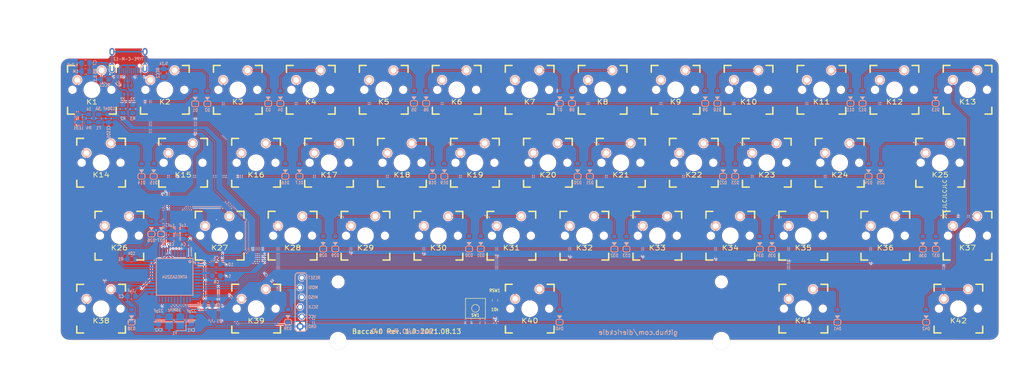
<source format=kicad_pcb>
(kicad_pcb (version 20171130) (host pcbnew "(5.1.10-1-10_14)")
  (layers (0 F.Cu signal) (31 B.Cu signal) (34 B.Paste user) (35 F.Paste user) (36 B.SilkS user) (37 F.SilkS user) (38 B.Mask user) (39 F.Mask user) (44 Edge.Cuts user))
  (net 0 "")
  (net 1 "Net-(D1-Pad2)")
  (net 2 "Net-(D2-Pad2)")
  (net 3 "Net-(D3-Pad2)")
  (net 4 "Net-(D4-Pad2)")
  (net 5 "Net-(D5-Pad2)")
  (net 6 "Net-(D6-Pad2)")
  (net 7 "Net-(D7-Pad2)")
  (net 8 "Net-(D8-Pad2)")
  (net 9 "Net-(D9-Pad2)")
  (net 10 "Net-(D10-Pad2)")
  (net 11 "Net-(D11-Pad2)")
  (net 12 "Net-(D12-Pad2)")
  (net 13 "Net-(D13-Pad2)")
  (net 14 "Net-(D14-Pad2)")
  (net 15 "Net-(D15-Pad2)")
  (net 16 "Net-(D16-Pad2)")
  (net 17 "Net-(D17-Pad2)")
  (net 18 "Net-(D18-Pad2)")
  (net 19 "Net-(D19-Pad2)")
  (net 20 "Net-(D20-Pad2)")
  (net 21 "Net-(D21-Pad2)")
  (net 22 "Net-(D22-Pad2)")
  (net 23 "Net-(D23-Pad2)")
  (net 24 "Net-(D24-Pad2)")
  (net 25 "Net-(D25-Pad2)")
  (net 26 "Net-(D26-Pad2)")
  (net 27 "Net-(D27-Pad2)")
  (net 28 "Net-(D28-Pad2)")
  (net 29 "Net-(D29-Pad2)")
  (net 30 "Net-(D30-Pad2)")
  (net 31 "Net-(D31-Pad2)")
  (net 32 "Net-(D32-Pad2)")
  (net 33 "Net-(D33-Pad2)")
  (net 34 "Net-(D34-Pad2)")
  (net 35 "Net-(D35-Pad2)")
  (net 36 "Net-(D36-Pad2)")
  (net 37 "Net-(D37-Pad2)")
  (net 38 "Net-(D38-Pad2)")
  (net 39 "Net-(D39-Pad2)")
  (net 40 "Net-(D40-Pad2)")
  (net 41 "Net-(D41-Pad2)")
  (net 42 "Net-(D42-Pad2)")
  (net 43 VCC)
  (net 44 "Net-(C6-Pad1)")
  (net 45 XTAL1)
  (net 46 XTAL2)
  (net 47 row0)
  (net 48 row1)
  (net 49 row2)
  (net 50 row3)
  (net 51 D-)
  (net 52 D+)
  (net 53 col0)
  (net 54 col1)
  (net 55 col2)
  (net 56 col3)
  (net 57 col4)
  (net 58 col5)
  (net 59 col6)
  (net 60 col7)
  (net 61 col8)
  (net 62 col9)
  (net 63 col10)
  (net 64 col11)
  (net 65 "Net-(R1-Pad2)")
  (net 66 VBUS)
  (net 67 "Net-(J1-PadB5)")
  (net 68 "Net-(J1-PadA5)")
  (net 69 ISP_Reset)
  (net 70 col12)
  (net 71 GND)
  (net 72 "Net-(LED1-Pad2)")
  (net 73 "Net-(C7-Pad1)")
  (net 74 "Net-(R2-Pad2)")
  (net 75 "Net-(R3-Pad2)")
  (net 76 DBUS-)
  (net 77 DBUS+)
  (net 78 "Net-(J1-PadA8)")
  (net 79 "Net-(J1-PadB8)")
  (net 80 "Net-(U1-Pad42)")
  (net 81 "Net-(U1-Pad30)")
  (net 82 "Net-(U1-Pad29)")
  (net 83 "Net-(U1-Pad28)")
  (net 84 "Net-(U1-Pad19)")
  (net 85 "Net-(U1-Pad18)")
  (net 86 "Net-(U1-Pad20)")
  (net 87 "Net-(U1-Pad27)")
  (net 88 "Net-(U1-Pad22)")
  (module Keebio-Parts:MX_PCB_100H (layer F.Cu) (at 105.940225 53.19395)
    (fp_text reference K2 (at 0 3.175) (layer F.SilkS) (effects (font (size 1.27 1.524) (thickness 0.2032))))
    (fp_text value KEYSW hide)
    (pad "" np_thru_hole circle (at 5.08 0) (size 1.8 1.8) (drill 1.8) (layers *.Cu *.Mask))
    (pad "" np_thru_hole circle (at -5.08 0) (size 1.8 1.8) (drill 1.8) (layers *.Cu *.Mask))
    (pad "" np_thru_hole circle (at 0 0) (size 3.9878 3.9878) (drill 3.9878) (layers *.Cu *.Mask))
    (pad 1 thru_hole circle (at -3.81 -2.54) (size 2.286 2.286) (drill 1.4986) (layers *.Cu *.SilkS *.Mask) (net 54 col1))
    (pad 2 thru_hole circle (at 2.54 -5.08) (size 2.286 2.286) (drill 1.4986) (layers *.Cu *.SilkS *.Mask) (net 2 "Net-(D2-Pad2)"))
  )
  (module Resistor_SMD:R_0805_2012Metric_Pad1.15x1.40mm_HandSolder (layer B.Cu) (at 90.240625 50.50625)
    (fp_text reference RCC1 (at 0 1.45) (layer B.SilkS) (effects (font (size 0.8 0.7)) (justify mirror)))
    (fp_text value 5.1k)
    (fp_text user %V (at -2.475002 0 270) (layer B.SilkS) (effects (font (size 0.8 0.7)) (justify mirror)))
    (pad 1 smd roundrect (at -1.025 0) (size 1.15 1.4) (layers B.Cu B.Paste B.Mask) (roundrect_rratio 0.2173904347826087) (net 71 GND))
    (pad 2 smd roundrect (at 1.025 0) (size 1.15 1.4) (layers B.Cu B.Paste B.Mask) (roundrect_rratio 0.2173904347826087) (net 68 "Net-(J1-PadA5)"))
  )
  (module Keebio-Parts:MX_PCB_625H (layer F.Cu) (at 201.215729 110.331306)
    (fp_text reference K40 (at 0 3.175) (layer F.SilkS) (effects (font (size 1.27 1.524) (thickness 0.2032))))
    (fp_text value KEYSW hide)
    (pad "" np_thru_hole circle (at 50.038 8.255) (size 3.9878 3.9878) (drill 3.9878) (layers *.Cu *.Mask))
    (pad "" np_thru_hole circle (at -50.038 8.255) (size 3.9878 3.9878) (drill 3.9878) (layers *.Cu *.Mask))
    (pad "" np_thru_hole circle (at 50.038 -6.985) (size 3.048 3.048) (drill 3.048) (layers *.Cu *.Mask))
    (pad "" np_thru_hole circle (at -50.038 -6.985) (size 3.048 3.048) (drill 3.048) (layers *.Cu *.Mask))
    (pad "" np_thru_hole circle (at 5.08 0) (size 1.8 1.8) (drill 1.8) (layers *.Cu *.Mask))
    (pad "" np_thru_hole circle (at -5.08 0) (size 1.8 1.8) (drill 1.8) (layers *.Cu *.Mask))
    (pad "" np_thru_hole circle (at 0 0) (size 3.9878 3.9878) (drill 3.9878) (layers *.Cu *.Mask))
    (pad 1 thru_hole circle (at -3.81 -2.54) (size 2.286 2.286) (drill 1.4986) (layers *.Cu *.SilkS *.Mask) (net 58 col5))
    (pad 2 thru_hole circle (at 2.54 -5.08) (size 2.286 2.286) (drill 1.4986) (layers *.Cu *.SilkS *.Mask) (net 40 "Net-(D40-Pad2)"))
  )
  (module Keebio-Parts:MX_PCB_125H (layer F.Cu) (at 89.296865 110.34395)
    (fp_text reference K38 (at 0 3.175) (layer F.SilkS) (effects (font (size 1.27 1.524) (thickness 0.2032))))
    (fp_text value KEYSW hide)
    (pad "" np_thru_hole circle (at 5.08 0) (size 1.8 1.8) (drill 1.8) (layers *.Cu *.Mask))
    (pad "" np_thru_hole circle (at -5.08 0) (size 1.8 1.8) (drill 1.8) (layers *.Cu *.Mask))
    (pad "" np_thru_hole circle (at 0 0) (size 3.9878 3.9878) (drill 3.9878) (layers *.Cu *.Mask))
    (pad 1 thru_hole circle (at -3.81 -2.54) (size 2.286 2.286) (drill 1.4986) (layers *.Cu *.SilkS *.Mask) (net 53 col0))
    (pad 2 thru_hole circle (at 2.54 -5.08) (size 2.286 2.286) (drill 1.4986) (layers *.Cu *.SilkS *.Mask) (net 38 "Net-(D38-Pad2)"))
  )
  (module Keebio-Parts:MX_PCB_175H (layer F.Cu) (at 94.059389 91.28129)
    (fp_text reference K26 (at 0 3.175) (layer F.SilkS) (effects (font (size 1.27 1.524) (thickness 0.2032))))
    (fp_text value KEYSW hide)
    (pad "" np_thru_hole circle (at 5.08 0) (size 1.8 1.8) (drill 1.8) (layers *.Cu *.Mask))
    (pad "" np_thru_hole circle (at -5.08 0) (size 1.8 1.8) (drill 1.8) (layers *.Cu *.Mask))
    (pad "" np_thru_hole circle (at 0 0) (size 3.9878 3.9878) (drill 3.9878) (layers *.Cu *.Mask))
    (pad 1 thru_hole circle (at -3.81 -2.54) (size 2.286 2.286) (drill 1.4986) (layers *.Cu *.SilkS *.Mask) (net 53 col0))
    (pad 2 thru_hole circle (at 2.54 -5.08) (size 2.286 2.286) (drill 1.4986) (layers *.Cu *.SilkS *.Mask) (net 26 "Net-(D26-Pad2)"))
  )
  (module Keebio-Parts:MX_PCB_125H (layer F.Cu) (at 313.134177 110.331194)
    (fp_text reference K42 (at 0 3.175) (layer F.SilkS) (effects (font (size 1.27 1.524) (thickness 0.2032))))
    (fp_text value KEYSW hide)
    (pad "" np_thru_hole circle (at 5.08 0) (size 1.8 1.8) (drill 1.8) (layers *.Cu *.Mask))
    (pad "" np_thru_hole circle (at -5.08 0) (size 1.8 1.8) (drill 1.8) (layers *.Cu *.Mask))
    (pad "" np_thru_hole circle (at 0 0) (size 3.9878 3.9878) (drill 3.9878) (layers *.Cu *.Mask))
    (pad 1 thru_hole circle (at -3.81 -2.54) (size 2.286 2.286) (drill 1.4986) (layers *.Cu *.SilkS *.Mask) (net 64 col11))
    (pad 2 thru_hole circle (at 2.54 -5.08) (size 2.286 2.286) (drill 1.4986) (layers *.Cu *.SilkS *.Mask) (net 42 "Net-(D42-Pad2)"))
  )
  (module Keebio-Parts:MX_PCB_125H (layer F.Cu) (at 272.653289 110.331306)
    (fp_text reference K41 (at 0 3.175) (layer F.SilkS) (effects (font (size 1.27 1.524) (thickness 0.2032))))
    (fp_text value KEYSW hide)
    (pad "" np_thru_hole circle (at 5.08 0) (size 1.8 1.8) (drill 1.8) (layers *.Cu *.Mask))
    (pad "" np_thru_hole circle (at -5.08 0) (size 1.8 1.8) (drill 1.8) (layers *.Cu *.Mask))
    (pad "" np_thru_hole circle (at 0 0) (size 3.9878 3.9878) (drill 3.9878) (layers *.Cu *.Mask))
    (pad 1 thru_hole circle (at -3.81 -2.54) (size 2.286 2.286) (drill 1.4986) (layers *.Cu *.SilkS *.Mask) (net 62 col9))
    (pad 2 thru_hole circle (at 2.54 -5.08) (size 2.286 2.286) (drill 1.4986) (layers *.Cu *.SilkS *.Mask) (net 41 "Net-(D41-Pad2)"))
  )
  (module Keebio-Parts:MX_PCB_125H (layer F.Cu) (at 129.778169 110.331306)
    (fp_text reference K39 (at 0 3.175) (layer F.SilkS) (effects (font (size 1.27 1.524) (thickness 0.2032))))
    (fp_text value KEYSW hide)
    (pad "" np_thru_hole circle (at 5.08 0) (size 1.8 1.8) (drill 1.8) (layers *.Cu *.Mask))
    (pad "" np_thru_hole circle (at -5.08 0) (size 1.8 1.8) (drill 1.8) (layers *.Cu *.Mask))
    (pad "" np_thru_hole circle (at 0 0) (size 3.9878 3.9878) (drill 3.9878) (layers *.Cu *.Mask))
    (pad 1 thru_hole circle (at -3.81 -2.54) (size 2.286 2.286) (drill 1.4986) (layers *.Cu *.SilkS *.Mask) (net 55 col2))
    (pad 2 thru_hole circle (at 2.54 -5.08) (size 2.286 2.286) (drill 1.4986) (layers *.Cu *.SilkS *.Mask) (net 39 "Net-(D39-Pad2)"))
  )
  (module Keebio-Parts:MX_PCB_100H (layer F.Cu) (at 315.515825 91.28129)
    (fp_text reference K37 (at 0 3.175) (layer F.SilkS) (effects (font (size 1.27 1.524) (thickness 0.2032))))
    (fp_text value KEYSW hide)
    (pad "" np_thru_hole circle (at 5.08 0) (size 1.8 1.8) (drill 1.8) (layers *.Cu *.Mask))
    (pad "" np_thru_hole circle (at -5.08 0) (size 1.8 1.8) (drill 1.8) (layers *.Cu *.Mask))
    (pad "" np_thru_hole circle (at 0 0) (size 3.9878 3.9878) (drill 3.9878) (layers *.Cu *.Mask))
    (pad 1 thru_hole circle (at -3.81 -2.54) (size 2.286 2.286) (drill 1.4986) (layers *.Cu *.SilkS *.Mask) (net 64 col11))
    (pad 2 thru_hole circle (at 2.54 -5.08) (size 2.286 2.286) (drill 1.4986) (layers *.Cu *.SilkS *.Mask) (net 37 "Net-(D37-Pad2)"))
  )
  (module Keebio-Parts:MX_PCB_125H (layer F.Cu) (at 294.058989 91.29395)
    (fp_text reference K36 (at 0 3.175) (layer F.SilkS) (effects (font (size 1.27 1.524) (thickness 0.2032))))
    (fp_text value KEYSW hide)
    (pad "" np_thru_hole circle (at 5.08 0) (size 1.8 1.8) (drill 1.8) (layers *.Cu *.Mask))
    (pad "" np_thru_hole circle (at -5.08 0) (size 1.8 1.8) (drill 1.8) (layers *.Cu *.Mask))
    (pad "" np_thru_hole circle (at 0 0) (size 3.9878 3.9878) (drill 3.9878) (layers *.Cu *.Mask))
    (pad 1 thru_hole circle (at -3.81 -2.54) (size 2.286 2.286) (drill 1.4986) (layers *.Cu *.SilkS *.Mask) (net 63 col10))
    (pad 2 thru_hole circle (at 2.54 -5.08) (size 2.286 2.286) (drill 1.4986) (layers *.Cu *.SilkS *.Mask) (net 36 "Net-(D36-Pad2)"))
  )
  (module Keebio-Parts:MX_PCB_100H (layer F.Cu) (at 272.627737 91.29395)
    (fp_text reference K35 (at 0 3.175) (layer F.SilkS) (effects (font (size 1.27 1.524) (thickness 0.2032))))
    (fp_text value KEYSW hide)
    (pad "" np_thru_hole circle (at 5.08 0) (size 1.8 1.8) (drill 1.8) (layers *.Cu *.Mask))
    (pad "" np_thru_hole circle (at -5.08 0) (size 1.8 1.8) (drill 1.8) (layers *.Cu *.Mask))
    (pad "" np_thru_hole circle (at 0 0) (size 3.9878 3.9878) (drill 3.9878) (layers *.Cu *.Mask))
    (pad 1 thru_hole circle (at -3.81 -2.54) (size 2.286 2.286) (drill 1.4986) (layers *.Cu *.SilkS *.Mask) (net 62 col9))
    (pad 2 thru_hole circle (at 2.54 -5.08) (size 2.286 2.286) (drill 1.4986) (layers *.Cu *.SilkS *.Mask) (net 35 "Net-(D35-Pad2)"))
  )
  (module Keebio-Parts:MX_PCB_100H (layer F.Cu) (at 253.577737 91.29395)
    (fp_text reference K34 (at 0 3.175) (layer F.SilkS) (effects (font (size 1.27 1.524) (thickness 0.2032))))
    (fp_text value KEYSW hide)
    (pad "" np_thru_hole circle (at 5.08 0) (size 1.8 1.8) (drill 1.8) (layers *.Cu *.Mask))
    (pad "" np_thru_hole circle (at -5.08 0) (size 1.8 1.8) (drill 1.8) (layers *.Cu *.Mask))
    (pad "" np_thru_hole circle (at 0 0) (size 3.9878 3.9878) (drill 3.9878) (layers *.Cu *.Mask))
    (pad 1 thru_hole circle (at -3.81 -2.54) (size 2.286 2.286) (drill 1.4986) (layers *.Cu *.SilkS *.Mask) (net 61 col8))
    (pad 2 thru_hole circle (at 2.54 -5.08) (size 2.286 2.286) (drill 1.4986) (layers *.Cu *.SilkS *.Mask) (net 34 "Net-(D34-Pad2)"))
  )
  (module Keebio-Parts:MX_PCB_100H (layer F.Cu) (at 234.527737 91.29395)
    (fp_text reference K33 (at 0 3.175) (layer F.SilkS) (effects (font (size 1.27 1.524) (thickness 0.2032))))
    (fp_text value KEYSW hide)
    (pad "" np_thru_hole circle (at 5.08 0) (size 1.8 1.8) (drill 1.8) (layers *.Cu *.Mask))
    (pad "" np_thru_hole circle (at -5.08 0) (size 1.8 1.8) (drill 1.8) (layers *.Cu *.Mask))
    (pad "" np_thru_hole circle (at 0 0) (size 3.9878 3.9878) (drill 3.9878) (layers *.Cu *.Mask))
    (pad 1 thru_hole circle (at -3.81 -2.54) (size 2.286 2.286) (drill 1.4986) (layers *.Cu *.SilkS *.Mask) (net 60 col7))
    (pad 2 thru_hole circle (at 2.54 -5.08) (size 2.286 2.286) (drill 1.4986) (layers *.Cu *.SilkS *.Mask) (net 33 "Net-(D33-Pad2)"))
  )
  (module Keebio-Parts:MX_PCB_100H (layer F.Cu) (at 215.477737 91.29395)
    (fp_text reference K32 (at 0 3.175) (layer F.SilkS) (effects (font (size 1.27 1.524) (thickness 0.2032))))
    (fp_text value KEYSW hide)
    (pad "" np_thru_hole circle (at 5.08 0) (size 1.8 1.8) (drill 1.8) (layers *.Cu *.Mask))
    (pad "" np_thru_hole circle (at -5.08 0) (size 1.8 1.8) (drill 1.8) (layers *.Cu *.Mask))
    (pad "" np_thru_hole circle (at 0 0) (size 3.9878 3.9878) (drill 3.9878) (layers *.Cu *.Mask))
    (pad 1 thru_hole circle (at -3.81 -2.54) (size 2.286 2.286) (drill 1.4986) (layers *.Cu *.SilkS *.Mask) (net 59 col6))
    (pad 2 thru_hole circle (at 2.54 -5.08) (size 2.286 2.286) (drill 1.4986) (layers *.Cu *.SilkS *.Mask) (net 32 "Net-(D32-Pad2)"))
  )
  (module Keebio-Parts:MX_PCB_100H (layer F.Cu) (at 196.427737 91.29395)
    (fp_text reference K31 (at 0 3.175) (layer F.SilkS) (effects (font (size 1.27 1.524) (thickness 0.2032))))
    (fp_text value KEYSW hide)
    (pad "" np_thru_hole circle (at 5.08 0) (size 1.8 1.8) (drill 1.8) (layers *.Cu *.Mask))
    (pad "" np_thru_hole circle (at -5.08 0) (size 1.8 1.8) (drill 1.8) (layers *.Cu *.Mask))
    (pad "" np_thru_hole circle (at 0 0) (size 3.9878 3.9878) (drill 3.9878) (layers *.Cu *.Mask))
    (pad 1 thru_hole circle (at -3.81 -2.54) (size 2.286 2.286) (drill 1.4986) (layers *.Cu *.SilkS *.Mask) (net 58 col5))
    (pad 2 thru_hole circle (at 2.54 -5.08) (size 2.286 2.286) (drill 1.4986) (layers *.Cu *.SilkS *.Mask) (net 31 "Net-(D31-Pad2)"))
  )
  (module Keebio-Parts:MX_PCB_100H (layer F.Cu) (at 177.377737 91.29395)
    (fp_text reference K30 (at 0 3.175) (layer F.SilkS) (effects (font (size 1.27 1.524) (thickness 0.2032))))
    (fp_text value KEYSW hide)
    (pad "" np_thru_hole circle (at 5.08 0) (size 1.8 1.8) (drill 1.8) (layers *.Cu *.Mask))
    (pad "" np_thru_hole circle (at -5.08 0) (size 1.8 1.8) (drill 1.8) (layers *.Cu *.Mask))
    (pad "" np_thru_hole circle (at 0 0) (size 3.9878 3.9878) (drill 3.9878) (layers *.Cu *.Mask))
    (pad 1 thru_hole circle (at -3.81 -2.54) (size 2.286 2.286) (drill 1.4986) (layers *.Cu *.SilkS *.Mask) (net 57 col4))
    (pad 2 thru_hole circle (at 2.54 -5.08) (size 2.286 2.286) (drill 1.4986) (layers *.Cu *.SilkS *.Mask) (net 30 "Net-(D30-Pad2)"))
  )
  (module Keebio-Parts:MX_PCB_100H (layer F.Cu) (at 158.327737 91.29395)
    (fp_text reference K29 (at 0 3.175) (layer F.SilkS) (effects (font (size 1.27 1.524) (thickness 0.2032))))
    (fp_text value KEYSW hide)
    (pad "" np_thru_hole circle (at 5.08 0) (size 1.8 1.8) (drill 1.8) (layers *.Cu *.Mask))
    (pad "" np_thru_hole circle (at -5.08 0) (size 1.8 1.8) (drill 1.8) (layers *.Cu *.Mask))
    (pad "" np_thru_hole circle (at 0 0) (size 3.9878 3.9878) (drill 3.9878) (layers *.Cu *.Mask))
    (pad 1 thru_hole circle (at -3.81 -2.54) (size 2.286 2.286) (drill 1.4986) (layers *.Cu *.SilkS *.Mask) (net 56 col3))
    (pad 2 thru_hole circle (at 2.54 -5.08) (size 2.286 2.286) (drill 1.4986) (layers *.Cu *.SilkS *.Mask) (net 29 "Net-(D29-Pad2)"))
  )
  (module Keebio-Parts:MX_PCB_100H (layer F.Cu) (at 139.303177 91.28129)
    (fp_text reference K28 (at 0 3.175) (layer F.SilkS) (effects (font (size 1.27 1.524) (thickness 0.2032))))
    (fp_text value KEYSW hide)
    (pad "" np_thru_hole circle (at 5.08 0) (size 1.8 1.8) (drill 1.8) (layers *.Cu *.Mask))
    (pad "" np_thru_hole circle (at -5.08 0) (size 1.8 1.8) (drill 1.8) (layers *.Cu *.Mask))
    (pad "" np_thru_hole circle (at 0 0) (size 3.9878 3.9878) (drill 3.9878) (layers *.Cu *.Mask))
    (pad 1 thru_hole circle (at -3.81 -2.54) (size 2.286 2.286) (drill 1.4986) (layers *.Cu *.SilkS *.Mask) (net 55 col2))
    (pad 2 thru_hole circle (at 2.54 -5.08) (size 2.286 2.286) (drill 1.4986) (layers *.Cu *.SilkS *.Mask) (net 28 "Net-(D28-Pad2)"))
  )
  (module Keebio-Parts:MX_PCB_100H (layer F.Cu) (at 120.253161 91.28129)
    (fp_text reference K27 (at 0 3.175) (layer F.SilkS) (effects (font (size 1.27 1.524) (thickness 0.2032))))
    (fp_text value KEYSW hide)
    (pad "" np_thru_hole circle (at 5.08 0) (size 1.8 1.8) (drill 1.8) (layers *.Cu *.Mask))
    (pad "" np_thru_hole circle (at -5.08 0) (size 1.8 1.8) (drill 1.8) (layers *.Cu *.Mask))
    (pad "" np_thru_hole circle (at 0 0) (size 3.9878 3.9878) (drill 3.9878) (layers *.Cu *.Mask))
    (pad 1 thru_hole circle (at -3.81 -2.54) (size 2.286 2.286) (drill 1.4986) (layers *.Cu *.SilkS *.Mask) (net 54 col1))
    (pad 2 thru_hole circle (at 2.54 -5.08) (size 2.286 2.286) (drill 1.4986) (layers *.Cu *.SilkS *.Mask) (net 27 "Net-(D27-Pad2)"))
  )
  (module Keebio-Parts:MX_PCB_175H (layer F.Cu) (at 308.372069 72.231274)
    (fp_text reference K25 (at 0 3.175) (layer F.SilkS) (effects (font (size 1.27 1.524) (thickness 0.2032))))
    (fp_text value KEYSW hide)
    (pad "" np_thru_hole circle (at 5.08 0) (size 1.8 1.8) (drill 1.8) (layers *.Cu *.Mask))
    (pad "" np_thru_hole circle (at -5.08 0) (size 1.8 1.8) (drill 1.8) (layers *.Cu *.Mask))
    (pad "" np_thru_hole circle (at 0 0) (size 3.9878 3.9878) (drill 3.9878) (layers *.Cu *.Mask))
    (pad 1 thru_hole circle (at -3.81 -2.54) (size 2.286 2.286) (drill 1.4986) (layers *.Cu *.SilkS *.Mask) (net 64 col11))
    (pad 2 thru_hole circle (at 2.54 -5.08) (size 2.286 2.286) (drill 1.4986) (layers *.Cu *.SilkS *.Mask) (net 25 "Net-(D25-Pad2)"))
  )
  (module Keebio-Parts:MX_PCB_100H (layer F.Cu) (at 282.152729 72.24395)
    (fp_text reference K24 (at 0 3.175) (layer F.SilkS) (effects (font (size 1.27 1.524) (thickness 0.2032))))
    (fp_text value KEYSW hide)
    (pad "" np_thru_hole circle (at 5.08 0) (size 1.8 1.8) (drill 1.8) (layers *.Cu *.Mask))
    (pad "" np_thru_hole circle (at -5.08 0) (size 1.8 1.8) (drill 1.8) (layers *.Cu *.Mask))
    (pad "" np_thru_hole circle (at 0 0) (size 3.9878 3.9878) (drill 3.9878) (layers *.Cu *.Mask))
    (pad 1 thru_hole circle (at -3.81 -2.54) (size 2.286 2.286) (drill 1.4986) (layers *.Cu *.SilkS *.Mask) (net 63 col10))
    (pad 2 thru_hole circle (at 2.54 -5.08) (size 2.286 2.286) (drill 1.4986) (layers *.Cu *.SilkS *.Mask) (net 24 "Net-(D24-Pad2)"))
  )
  (module Keebio-Parts:MX_PCB_100H (layer F.Cu) (at 263.102729 72.24395)
    (fp_text reference K23 (at 0 3.175) (layer F.SilkS) (effects (font (size 1.27 1.524) (thickness 0.2032))))
    (fp_text value KEYSW hide)
    (pad "" np_thru_hole circle (at 5.08 0) (size 1.8 1.8) (drill 1.8) (layers *.Cu *.Mask))
    (pad "" np_thru_hole circle (at -5.08 0) (size 1.8 1.8) (drill 1.8) (layers *.Cu *.Mask))
    (pad "" np_thru_hole circle (at 0 0) (size 3.9878 3.9878) (drill 3.9878) (layers *.Cu *.Mask))
    (pad 1 thru_hole circle (at -3.81 -2.54) (size 2.286 2.286) (drill 1.4986) (layers *.Cu *.SilkS *.Mask) (net 62 col9))
    (pad 2 thru_hole circle (at 2.54 -5.08) (size 2.286 2.286) (drill 1.4986) (layers *.Cu *.SilkS *.Mask) (net 23 "Net-(D23-Pad2)"))
  )
  (module Keebio-Parts:MX_PCB_100H (layer F.Cu) (at 244.052729 72.24395)
    (fp_text reference K22 (at 0 3.175) (layer F.SilkS) (effects (font (size 1.27 1.524) (thickness 0.2032))))
    (fp_text value KEYSW hide)
    (pad "" np_thru_hole circle (at 5.08 0) (size 1.8 1.8) (drill 1.8) (layers *.Cu *.Mask))
    (pad "" np_thru_hole circle (at -5.08 0) (size 1.8 1.8) (drill 1.8) (layers *.Cu *.Mask))
    (pad "" np_thru_hole circle (at 0 0) (size 3.9878 3.9878) (drill 3.9878) (layers *.Cu *.Mask))
    (pad 1 thru_hole circle (at -3.81 -2.54) (size 2.286 2.286) (drill 1.4986) (layers *.Cu *.SilkS *.Mask) (net 61 col8))
    (pad 2 thru_hole circle (at 2.54 -5.08) (size 2.286 2.286) (drill 1.4986) (layers *.Cu *.SilkS *.Mask) (net 22 "Net-(D22-Pad2)"))
  )
  (module Keebio-Parts:MX_PCB_100H (layer F.Cu) (at 225.002729 72.24395)
    (fp_text reference K21 (at 0 3.175) (layer F.SilkS) (effects (font (size 1.27 1.524) (thickness 0.2032))))
    (fp_text value KEYSW hide)
    (pad "" np_thru_hole circle (at 5.08 0) (size 1.8 1.8) (drill 1.8) (layers *.Cu *.Mask))
    (pad "" np_thru_hole circle (at -5.08 0) (size 1.8 1.8) (drill 1.8) (layers *.Cu *.Mask))
    (pad "" np_thru_hole circle (at 0 0) (size 3.9878 3.9878) (drill 3.9878) (layers *.Cu *.Mask))
    (pad 1 thru_hole circle (at -3.81 -2.54) (size 2.286 2.286) (drill 1.4986) (layers *.Cu *.SilkS *.Mask) (net 60 col7))
    (pad 2 thru_hole circle (at 2.54 -5.08) (size 2.286 2.286) (drill 1.4986) (layers *.Cu *.SilkS *.Mask) (net 21 "Net-(D21-Pad2)"))
  )
  (module Keebio-Parts:MX_PCB_100H (layer F.Cu) (at 205.952729 72.24395)
    (fp_text reference K20 (at 0 3.175) (layer F.SilkS) (effects (font (size 1.27 1.524) (thickness 0.2032))))
    (fp_text value KEYSW hide)
    (pad "" np_thru_hole circle (at 5.08 0) (size 1.8 1.8) (drill 1.8) (layers *.Cu *.Mask))
    (pad "" np_thru_hole circle (at -5.08 0) (size 1.8 1.8) (drill 1.8) (layers *.Cu *.Mask))
    (pad "" np_thru_hole circle (at 0 0) (size 3.9878 3.9878) (drill 3.9878) (layers *.Cu *.Mask))
    (pad 1 thru_hole circle (at -3.81 -2.54) (size 2.286 2.286) (drill 1.4986) (layers *.Cu *.SilkS *.Mask) (net 59 col6))
    (pad 2 thru_hole circle (at 2.54 -5.08) (size 2.286 2.286) (drill 1.4986) (layers *.Cu *.SilkS *.Mask) (net 20 "Net-(D20-Pad2)"))
  )
  (module Keebio-Parts:MX_PCB_100H (layer F.Cu) (at 186.902729 72.24395)
    (fp_text reference K19 (at 0 3.175) (layer F.SilkS) (effects (font (size 1.27 1.524) (thickness 0.2032))))
    (fp_text value KEYSW hide)
    (pad "" np_thru_hole circle (at 5.08 0) (size 1.8 1.8) (drill 1.8) (layers *.Cu *.Mask))
    (pad "" np_thru_hole circle (at -5.08 0) (size 1.8 1.8) (drill 1.8) (layers *.Cu *.Mask))
    (pad "" np_thru_hole circle (at 0 0) (size 3.9878 3.9878) (drill 3.9878) (layers *.Cu *.Mask))
    (pad 1 thru_hole circle (at -3.81 -2.54) (size 2.286 2.286) (drill 1.4986) (layers *.Cu *.SilkS *.Mask) (net 58 col5))
    (pad 2 thru_hole circle (at 2.54 -5.08) (size 2.286 2.286) (drill 1.4986) (layers *.Cu *.SilkS *.Mask) (net 19 "Net-(D19-Pad2)"))
  )
  (module Keebio-Parts:MX_PCB_100H (layer F.Cu) (at 167.852729 72.24395)
    (fp_text reference K18 (at 0 3.175) (layer F.SilkS) (effects (font (size 1.27 1.524) (thickness 0.2032))))
    (fp_text value KEYSW hide)
    (pad "" np_thru_hole circle (at 5.08 0) (size 1.8 1.8) (drill 1.8) (layers *.Cu *.Mask))
    (pad "" np_thru_hole circle (at -5.08 0) (size 1.8 1.8) (drill 1.8) (layers *.Cu *.Mask))
    (pad "" np_thru_hole circle (at 0 0) (size 3.9878 3.9878) (drill 3.9878) (layers *.Cu *.Mask))
    (pad 1 thru_hole circle (at -3.81 -2.54) (size 2.286 2.286) (drill 1.4986) (layers *.Cu *.SilkS *.Mask) (net 57 col4))
    (pad 2 thru_hole circle (at 2.54 -5.08) (size 2.286 2.286) (drill 1.4986) (layers *.Cu *.SilkS *.Mask) (net 18 "Net-(D18-Pad2)"))
  )
  (module Keebio-Parts:MX_PCB_100H (layer F.Cu) (at 148.807903 72.24395)
    (fp_text reference K17 (at 0 3.175) (layer F.SilkS) (effects (font (size 1.27 1.524) (thickness 0.2032))))
    (fp_text value KEYSW hide)
    (pad "" np_thru_hole circle (at 5.08 0) (size 1.8 1.8) (drill 1.8) (layers *.Cu *.Mask))
    (pad "" np_thru_hole circle (at -5.08 0) (size 1.8 1.8) (drill 1.8) (layers *.Cu *.Mask))
    (pad "" np_thru_hole circle (at 0 0) (size 3.9878 3.9878) (drill 3.9878) (layers *.Cu *.Mask))
    (pad 1 thru_hole circle (at -3.81 -2.54) (size 2.286 2.286) (drill 1.4986) (layers *.Cu *.SilkS *.Mask) (net 56 col3))
    (pad 2 thru_hole circle (at 2.54 -5.08) (size 2.286 2.286) (drill 1.4986) (layers *.Cu *.SilkS *.Mask) (net 17 "Net-(D17-Pad2)"))
  )
  (module Keebio-Parts:MX_PCB_100H (layer F.Cu) (at 129.752729 72.24395)
    (fp_text reference K16 (at 0 3.175) (layer F.SilkS) (effects (font (size 1.27 1.524) (thickness 0.2032))))
    (fp_text value KEYSW hide)
    (pad "" np_thru_hole circle (at 5.08 0) (size 1.8 1.8) (drill 1.8) (layers *.Cu *.Mask))
    (pad "" np_thru_hole circle (at -5.08 0) (size 1.8 1.8) (drill 1.8) (layers *.Cu *.Mask))
    (pad "" np_thru_hole circle (at 0 0) (size 3.9878 3.9878) (drill 3.9878) (layers *.Cu *.Mask))
    (pad 1 thru_hole circle (at -3.81 -2.54) (size 2.286 2.286) (drill 1.4986) (layers *.Cu *.SilkS *.Mask) (net 55 col2))
    (pad 2 thru_hole circle (at 2.54 -5.08) (size 2.286 2.286) (drill 1.4986) (layers *.Cu *.SilkS *.Mask) (net 16 "Net-(D16-Pad2)"))
  )
  (module Keebio-Parts:MX_PCB_100H (layer F.Cu) (at 110.702729 72.24395)
    (fp_text reference K15 (at 0 3.175) (layer F.SilkS) (effects (font (size 1.27 1.524) (thickness 0.2032))))
    (fp_text value KEYSW hide)
    (pad "" np_thru_hole circle (at 5.08 0) (size 1.8 1.8) (drill 1.8) (layers *.Cu *.Mask))
    (pad "" np_thru_hole circle (at -5.08 0) (size 1.8 1.8) (drill 1.8) (layers *.Cu *.Mask))
    (pad "" np_thru_hole circle (at 0 0) (size 3.9878 3.9878) (drill 3.9878) (layers *.Cu *.Mask))
    (pad 1 thru_hole circle (at -3.81 -2.54) (size 2.286 2.286) (drill 1.4986) (layers *.Cu *.SilkS *.Mask) (net 54 col1))
    (pad 2 thru_hole circle (at 2.54 -5.08) (size 2.286 2.286) (drill 1.4986) (layers *.Cu *.SilkS *.Mask) (net 15 "Net-(D15-Pad2)"))
  )
  (module Keebio-Parts:MX_PCB_125H (layer F.Cu) (at 89.296885 72.231274)
    (fp_text reference K14 (at 0 3.175) (layer F.SilkS) (effects (font (size 1.27 1.524) (thickness 0.2032))))
    (fp_text value KEYSW hide)
    (pad "" np_thru_hole circle (at 5.08 0) (size 1.8 1.8) (drill 1.8) (layers *.Cu *.Mask))
    (pad "" np_thru_hole circle (at -5.08 0) (size 1.8 1.8) (drill 1.8) (layers *.Cu *.Mask))
    (pad "" np_thru_hole circle (at 0 0) (size 3.9878 3.9878) (drill 3.9878) (layers *.Cu *.Mask))
    (pad 1 thru_hole circle (at -3.81 -2.54) (size 2.286 2.286) (drill 1.4986) (layers *.Cu *.SilkS *.Mask) (net 53 col0))
    (pad 2 thru_hole circle (at 2.54 -5.08) (size 2.286 2.286) (drill 1.4986) (layers *.Cu *.SilkS *.Mask) (net 14 "Net-(D14-Pad2)"))
  )
  (module Keebio-Parts:MX_PCB_100H (layer F.Cu) (at 315.515825 53.181258)
    (fp_text reference K13 (at 0 3.175) (layer F.SilkS) (effects (font (size 1.27 1.524) (thickness 0.2032))))
    (fp_text value KEYSW hide)
    (pad "" np_thru_hole circle (at 5.08 0) (size 1.8 1.8) (drill 1.8) (layers *.Cu *.Mask))
    (pad "" np_thru_hole circle (at -5.08 0) (size 1.8 1.8) (drill 1.8) (layers *.Cu *.Mask))
    (pad "" np_thru_hole circle (at 0 0) (size 3.9878 3.9878) (drill 3.9878) (layers *.Cu *.Mask))
    (pad 1 thru_hole circle (at -3.81 -2.54) (size 2.286 2.286) (drill 1.4986) (layers *.Cu *.SilkS *.Mask) (net 70 col12))
    (pad 2 thru_hole circle (at 2.54 -5.08) (size 2.286 2.286) (drill 1.4986) (layers *.Cu *.SilkS *.Mask) (net 13 "Net-(D13-Pad2)"))
  )
  (module Keebio-Parts:MX_PCB_100H (layer F.Cu) (at 296.440225 53.19395)
    (fp_text reference K12 (at 0 3.175) (layer F.SilkS) (effects (font (size 1.27 1.524) (thickness 0.2032))))
    (fp_text value KEYSW hide)
    (pad "" np_thru_hole circle (at 5.08 0) (size 1.8 1.8) (drill 1.8) (layers *.Cu *.Mask))
    (pad "" np_thru_hole circle (at -5.08 0) (size 1.8 1.8) (drill 1.8) (layers *.Cu *.Mask))
    (pad "" np_thru_hole circle (at 0 0) (size 3.9878 3.9878) (drill 3.9878) (layers *.Cu *.Mask))
    (pad 1 thru_hole circle (at -3.81 -2.54) (size 2.286 2.286) (drill 1.4986) (layers *.Cu *.SilkS *.Mask) (net 64 col11))
    (pad 2 thru_hole circle (at 2.54 -5.08) (size 2.286 2.286) (drill 1.4986) (layers *.Cu *.SilkS *.Mask) (net 12 "Net-(D12-Pad2)"))
  )
  (module Keebio-Parts:MX_PCB_100H (layer F.Cu) (at 277.390225 53.19395)
    (fp_text reference K11 (at 0 3.175) (layer F.SilkS) (effects (font (size 1.27 1.524) (thickness 0.2032))))
    (fp_text value KEYSW hide)
    (pad "" np_thru_hole circle (at 5.08 0) (size 1.8 1.8) (drill 1.8) (layers *.Cu *.Mask))
    (pad "" np_thru_hole circle (at -5.08 0) (size 1.8 1.8) (drill 1.8) (layers *.Cu *.Mask))
    (pad "" np_thru_hole circle (at 0 0) (size 3.9878 3.9878) (drill 3.9878) (layers *.Cu *.Mask))
    (pad 1 thru_hole circle (at -3.81 -2.54) (size 2.286 2.286) (drill 1.4986) (layers *.Cu *.SilkS *.Mask) (net 63 col10))
    (pad 2 thru_hole circle (at 2.54 -5.08) (size 2.286 2.286) (drill 1.4986) (layers *.Cu *.SilkS *.Mask) (net 11 "Net-(D11-Pad2)"))
  )
  (module Keebio-Parts:MX_PCB_100H (layer F.Cu) (at 258.340225 53.19395)
    (fp_text reference K10 (at 0 3.175) (layer F.SilkS) (effects (font (size 1.27 1.524) (thickness 0.2032))))
    (fp_text value KEYSW hide)
    (pad "" np_thru_hole circle (at 5.08 0) (size 1.8 1.8) (drill 1.8) (layers *.Cu *.Mask))
    (pad "" np_thru_hole circle (at -5.08 0) (size 1.8 1.8) (drill 1.8) (layers *.Cu *.Mask))
    (pad "" np_thru_hole circle (at 0 0) (size 3.9878 3.9878) (drill 3.9878) (layers *.Cu *.Mask))
    (pad 1 thru_hole circle (at -3.81 -2.54) (size 2.286 2.286) (drill 1.4986) (layers *.Cu *.SilkS *.Mask) (net 62 col9))
    (pad 2 thru_hole circle (at 2.54 -5.08) (size 2.286 2.286) (drill 1.4986) (layers *.Cu *.SilkS *.Mask) (net 10 "Net-(D10-Pad2)"))
  )
  (module Keebio-Parts:MX_PCB_100H (layer F.Cu) (at 239.290225 53.19395)
    (fp_text reference K9 (at 0 3.175) (layer F.SilkS) (effects (font (size 1.27 1.524) (thickness 0.2032))))
    (fp_text value KEYSW hide)
    (pad "" np_thru_hole circle (at 5.08 0) (size 1.8 1.8) (drill 1.8) (layers *.Cu *.Mask))
    (pad "" np_thru_hole circle (at -5.08 0) (size 1.8 1.8) (drill 1.8) (layers *.Cu *.Mask))
    (pad "" np_thru_hole circle (at 0 0) (size 3.9878 3.9878) (drill 3.9878) (layers *.Cu *.Mask))
    (pad 1 thru_hole circle (at -3.81 -2.54) (size 2.286 2.286) (drill 1.4986) (layers *.Cu *.SilkS *.Mask) (net 61 col8))
    (pad 2 thru_hole circle (at 2.54 -5.08) (size 2.286 2.286) (drill 1.4986) (layers *.Cu *.SilkS *.Mask) (net 9 "Net-(D9-Pad2)"))
  )
  (module Keebio-Parts:MX_PCB_100H (layer F.Cu) (at 220.240225 53.19395)
    (fp_text reference K8 (at 0 3.175) (layer F.SilkS) (effects (font (size 1.27 1.524) (thickness 0.2032))))
    (fp_text value KEYSW hide)
    (pad "" np_thru_hole circle (at 5.08 0) (size 1.8 1.8) (drill 1.8) (layers *.Cu *.Mask))
    (pad "" np_thru_hole circle (at -5.08 0) (size 1.8 1.8) (drill 1.8) (layers *.Cu *.Mask))
    (pad "" np_thru_hole circle (at 0 0) (size 3.9878 3.9878) (drill 3.9878) (layers *.Cu *.Mask))
    (pad 1 thru_hole circle (at -3.81 -2.54) (size 2.286 2.286) (drill 1.4986) (layers *.Cu *.SilkS *.Mask) (net 60 col7))
    (pad 2 thru_hole circle (at 2.54 -5.08) (size 2.286 2.286) (drill 1.4986) (layers *.Cu *.SilkS *.Mask) (net 8 "Net-(D8-Pad2)"))
  )
  (module Keebio-Parts:MX_PCB_100H (layer F.Cu) (at 201.190225 53.19395)
    (fp_text reference K7 (at 0 3.175) (layer F.SilkS) (effects (font (size 1.27 1.524) (thickness 0.2032))))
    (fp_text value KEYSW hide)
    (pad "" np_thru_hole circle (at 5.08 0) (size 1.8 1.8) (drill 1.8) (layers *.Cu *.Mask))
    (pad "" np_thru_hole circle (at -5.08 0) (size 1.8 1.8) (drill 1.8) (layers *.Cu *.Mask))
    (pad "" np_thru_hole circle (at 0 0) (size 3.9878 3.9878) (drill 3.9878) (layers *.Cu *.Mask))
    (pad 1 thru_hole circle (at -3.81 -2.54) (size 2.286 2.286) (drill 1.4986) (layers *.Cu *.SilkS *.Mask) (net 59 col6))
    (pad 2 thru_hole circle (at 2.54 -5.08) (size 2.286 2.286) (drill 1.4986) (layers *.Cu *.SilkS *.Mask) (net 7 "Net-(D7-Pad2)"))
  )
  (module Keebio-Parts:MX_PCB_100H (layer F.Cu) (at 182.140225 53.19395)
    (fp_text reference K6 (at 0 3.175) (layer F.SilkS) (effects (font (size 1.27 1.524) (thickness 0.2032))))
    (fp_text value KEYSW hide)
    (pad "" np_thru_hole circle (at 5.08 0) (size 1.8 1.8) (drill 1.8) (layers *.Cu *.Mask))
    (pad "" np_thru_hole circle (at -5.08 0) (size 1.8 1.8) (drill 1.8) (layers *.Cu *.Mask))
    (pad "" np_thru_hole circle (at 0 0) (size 3.9878 3.9878) (drill 3.9878) (layers *.Cu *.Mask))
    (pad 1 thru_hole circle (at -3.81 -2.54) (size 2.286 2.286) (drill 1.4986) (layers *.Cu *.SilkS *.Mask) (net 58 col5))
    (pad 2 thru_hole circle (at 2.54 -5.08) (size 2.286 2.286) (drill 1.4986) (layers *.Cu *.SilkS *.Mask) (net 6 "Net-(D6-Pad2)"))
  )
  (module Keebio-Parts:MX_PCB_100H (layer F.Cu) (at 163.090225 53.19395)
    (fp_text reference K5 (at 0 3.175) (layer F.SilkS) (effects (font (size 1.27 1.524) (thickness 0.2032))))
    (fp_text value KEYSW hide)
    (pad "" np_thru_hole circle (at 5.08 0) (size 1.8 1.8) (drill 1.8) (layers *.Cu *.Mask))
    (pad "" np_thru_hole circle (at -5.08 0) (size 1.8 1.8) (drill 1.8) (layers *.Cu *.Mask))
    (pad "" np_thru_hole circle (at 0 0) (size 3.9878 3.9878) (drill 3.9878) (layers *.Cu *.Mask))
    (pad 1 thru_hole circle (at -3.81 -2.54) (size 2.286 2.286) (drill 1.4986) (layers *.Cu *.SilkS *.Mask) (net 57 col4))
    (pad 2 thru_hole circle (at 2.54 -5.08) (size 2.286 2.286) (drill 1.4986) (layers *.Cu *.SilkS *.Mask) (net 5 "Net-(D5-Pad2)"))
  )
  (module Keebio-Parts:MX_PCB_100H (layer F.Cu) (at 144.040225 53.19395)
    (fp_text reference K4 (at 0 3.175) (layer F.SilkS) (effects (font (size 1.27 1.524) (thickness 0.2032))))
    (fp_text value KEYSW hide)
    (pad "" np_thru_hole circle (at 5.08 0) (size 1.8 1.8) (drill 1.8) (layers *.Cu *.Mask))
    (pad "" np_thru_hole circle (at -5.08 0) (size 1.8 1.8) (drill 1.8) (layers *.Cu *.Mask))
    (pad "" np_thru_hole circle (at 0 0) (size 3.9878 3.9878) (drill 3.9878) (layers *.Cu *.Mask))
    (pad 1 thru_hole circle (at -3.81 -2.54) (size 2.286 2.286) (drill 1.4986) (layers *.Cu *.SilkS *.Mask) (net 56 col3))
    (pad 2 thru_hole circle (at 2.54 -5.08) (size 2.286 2.286) (drill 1.4986) (layers *.Cu *.SilkS *.Mask) (net 4 "Net-(D4-Pad2)"))
  )
  (module Keebio-Parts:MX_PCB_100H (layer F.Cu) (at 124.990225 53.19395)
    (fp_text reference K3 (at 0 3.175) (layer F.SilkS) (effects (font (size 1.27 1.524) (thickness 0.2032))))
    (fp_text value KEYSW hide)
    (pad "" np_thru_hole circle (at 5.08 0) (size 1.8 1.8) (drill 1.8) (layers *.Cu *.Mask))
    (pad "" np_thru_hole circle (at -5.08 0) (size 1.8 1.8) (drill 1.8) (layers *.Cu *.Mask))
    (pad "" np_thru_hole circle (at 0 0) (size 3.9878 3.9878) (drill 3.9878) (layers *.Cu *.Mask))
    (pad 1 thru_hole circle (at -3.81 -2.54) (size 2.286 2.286) (drill 1.4986) (layers *.Cu *.SilkS *.Mask) (net 55 col2))
    (pad 2 thru_hole circle (at 2.54 -5.08) (size 2.286 2.286) (drill 1.4986) (layers *.Cu *.SilkS *.Mask) (net 3 "Net-(D3-Pad2)"))
  )
  (module Keebio-Parts:MX_PCB_100H (layer F.Cu) (at 86.890225 53.19395)
    (fp_text reference K1 (at 0 3.175) (layer F.SilkS) (effects (font (size 1.27 1.524) (thickness 0.2032))))
    (fp_text value KEYSW hide)
    (pad "" np_thru_hole circle (at 5.08 0) (size 1.8 1.8) (drill 1.8) (layers *.Cu *.Mask))
    (pad "" np_thru_hole circle (at -5.08 0) (size 1.8 1.8) (drill 1.8) (layers *.Cu *.Mask))
    (pad "" np_thru_hole circle (at 0 0) (size 3.9878 3.9878) (drill 3.9878) (layers *.Cu *.Mask))
    (pad 1 thru_hole circle (at -3.81 -2.54) (size 2.286 2.286) (drill 1.4986) (layers *.Cu *.SilkS *.Mask) (net 53 col0))
    (pad 2 thru_hole circle (at 2.54 -5.08) (size 2.286 2.286) (drill 1.4986) (layers *.Cu *.SilkS *.Mask) (net 1 "Net-(D1-Pad2)"))
  )
  (module Keeb_footprints:D_SOD-123_modified (layer B.Cu) (at 307.181443 55.10625 90)
    (fp_text reference D13 (at -3.302 0 180) (layer B.SilkS) (effects (font (size 0.8 0.7)) (justify mirror)))
    (fp_text value D)
    (pad 2 smd roundrect (at 1.65 0 90) (size 1 1.2) (layers B.Cu B.Paste B.Mask) (net 13 "Net-(D13-Pad2)"))
    (pad 1 smd roundrect (at -1.65 0 90) (size 1 1.2) (layers B.Cu B.Paste B.Mask) (net 47 row0))
  )
  (module Keeb_footprints:D_SOD-123_modified (layer B.Cu) (at 104.990625 89.20625 90)
    (fp_text reference D27 (at -3.302 0 180) (layer B.SilkS) (effects (font (size 0.8 0.7)) (justify mirror)))
    (fp_text value D)
    (pad 2 smd roundrect (at 1.65 0 90) (size 1 1.2) (layers B.Cu B.Paste B.Mask) (net 27 "Net-(D27-Pad2)"))
    (pad 1 smd roundrect (at -1.65 0 90) (size 1 1.2) (layers B.Cu B.Paste B.Mask) (net 49 row2))
  )
  (module LED_SMD:LED_0805_2012Metric_Pad1.15x1.40mm_HandSolder (layer B.Cu) (at 83.45 60.6 90)
    (fp_text reference LED1 (at -2.55 -0.1 180) (layer B.SilkS) (effects (font (size 0.8 0.7)) (justify mirror)))
    (fp_text value LED)
    (pad 2 smd roundrect (at 1.025 0 90) (size 1.15 1.4) (layers B.Cu B.Paste B.Mask) (roundrect_rratio 0.2173904347826087) (net 72 "Net-(LED1-Pad2)"))
    (pad 1 smd roundrect (at -1.025 0 90) (size 1.15 1.4) (layers B.Cu B.Paste B.Mask) (roundrect_rratio 0.2173904347826087) (net 71 GND))
  )
  (module Capacitor_SMD:C_0805_2012Metric_Pad1.15x1.40mm_HandSolder (layer B.Cu) (at 119.35 98.75)
    (fp_text reference C5 (at 0 -1.6) (layer B.SilkS) (effects (font (size 0.8 0.7)) (justify mirror)))
    (fp_text value 10uF)
    (fp_text user %V (at 3.2 0.05) (layer B.SilkS) (effects (font (size 0.8 0.7)) (justify mirror)))
    (pad 2 smd roundrect (at 1.025 0) (size 1.15 1.4) (layers B.Cu B.Paste B.Mask) (roundrect_rratio 0.2173904347826087) (net 71 GND))
    (pad 1 smd roundrect (at -1.025 0) (size 1.15 1.4) (layers B.Cu B.Paste B.Mask) (roundrect_rratio 0.2173904347826087) (net 43 VCC))
  )
  (module Capacitor_SMD:C_0805_2012Metric_Pad1.15x1.40mm_HandSolder (layer B.Cu) (at 97.225 107.15 180)
    (fp_text reference C2 (at 2.675 0) (layer B.SilkS) (effects (font (size 0.8 0.7)) (justify mirror)))
    (fp_text value .1uF)
    (fp_text user %V (at 0.025 1.5 180) (layer B.SilkS) (effects (font (size 0.8 0.7)) (justify mirror)))
    (pad 2 smd roundrect (at 1.025 0 180) (size 1.15 1.4) (layers B.Cu B.Paste B.Mask) (roundrect_rratio 0.2173904347826087) (net 71 GND))
    (pad 1 smd roundrect (at -1.025 0 180) (size 1.15 1.4) (layers B.Cu B.Paste B.Mask) (roundrect_rratio 0.2173904347826087) (net 43 VCC))
  )
  (module Keeb_footprints:D_SOD-123_modified (layer B.Cu) (at 247.031999 55.094377 90)
    (fp_text reference D9 (at -3.302 0 180) (layer B.SilkS) (effects (font (size 0.8 0.7)) (justify mirror)))
    (fp_text value D)
    (pad 2 smd roundrect (at 1.65 0 90) (size 1 1.2) (layers B.Cu B.Paste B.Mask) (net 9 "Net-(D9-Pad2)"))
    (pad 1 smd roundrect (at -1.65 0 90) (size 1 1.2) (layers B.Cu B.Paste B.Mask) (net 47 row0))
  )
  (module Resistor_SMD:R_0805_2012Metric_Pad1.15x1.40mm_HandSolder (layer B.Cu) (at 86.097 60.638 270)
    (fp_text reference R4 (at 2.512 0.003 180) (layer B.SilkS) (effects (font (size 0.8 0.7)) (justify mirror)))
    (fp_text value 1k)
    (fp_text user %V (at -2.438 0 180) (layer B.SilkS) (effects (font (size 0.8 0.7)) (justify mirror)))
    (pad 2 smd roundrect (at 1.025 0 270) (size 1.15 1.4) (layers B.Cu B.Paste B.Mask) (roundrect_rratio 0.2173904347826087) (net 43 VCC))
    (pad 1 smd roundrect (at -1.025 0 270) (size 1.15 1.4) (layers B.Cu B.Paste B.Mask) (roundrect_rratio 0.2173904347826087) (net 72 "Net-(LED1-Pad2)"))
  )
  (module Capacitor_SMD:C_0805_2012Metric_Pad1.15x1.40mm_HandSolder (layer B.Cu) (at 91.25 60.65 270)
    (fp_text reference CESD1 (at 3.556 -0.0254 90) (layer B.SilkS) (effects (font (size 0.8 0.7)) (justify mirror)))
    (fp_text value 100nF)
    (fp_text user %V (at -2.54 -0.127 180) (layer B.SilkS) (effects (font (size 0.8 0.7)) (justify mirror)))
    (pad 2 smd roundrect (at 1.025 0 270) (size 1.15 1.4) (layers B.Cu B.Paste B.Mask) (roundrect_rratio 0.2173904347826087) (net 71 GND))
    (pad 1 smd roundrect (at -1.025 0 270) (size 1.15 1.4) (layers B.Cu B.Paste B.Mask) (roundrect_rratio 0.2173904347826087) (net 66 VBUS))
  )
  (module Resistor_SMD:R_0805_2012Metric_Pad1.15x1.40mm_HandSolder (layer B.Cu) (at 85.239104 48.395312 180)
    (fp_text reference R5 (at -2.45 0 90) (layer B.SilkS) (effects (font (size 0.8 0.7)) (justify mirror)))
    (fp_text value 1M)
    (fp_text user %V (at 2.6 0) (layer B.SilkS) (effects (font (size 0.8 0.7)) (justify mirror)))
    (pad 2 smd roundrect (at 1.025 0 180) (size 1.15 1.4) (layers B.Cu B.Paste B.Mask) (roundrect_rratio 0.2173904347826087) (net 71 GND))
    (pad 1 smd roundrect (at -1.025 0 180) (size 1.15 1.4) (layers B.Cu B.Paste B.Mask) (roundrect_rratio 0.2173904347826087) (net 73 "Net-(C7-Pad1)"))
  )
  (module Capacitor_SMD:C_0805_2012Metric_Pad1.15x1.40mm_HandSolder (layer B.Cu) (at 85.239104 46.145312 180)
    (fp_text reference C7 (at -2.45 0 270) (layer B.SilkS) (effects (font (size 0.8 0.7)) (justify mirror)))
    (fp_text value 4.7nF)
    (fp_text user %V (at 3.359375 -0.55625) (layer B.SilkS) (effects (font (size 0.8 0.7)) (justify mirror)))
    (pad 2 smd roundrect (at 1.025 0 180) (size 1.15 1.4) (layers B.Cu B.Paste B.Mask) (roundrect_rratio 0.2173904347826087) (net 71 GND))
    (pad 1 smd roundrect (at -1.025 0 180) (size 1.15 1.4) (layers B.Cu B.Paste B.Mask) (roundrect_rratio 0.2173904347826087) (net 73 "Net-(C7-Pad1)"))
  )
  (module Resistor_SMD:R_0805_2012Metric_Pad1.15x1.40mm_HandSolder (layer F.Cu) (at 192.140625 108.15625 270)
    (fp_text reference RSW1 (at -2.552 0.059 180) (layer F.SilkS) (effects (font (size 0.8 0.7))))
    (fp_text value 10k)
    (fp_text user %V (at 2.411 0.025 180) (layer F.SilkS) (effects (font (size 0.8 0.7))))
    (pad 2 smd roundrect (at 1.025 0 270) (size 1.15 1.4) (layers F.Cu F.Paste F.Mask) (roundrect_rratio 0.2173904347826087) (net 43 VCC))
    (pad 1 smd roundrect (at -1.025 0 270) (size 1.15 1.4) (layers F.Cu F.Paste F.Mask) (roundrect_rratio 0.2173904347826087) (net 69 ISP_Reset))
  )
  (module Resistor_SMD:R_0805_2012Metric_Pad1.15x1.40mm_HandSolder (layer B.Cu) (at 105.640625 48.80625 270)
    (fp_text reference RCC2 (at 0 1.5 90) (layer B.SilkS) (effects (font (size 0.8 0.7)) (justify mirror)))
    (fp_text value 5.1k)
    (fp_text user %V (at -2.475002 0.028999 180) (layer B.SilkS) (effects (font (size 0.8 0.7)) (justify mirror)))
    (pad 2 smd roundrect (at 1.025 0 270) (size 1.15 1.4) (layers B.Cu B.Paste B.Mask) (roundrect_rratio 0.2173904347826087) (net 67 "Net-(J1-PadB5)"))
    (pad 1 smd roundrect (at -1.025 0 270) (size 1.15 1.4) (layers B.Cu B.Paste B.Mask) (roundrect_rratio 0.2173904347826087) (net 71 GND))
  )
  (module Resistor_SMD:R_0805_2012Metric_Pad1.15x1.40mm_HandSolder (layer B.Cu) (at 97.580015 58.233002 90)
    (fp_text reference R3 (at -2.491998 -0.004999) (layer B.SilkS) (effects (font (size 0.8 0.7)) (justify mirror)))
    (fp_text value 22)
    (fp_text user %V (at 2.549002 0 180) (layer B.SilkS) (effects (font (size 0.8 0.7)) (justify mirror)))
    (pad 2 smd roundrect (at 1.025 0 90) (size 1.15 1.4) (layers B.Cu B.Paste B.Mask) (roundrect_rratio 0.2173904347826087) (net 75 "Net-(R3-Pad2)"))
    (pad 1 smd roundrect (at -1.025 0 90) (size 1.15 1.4) (layers B.Cu B.Paste B.Mask) (roundrect_rratio 0.2173904347826087) (net 52 D+))
  )
  (module Resistor_SMD:R_0805_2012Metric_Pad1.15x1.40mm_HandSolder (layer B.Cu) (at 94.996016 58.224 90)
    (fp_text reference R2 (at -2.476 0.004) (layer B.SilkS) (effects (font (size 0.8 0.7)) (justify mirror)))
    (fp_text value 22)
    (fp_text user %V (at 2.54 0 180) (layer B.SilkS) (effects (font (size 0.8 0.7)) (justify mirror)))
    (pad 2 smd roundrect (at 1.025 0 90) (size 1.15 1.4) (layers B.Cu B.Paste B.Mask) (roundrect_rratio 0.2173904347826087) (net 74 "Net-(R2-Pad2)"))
    (pad 1 smd roundrect (at -1.025 0 90) (size 1.15 1.4) (layers B.Cu B.Paste B.Mask) (roundrect_rratio 0.2173904347826087) (net 51 D-))
  )
  (module Resistor_SMD:R_0805_2012Metric_Pad1.15x1.40mm_HandSolder (layer B.Cu) (at 97.227499 97.40625)
    (fp_text reference R1 (at -2.8 0) (layer B.SilkS) (effects (font (size 0.8 0.7)) (justify mirror)))
    (fp_text value 10k)
    (fp_text user %V (at 0.051501 -1.501002) (layer B.SilkS) (effects (font (size 0.8 0.7)) (justify mirror)))
    (pad 2 smd roundrect (at 1.025 0) (size 1.15 1.4) (layers B.Cu B.Paste B.Mask) (roundrect_rratio 0.2173904347826087) (net 65 "Net-(R1-Pad2)"))
    (pad 1 smd roundrect (at -1.025 0) (size 1.15 1.4) (layers B.Cu B.Paste B.Mask) (roundrect_rratio 0.2173904347826087) (net 71 GND))
  )
  (module Capacitor_SMD:C_0805_2012Metric_Pad1.15x1.40mm_HandSolder (layer B.Cu) (at 117.340625 109.40625)
    (fp_text reference C3 (at 2.5 0.05 -90) (layer B.SilkS) (effects (font (size 0.8 0.7)) (justify mirror)))
    (fp_text value .1uF)
    (fp_text user %V (at -2.45 -0.05 -270) (layer B.SilkS) (effects (font (size 0.8 0.7)) (justify mirror)))
    (pad 2 smd roundrect (at 1.025 0) (size 1.15 1.4) (layers B.Cu B.Paste B.Mask) (roundrect_rratio 0.2173904347826087) (net 71 GND))
    (pad 1 smd roundrect (at -1.025 0) (size 1.15 1.4) (layers B.Cu B.Paste B.Mask) (roundrect_rratio 0.2173904347826087) (net 43 VCC))
  )
  (module Capacitor_SMD:C_0805_2012Metric_Pad1.15x1.40mm_HandSolder (layer B.Cu) (at 110.75 91.05 90)
    (fp_text reference C4 (at -2.55 0 180) (layer B.SilkS) (effects (font (size 0.8 0.7)) (justify mirror)))
    (fp_text value .1uF)
    (fp_text user %V (at 2.5 0 180) (layer B.SilkS) (effects (font (size 0.8 0.7)) (justify mirror)))
    (pad 2 smd roundrect (at 1.025 0 90) (size 1.15 1.4) (layers B.Cu B.Paste B.Mask) (roundrect_rratio 0.2173904347826087) (net 71 GND))
    (pad 1 smd roundrect (at -1.025 0 90) (size 1.15 1.4) (layers B.Cu B.Paste B.Mask) (roundrect_rratio 0.2173904347826087) (net 43 VCC))
  )
  (module Capacitor_SMD:C_0805_2012Metric_Pad1.15x1.40mm_HandSolder (layer B.Cu) (at 107.7 91.05 90)
    (fp_text reference C1 (at -2.468 0.008) (layer B.SilkS) (effects (font (size 0.8 0.7)) (justify mirror)))
    (fp_text value .1uF)
    (fp_text user %V (at 2.432 0.008 180) (layer B.SilkS) (effects (font (size 0.8 0.7)) (justify mirror)))
    (pad 2 smd roundrect (at 1.025 0 90) (size 1.15 1.4) (layers B.Cu B.Paste B.Mask) (roundrect_rratio 0.2173904347826087) (net 71 GND))
    (pad 1 smd roundrect (at -1.025 0 90) (size 1.15 1.4) (layers B.Cu B.Paste B.Mask) (roundrect_rratio 0.2173904347826087) (net 43 VCC))
  )
  (module Capacitor_SMD:C_0805_2012Metric_Pad1.15x1.40mm_HandSolder (layer B.Cu) (at 112.85 113.45 90)
    (fp_text reference CX1 (at -2.5 0 180) (layer B.SilkS) (effects (font (size 0.8 0.7)) (justify mirror)))
    (fp_text value 22pF)
    (fp_text user %V (at 2.5 0 180) (layer B.SilkS) (effects (font (size 0.8 0.7)) (justify mirror)))
    (pad 2 smd roundrect (at 1.025 0 90) (size 1.15 1.4) (layers B.Cu B.Paste B.Mask) (roundrect_rratio 0.2173904347826087) (net 71 GND))
    (pad 1 smd roundrect (at -1.025 0 90) (size 1.15 1.4) (layers B.Cu B.Paste B.Mask) (roundrect_rratio 0.2173904347826087) (net 45 XTAL1))
  )
  (module Capacitor_SMD:C_0805_2012Metric_Pad1.15x1.40mm_HandSolder (layer B.Cu) (at 104.3 113.4 270)
    (fp_text reference CX2 (at 2.484998 -0.014001 180) (layer B.SilkS) (effects (font (size 0.8 0.7)) (justify mirror)))
    (fp_text value 22pF)
    (fp_text user %V (at -2.5 0.05) (layer B.SilkS) (effects (font (size 0.8 0.7)) (justify mirror)))
    (pad 2 smd roundrect (at 1.025 0 270) (size 1.15 1.4) (layers B.Cu B.Paste B.Mask) (roundrect_rratio 0.2173904347826087) (net 71 GND))
    (pad 1 smd roundrect (at -1.025 0 270) (size 1.15 1.4) (layers B.Cu B.Paste B.Mask) (roundrect_rratio 0.2173904347826087) (net 46 XTAL2))
  )
  (module Capacitor_SMD:C_0805_2012Metric_Pad1.15x1.40mm_HandSolder (layer B.Cu) (at 119.390625 101.75625)
    (fp_text reference C6 (at 0 1.6) (layer B.SilkS) (effects (font (size 0.8 0.7)) (justify mirror)))
    (fp_text value 1uF)
    (fp_text user %V (at 2.9 0.05) (layer B.SilkS) (effects (font (size 0.8 0.7)) (justify mirror)))
    (pad 2 smd roundrect (at 1.025 0) (size 1.15 1.4) (layers B.Cu B.Paste B.Mask) (roundrect_rratio 0.2173904347826087) (net 71 GND))
    (pad 1 smd roundrect (at -1.025 0) (size 1.15 1.4) (layers B.Cu B.Paste B.Mask) (roundrect_rratio 0.2173904347826087) (net 44 "Net-(C6-Pad1)"))
  )
  (module Fuse:Fuse_0805_2012Metric_Pad1.15x1.40mm_HandSolder (layer B.Cu) (at 88.65 60.65 90)
    (fp_text reference F1 (at -2.469 -0.012 180) (layer B.SilkS) (effects (font (size 0.8 0.7)) (justify mirror)))
    (fp_text value .5A)
    (fp_text user %V (at 2.54 0 180) (layer B.SilkS) (effects (font (size 0.8 0.7)) (justify mirror)))
    (pad 2 smd roundrect (at 1.025 0 90) (size 1.15 1.4) (layers B.Cu B.Paste B.Mask) (roundrect_rratio 0.2173904347826087) (net 66 VBUS))
    (pad 1 smd roundrect (at -1.025 0 90) (size 1.15 1.4) (layers B.Cu B.Paste B.Mask) (roundrect_rratio 0.2173904347826087) (net 43 VCC))
  )
  (module Crystal:Crystal_SMD_3225-4Pin_3.2x2.5mm_HandSoldering (layer B.Cu) (at 108.540625 113.65625 180)
    (fp_text reference Y1 (at 0 -3.1 180) (layer B.SilkS) (effects (font (size 0.8 0.7)) (justify mirror)))
    (fp_text value 16MHz)
    (pad 4 smd rect (at -1.45 1.15 180) (size 2.1 1.8) (layers B.Cu B.Paste B.Mask) (net 71 GND))
    (pad 3 smd rect (at 1.45 1.15 180) (size 2.1 1.8) (layers B.Cu B.Paste B.Mask) (net 46 XTAL2))
    (pad 2 smd rect (at 1.45 -1.15 180) (size 2.1 1.8) (layers B.Cu B.Paste B.Mask) (net 71 GND))
    (pad 1 smd rect (at -1.45 -1.15 180) (size 2.1 1.8) (layers B.Cu B.Paste B.Mask) (net 45 XTAL1))
  )
  (module Keeb_footprints:PIN_HEADER_1x6_OFFSET (layer B.Cu) (at 141.481121 108.624634)
    (fp_text reference J2)
    (fp_text value AVR-ISP-6_mod hide)
    (fp_text user GND (at 1.7907 6.3627) (layer B.SilkS) (effects (font (size 0.8 0.7)) (justify right mirror)))
    (fp_text user VCC (at 1.7907 3.8227) (layer B.SilkS) (effects (font (size 0.8 0.7)) (justify right mirror)))
    (fp_text user RESET (at 1.778 -6.35) (layer B.SilkS) (effects (font (size 0.8 0.7)) (justify right mirror)))
    (fp_text user SCLK (at 1.778 1.27) (layer B.SilkS) (effects (font (size 0.8 0.7)) (justify right mirror)))
    (fp_text user MOSI (at 1.778 -3.81) (layer B.SilkS) (effects (font (size 0.8 0.7)) (justify right mirror)))
    (fp_text user MISO (at 1.778 -1.27) (layer B.SilkS) (effects (font (size 0.8 0.7)) (justify right mirror)))
    (pad 6 thru_hole roundrect (at -0.2032 6.35) (size 1.6002 1.6002) (drill 1.0668) (layers *.Cu *.Mask) (net 71 GND))
    (pad 2 thru_hole circle (at 0.2032 3.81) (size 1.6002 1.6002) (drill 1.0668) (layers *.Cu *.Mask) (net 43 VCC))
    (pad 5 thru_hole circle (at -0.2032 1.27) (size 1.6002 1.6002) (drill 1.0668) (layers *.Cu *.Mask) (net 63 col10))
    (pad 3 thru_hole circle (at 0.2032 -1.27) (size 1.6002 1.6002) (drill 1.0668) (layers *.Cu *.Mask) (net 53 col0))
    (pad 4 thru_hole circle (at -0.2032 -3.81) (size 1.6002 1.6002) (drill 1.0668) (layers *.Cu *.Mask) (net 64 col11))
    (pad 1 thru_hole circle (at 0.2032 -6.35) (size 1.6002 1.6002) (drill 1.0668) (layers *.Cu *.Mask) (net 69 ISP_Reset))
  )
  (module Keebio-Parts:ATMEGA32U4-AU (layer B.Cu) (at 108.5 102.05 180)
    (fp_text reference U1)
    (fp_text value ATMEGA32U4 (at 0 -0.0205) (layer B.SilkS) (effects (font (size 0.8 0.7)) (justify mirror)))
    (pad 44 smd rect (at -4 5.9 180) (size 0.5 1.5) (layers B.Cu B.Paste B.Mask) (net 43 VCC))
    (pad 43 smd rect (at -3.2 5.9 180) (size 0.5 1.5) (layers B.Cu B.Paste B.Mask) (net 71 GND))
    (pad 42 smd rect (at -2.4 5.9 180) (size 0.5 1.5) (layers B.Cu B.Paste B.Mask) (net 80 "Net-(U1-Pad42)"))
    (pad 41 smd rect (at -1.6 5.9 180) (size 0.5 1.5) (layers B.Cu B.Paste B.Mask) (net 59 col6))
    (pad 40 smd rect (at -0.8 5.9 180) (size 0.5 1.5) (layers B.Cu B.Paste B.Mask) (net 58 col5))
    (pad 39 smd rect (at 0 5.9 180) (size 0.5 1.5) (layers B.Cu B.Paste B.Mask) (net 57 col4))
    (pad 38 smd rect (at 0.8 5.9 180) (size 0.5 1.5) (layers B.Cu B.Paste B.Mask) (net 56 col3))
    (pad 37 smd rect (at 1.6 5.9 180) (size 0.5 1.5) (layers B.Cu B.Paste B.Mask) (net 48 row1))
    (pad 36 smd rect (at 2.4 5.9 180) (size 0.5 1.5) (layers B.Cu B.Paste B.Mask) (net 47 row0))
    (pad 35 smd rect (at 3.2 5.9 180) (size 0.5 1.5) (layers B.Cu B.Paste B.Mask) (net 71 GND))
    (pad 34 smd rect (at 4 5.9 180) (size 0.5 1.5) (layers B.Cu B.Paste B.Mask) (net 43 VCC))
    (pad 33 smd rect (at 5.9 4 180) (size 1.5 0.5) (layers B.Cu B.Paste B.Mask) (net 65 "Net-(R1-Pad2)"))
    (pad 32 smd rect (at 5.9 3.2 180) (size 1.5 0.5) (layers B.Cu B.Paste B.Mask) (net 49 row2))
    (pad 31 smd rect (at 5.9 2.4 180) (size 1.5 0.5) (layers B.Cu B.Paste B.Mask) (net 54 col1))
    (pad 30 smd rect (at 5.9 1.6 180) (size 1.5 0.5) (layers B.Cu B.Paste B.Mask) (net 81 "Net-(U1-Pad30)"))
    (pad 29 smd rect (at 5.9 0.8 180) (size 1.5 0.5) (layers B.Cu B.Paste B.Mask) (net 82 "Net-(U1-Pad29)"))
    (pad 28 smd rect (at 5.9 0 180) (size 1.5 0.5) (layers B.Cu B.Paste B.Mask) (net 83 "Net-(U1-Pad28)"))
    (pad 27 smd rect (at 5.9 -0.8 180) (size 1.5 0.5) (layers B.Cu B.Paste B.Mask) (net 87 "Net-(U1-Pad27)"))
    (pad 26 smd rect (at 5.9 -1.6 180) (size 1.5 0.5) (layers B.Cu B.Paste B.Mask) (net 53 col0))
    (pad 25 smd rect (at 5.9 -2.4 180) (size 1.5 0.5) (layers B.Cu B.Paste B.Mask) (net 50 row3))
    (pad 24 smd rect (at 5.9 -3.2 180) (size 1.5 0.5) (layers B.Cu B.Paste B.Mask) (net 43 VCC))
    (pad 23 smd rect (at 5.9 -4 180) (size 1.5 0.5) (layers B.Cu B.Paste B.Mask) (net 71 GND))
    (pad 22 smd rect (at 4 -5.9 180) (size 0.5 1.5) (layers B.Cu B.Paste B.Mask) (net 88 "Net-(U1-Pad22)"))
    (pad 21 smd rect (at 3.2 -5.9 180) (size 0.5 1.5) (layers B.Cu B.Paste B.Mask) (net 70 col12))
    (pad 20 smd rect (at 2.4 -5.9 180) (size 0.5 1.5) (layers B.Cu B.Paste B.Mask) (net 86 "Net-(U1-Pad20)"))
    (pad 19 smd rect (at 1.6 -5.9 180) (size 0.5 1.5) (layers B.Cu B.Paste B.Mask) (net 84 "Net-(U1-Pad19)"))
    (pad 18 smd rect (at 0.8 -5.9 180) (size 0.5 1.5) (layers B.Cu B.Paste B.Mask) (net 85 "Net-(U1-Pad18)"))
    (pad 17 smd rect (at 0 -5.9 180) (size 0.5 1.5) (layers B.Cu B.Paste B.Mask) (net 46 XTAL2))
    (pad 16 smd rect (at -0.8 -5.9 180) (size 0.5 1.5) (layers B.Cu B.Paste B.Mask) (net 45 XTAL1))
    (pad 15 smd rect (at -1.6 -5.9 180) (size 0.5 1.5) (layers B.Cu B.Paste B.Mask) (net 71 GND))
    (pad 14 smd rect (at -2.4 -5.9 180) (size 0.5 1.5) (layers B.Cu B.Paste B.Mask) (net 43 VCC))
    (pad 13 smd rect (at -3.2 -5.9 180) (size 0.5 1.5) (layers B.Cu B.Paste B.Mask) (net 69 ISP_Reset))
    (pad 12 smd rect (at -4 -5.9 180) (size 0.5 1.5) (layers B.Cu B.Paste B.Mask) (net 55 col2))
    (pad 11 smd rect (at -5.9 -4 180) (size 1.5 0.5) (layers B.Cu B.Paste B.Mask) (net 64 col11))
    (pad 10 smd rect (at -5.9 -3.2 180) (size 1.5 0.5) (layers B.Cu B.Paste B.Mask) (net 63 col10))
    (pad 9 smd rect (at -5.9 -2.4 180) (size 1.5 0.5) (layers B.Cu B.Paste B.Mask) (net 62 col9))
    (pad 8 smd rect (at -5.9 -1.6 180) (size 1.5 0.5) (layers B.Cu B.Paste B.Mask) (net 61 col8))
    (pad 7 smd rect (at -5.9 -0.8 180) (size 1.5 0.5) (layers B.Cu B.Paste B.Mask) (net 43 VCC))
    (pad 6 smd rect (at -5.9 0 180) (size 1.5 0.5) (layers B.Cu B.Paste B.Mask) (net 44 "Net-(C6-Pad1)"))
    (pad 5 smd rect (at -5.9 0.8 180) (size 1.5 0.5) (layers B.Cu B.Paste B.Mask) (net 71 GND))
    (pad 4 smd rect (at -5.9 1.6 180) (size 1.5 0.5) (layers B.Cu B.Paste B.Mask) (net 52 D+))
    (pad 3 smd rect (at -5.9 2.4 180) (size 1.5 0.5) (layers B.Cu B.Paste B.Mask) (net 51 D-))
    (pad 2 smd rect (at -5.9 3.2 180) (size 1.5 0.5) (layers B.Cu B.Paste B.Mask) (net 43 VCC))
    (pad 1 smd rect (at -5.9 4 180) (size 1.5 0.5) (layers B.Cu B.Paste B.Mask) (net 60 col7))
  )
  (module Keeb_footprints:D_SOD-123_modified (layer B.Cu) (at 113.869271 55.199185 90)
    (fp_text reference D1 (at -3.302 0 180) (layer B.SilkS) (effects (font (size 0.8 0.7)) (justify mirror)))
    (fp_text value D)
    (pad 2 smd roundrect (at 1.65 0 90) (size 1 1.2) (layers B.Cu B.Paste B.Mask) (net 1 "Net-(D1-Pad2)"))
    (pad 1 smd roundrect (at -1.65 0 90) (size 1 1.2) (layers B.Cu B.Paste B.Mask) (net 47 row0))
  )
  (module Keeb_footprints:D_SOD-123_modified (layer B.Cu) (at 117.044271 55.199185 90)
    (fp_text reference D2 (at -3.302 0 180) (layer B.SilkS) (effects (font (size 0.8 0.7)) (justify mirror)))
    (fp_text value D)
    (pad 2 smd roundrect (at 1.65 0 90) (size 1 1.2) (layers B.Cu B.Paste B.Mask) (net 2 "Net-(D2-Pad2)"))
    (pad 1 smd roundrect (at -1.65 0 90) (size 1 1.2) (layers B.Cu B.Paste B.Mask) (net 47 row0))
  )
  (module Keeb_footprints:D_SOD-123_modified (layer B.Cu) (at 132.935999 55.131002 90)
    (fp_text reference D3 (at -3.302 0 180) (layer B.SilkS) (effects (font (size 0.8 0.7)) (justify mirror)))
    (fp_text value D)
    (pad 2 smd roundrect (at 1.65 0 90) (size 1 1.2) (layers B.Cu B.Paste B.Mask) (net 3 "Net-(D3-Pad2)"))
    (pad 1 smd roundrect (at -1.65 0 90) (size 1 1.2) (layers B.Cu B.Paste B.Mask) (net 47 row0))
  )
  (module Keeb_footprints:D_SOD-123_modified (layer B.Cu) (at 136.110999 55.131002 90)
    (fp_text reference D4 (at -3.302 0 180) (layer B.SilkS) (effects (font (size 0.8 0.7)) (justify mirror)))
    (fp_text value D)
    (pad 2 smd roundrect (at 1.65 0 90) (size 1 1.2) (layers B.Cu B.Paste B.Mask) (net 4 "Net-(D4-Pad2)"))
    (pad 1 smd roundrect (at -1.65 0 90) (size 1 1.2) (layers B.Cu B.Paste B.Mask) (net 47 row0))
  )
  (module Keeb_footprints:D_SOD-123_modified (layer B.Cu) (at 170.985999 55.083377 90)
    (fp_text reference D5 (at -3.302 0 180) (layer B.SilkS) (effects (font (size 0.8 0.7)) (justify mirror)))
    (fp_text value D)
    (pad 2 smd roundrect (at 1.65 0 90) (size 1 1.2) (layers B.Cu B.Paste B.Mask) (net 5 "Net-(D5-Pad2)"))
    (pad 1 smd roundrect (at -1.65 0 90) (size 1 1.2) (layers B.Cu B.Paste B.Mask) (net 47 row0))
  )
  (module Keeb_footprints:D_SOD-123_modified (layer B.Cu) (at 174.160999 55.083377 90)
    (fp_text reference D6 (at -3.302 0 180) (layer B.SilkS) (effects (font (size 0.8 0.7)) (justify mirror)))
    (fp_text value D)
    (pad 2 smd roundrect (at 1.65 0 90) (size 1 1.2) (layers B.Cu B.Paste B.Mask) (net 6 "Net-(D6-Pad2)"))
    (pad 1 smd roundrect (at -1.65 0 90) (size 1 1.2) (layers B.Cu B.Paste B.Mask) (net 47 row0))
  )
  (module Keeb_footprints:D_SOD-123_modified (layer B.Cu) (at 209.058999 55.094377 90)
    (fp_text reference D7 (at -3.302 0 180) (layer B.SilkS) (effects (font (size 0.8 0.7)) (justify mirror)))
    (fp_text value D)
    (pad 2 smd roundrect (at 1.65 0 90) (size 1 1.2) (layers B.Cu B.Paste B.Mask) (net 7 "Net-(D7-Pad2)"))
    (pad 1 smd roundrect (at -1.65 0 90) (size 1 1.2) (layers B.Cu B.Paste B.Mask) (net 47 row0))
  )
  (module Keeb_footprints:D_SOD-123_modified (layer B.Cu) (at 212.233999 55.094377 90)
    (fp_text reference D8 (at -3.302 0 180) (layer B.SilkS) (effects (font (size 0.8 0.7)) (justify mirror)))
    (fp_text value D)
    (pad 2 smd roundrect (at 1.65 0 90) (size 1 1.2) (layers B.Cu B.Paste B.Mask) (net 8 "Net-(D8-Pad2)"))
    (pad 1 smd roundrect (at -1.65 0 90) (size 1 1.2) (layers B.Cu B.Paste B.Mask) (net 47 row0))
  )
  (module Keeb_footprints:D_SOD-123_modified (layer B.Cu) (at 250.206999 55.094377 90)
    (fp_text reference D10 (at -3.302 0 180) (layer B.SilkS) (effects (font (size 0.8 0.7)) (justify mirror)))
    (fp_text value D)
    (pad 2 smd roundrect (at 1.65 0 90) (size 1 1.2) (layers B.Cu B.Paste B.Mask) (net 10 "Net-(D10-Pad2)"))
    (pad 1 smd roundrect (at -1.65 0 90) (size 1 1.2) (layers B.Cu B.Paste B.Mask) (net 47 row0))
  )
  (module Keeb_footprints:D_SOD-123_modified (layer B.Cu) (at 284.95 55.1 90)
    (fp_text reference D11 (at -3.302 0 180) (layer B.SilkS) (effects (font (size 0.8 0.7)) (justify mirror)))
    (fp_text value D)
    (pad 2 smd roundrect (at 1.65 0 90) (size 1 1.2) (layers B.Cu B.Paste B.Mask) (net 11 "Net-(D11-Pad2)"))
    (pad 1 smd roundrect (at -1.65 0 90) (size 1 1.2) (layers B.Cu B.Paste B.Mask) (net 47 row0))
  )
  (module Keeb_footprints:D_SOD-123_modified (layer B.Cu) (at 99.852503 74.141377 90)
    (fp_text reference D14 (at -3.302 0 180) (layer B.SilkS) (effects (font (size 0.8 0.7)) (justify mirror)))
    (fp_text value D)
    (pad 2 smd roundrect (at 1.65 0 90) (size 1 1.2) (layers B.Cu B.Paste B.Mask) (net 14 "Net-(D14-Pad2)"))
    (pad 1 smd roundrect (at -1.65 0 90) (size 1 1.2) (layers B.Cu B.Paste B.Mask) (net 48 row1))
  )
  (module Keeb_footprints:D_SOD-123_modified (layer B.Cu) (at 103.027503 74.141377 90)
    (fp_text reference D15 (at -3.302 0 180) (layer B.SilkS) (effects (font (size 0.8 0.7)) (justify mirror)))
    (fp_text value D)
    (pad 2 smd roundrect (at 1.65 0 90) (size 1 1.2) (layers B.Cu B.Paste B.Mask) (net 15 "Net-(D15-Pad2)"))
    (pad 1 smd roundrect (at -1.65 0 90) (size 1 1.2) (layers B.Cu B.Paste B.Mask) (net 48 row1))
  )
  (module Keeb_footprints:D_SOD-123_modified (layer B.Cu) (at 137.412504 74.142377 90)
    (fp_text reference D16 (at -3.302 0 180) (layer B.SilkS) (effects (font (size 0.8 0.7)) (justify mirror)))
    (fp_text value D)
    (pad 2 smd roundrect (at 1.65 0 90) (size 1 1.2) (layers B.Cu B.Paste B.Mask) (net 16 "Net-(D16-Pad2)"))
    (pad 1 smd roundrect (at -1.65 0 90) (size 1 1.2) (layers B.Cu B.Paste B.Mask) (net 48 row1))
  )
  (module Keeb_footprints:D_SOD-123_modified (layer B.Cu) (at 141.077503 74.142377 90)
    (fp_text reference D17 (at -3.302 0 180) (layer B.SilkS) (effects (font (size 0.8 0.7)) (justify mirror)))
    (fp_text value D)
    (pad 2 smd roundrect (at 1.65 0 90) (size 1 1.2) (layers B.Cu B.Paste B.Mask) (net 17 "Net-(D17-Pad2)"))
    (pad 1 smd roundrect (at -1.65 0 90) (size 1 1.2) (layers B.Cu B.Paste B.Mask) (net 48 row1))
  )
  (module Keeb_footprints:D_SOD-123_modified (layer B.Cu) (at 175.812504 74.142377 90)
    (fp_text reference D18 (at -3.302 0 180) (layer B.SilkS) (effects (font (size 0.8 0.7)) (justify mirror)))
    (fp_text value D)
    (pad 2 smd roundrect (at 1.65 0 90) (size 1 1.2) (layers B.Cu B.Paste B.Mask) (net 18 "Net-(D18-Pad2)"))
    (pad 1 smd roundrect (at -1.65 0 90) (size 1 1.2) (layers B.Cu B.Paste B.Mask) (net 48 row1))
  )
  (module Keeb_footprints:D_SOD-123_modified (layer B.Cu) (at 178.912504 74.142377 90)
    (fp_text reference D19 (at -3.302 0 180) (layer B.SilkS) (effects (font (size 0.8 0.7)) (justify mirror)))
    (fp_text value D)
    (pad 2 smd roundrect (at 1.65 0 90) (size 1 1.2) (layers B.Cu B.Paste B.Mask) (net 19 "Net-(D19-Pad2)"))
    (pad 1 smd roundrect (at -1.65 0 90) (size 1 1.2) (layers B.Cu B.Paste B.Mask) (net 48 row1))
  )
  (module Keeb_footprints:D_SOD-123_modified (layer B.Cu) (at 213.721503 74.142377 90)
    (fp_text reference D20 (at -3.302 0 180) (layer B.SilkS) (effects (font (size 0.8 0.7)) (justify mirror)))
    (fp_text value D)
    (pad 2 smd roundrect (at 1.65 0 90) (size 1 1.2) (layers B.Cu B.Paste B.Mask) (net 20 "Net-(D20-Pad2)"))
    (pad 1 smd roundrect (at -1.65 0 90) (size 1 1.2) (layers B.Cu B.Paste B.Mask) (net 48 row1))
  )
  (module Keeb_footprints:D_SOD-123_modified (layer B.Cu) (at 216.896503 74.142377 90)
    (fp_text reference D21 (at -3.302 0 180) (layer B.SilkS) (effects (font (size 0.8 0.7)) (justify mirror)))
    (fp_text value D)
    (pad 2 smd roundrect (at 1.65 0 90) (size 1 1.2) (layers B.Cu B.Paste B.Mask) (net 21 "Net-(D21-Pad2)"))
    (pad 1 smd roundrect (at -1.65 0 90) (size 1 1.2) (layers B.Cu B.Paste B.Mask) (net 48 row1))
  )
  (module Keeb_footprints:D_SOD-123_modified (layer B.Cu) (at 251.694503 74.142377 90)
    (fp_text reference D22 (at -3.302 0 180) (layer B.SilkS) (effects (font (size 0.8 0.7)) (justify mirror)))
    (fp_text value D)
    (pad 2 smd roundrect (at 1.65 0 90) (size 1 1.2) (layers B.Cu B.Paste B.Mask) (net 22 "Net-(D22-Pad2)"))
    (pad 1 smd roundrect (at -1.65 0 90) (size 1 1.2) (layers B.Cu B.Paste B.Mask) (net 48 row1))
  )
  (module Keeb_footprints:D_SOD-123_modified (layer B.Cu) (at 254.869503 74.142377 90)
    (fp_text reference D23 (at -3.302 0 180) (layer B.SilkS) (effects (font (size 0.8 0.7)) (justify mirror)))
    (fp_text value D)
    (pad 2 smd roundrect (at 1.65 0 90) (size 1 1.2) (layers B.Cu B.Paste B.Mask) (net 23 "Net-(D23-Pad2)"))
    (pad 1 smd roundrect (at -1.65 0 90) (size 1 1.2) (layers B.Cu B.Paste B.Mask) (net 48 row1))
  )
  (module Keeb_footprints:D_SOD-123_modified (layer B.Cu) (at 289.667503 74.142377 90)
    (fp_text reference D24 (at -3.302 0 180) (layer B.SilkS) (effects (font (size 0.8 0.7)) (justify mirror)))
    (fp_text value D)
    (pad 2 smd roundrect (at 1.65 0 90) (size 1 1.2) (layers B.Cu B.Paste B.Mask) (net 24 "Net-(D24-Pad2)"))
    (pad 1 smd roundrect (at -1.65 0 90) (size 1 1.2) (layers B.Cu B.Paste B.Mask) (net 48 row1))
  )
  (module Keeb_footprints:D_SOD-123_modified (layer B.Cu) (at 292.842503 74.142377 90)
    (fp_text reference D25 (at -3.302 0 180) (layer B.SilkS) (effects (font (size 0.8 0.7)) (justify mirror)))
    (fp_text value D)
    (pad 2 smd roundrect (at 1.65 0 90) (size 1 1.2) (layers B.Cu B.Paste B.Mask) (net 25 "Net-(D25-Pad2)"))
    (pad 1 smd roundrect (at -1.65 0 90) (size 1 1.2) (layers B.Cu B.Paste B.Mask) (net 48 row1))
  )
  (module Keeb_footprints:D_SOD-123_modified (layer B.Cu) (at 102.440625 89.20625 90)
    (fp_text reference D26 (at -3.302 0 180) (layer B.SilkS) (effects (font (size 0.8 0.7)) (justify mirror)))
    (fp_text value D)
    (pad 2 smd roundrect (at 1.65 0 90) (size 1 1.2) (layers B.Cu B.Paste B.Mask) (net 26 "Net-(D26-Pad2)"))
    (pad 1 smd roundrect (at -1.65 0 90) (size 1 1.2) (layers B.Cu B.Paste B.Mask) (net 49 row2))
  )
  (module Keeb_footprints:D_SOD-123_modified (layer B.Cu) (at 147.273511 93.099377 90)
    (fp_text reference D28 (at -3.302 0 180) (layer B.SilkS) (effects (font (size 0.8 0.7)) (justify mirror)))
    (fp_text value D)
    (pad 2 smd roundrect (at 1.65 0 90) (size 1 1.2) (layers B.Cu B.Paste B.Mask) (net 28 "Net-(D28-Pad2)"))
    (pad 1 smd roundrect (at -1.65 0 90) (size 1 1.2) (layers B.Cu B.Paste B.Mask) (net 49 row2))
  )
  (module Keeb_footprints:D_SOD-123_modified (layer B.Cu) (at 150.448511 93.099377 90)
    (fp_text reference D29 (at -3.302 0 180) (layer B.SilkS) (effects (font (size 0.8 0.7)) (justify mirror)))
    (fp_text value D)
    (pad 2 smd roundrect (at 1.65 0 90) (size 1 1.2) (layers B.Cu B.Paste B.Mask) (net 29 "Net-(D29-Pad2)"))
    (pad 1 smd roundrect (at -1.65 0 90) (size 1 1.2) (layers B.Cu B.Paste B.Mask) (net 49 row2))
  )
  (module Keeb_footprints:D_SOD-123_modified (layer B.Cu) (at 185.373511 93.099377 90)
    (fp_text reference D30 (at -3.302 0 180) (layer B.SilkS) (effects (font (size 0.8 0.7)) (justify mirror)))
    (fp_text value D)
    (pad 2 smd roundrect (at 1.65 0 90) (size 1 1.2) (layers B.Cu B.Paste B.Mask) (net 30 "Net-(D30-Pad2)"))
    (pad 1 smd roundrect (at -1.65 0 90) (size 1 1.2) (layers B.Cu B.Paste B.Mask) (net 49 row2))
  )
  (module Keeb_footprints:D_SOD-123_modified (layer B.Cu) (at 188.437512 93.099377 90)
    (fp_text reference D31 (at -3.302 0 180) (layer B.SilkS) (effects (font (size 0.8 0.7)) (justify mirror)))
    (fp_text value D)
    (pad 2 smd roundrect (at 1.65 0 90) (size 1 1.2) (layers B.Cu B.Paste B.Mask) (net 31 "Net-(D31-Pad2)"))
    (pad 1 smd roundrect (at -1.65 0 90) (size 1 1.2) (layers B.Cu B.Paste B.Mask) (net 49 row2))
  )
  (module Keeb_footprints:D_SOD-123_modified (layer B.Cu) (at 223.296511 93.149377 90)
    (fp_text reference D32 (at -3.302 0 180) (layer B.SilkS) (effects (font (size 0.8 0.7)) (justify mirror)))
    (fp_text value D)
    (pad 2 smd roundrect (at 1.65 0 90) (size 1 1.2) (layers B.Cu B.Paste B.Mask) (net 32 "Net-(D32-Pad2)"))
    (pad 1 smd roundrect (at -1.65 0 90) (size 1 1.2) (layers B.Cu B.Paste B.Mask) (net 49 row2))
  )
  (module Keeb_footprints:D_SOD-123_modified (layer B.Cu) (at 226.471511 93.149377 90)
    (fp_text reference D33 (at -3.302 0 180) (layer B.SilkS) (effects (font (size 0.8 0.7)) (justify mirror)))
    (fp_text value D)
    (pad 2 smd roundrect (at 1.65 0 90) (size 1 1.2) (layers B.Cu B.Paste B.Mask) (net 33 "Net-(D33-Pad2)"))
    (pad 1 smd roundrect (at -1.65 0 90) (size 1 1.2) (layers B.Cu B.Paste B.Mask) (net 49 row2))
  )
  (module Keeb_footprints:D_SOD-123_modified (layer B.Cu) (at 261.269511 93.149377 90)
    (fp_text reference D34 (at -3.302 0 180) (layer B.SilkS) (effects (font (size 0.8 0.7)) (justify mirror)))
    (fp_text value D)
    (pad 2 smd roundrect (at 1.65 0 90) (size 1 1.2) (layers B.Cu B.Paste B.Mask) (net 34 "Net-(D34-Pad2)"))
    (pad 1 smd roundrect (at -1.65 0 90) (size 1 1.2) (layers B.Cu B.Paste B.Mask) (net 49 row2))
  )
  (module Keeb_footprints:D_SOD-123_modified (layer B.Cu) (at 264.444511 93.149377 90)
    (fp_text reference D35 (at -3.302 0 180) (layer B.SilkS) (effects (font (size 0.8 0.7)) (justify mirror)))
    (fp_text value D)
    (pad 2 smd roundrect (at 1.65 0 90) (size 1 1.2) (layers B.Cu B.Paste B.Mask) (net 35 "Net-(D35-Pad2)"))
    (pad 1 smd roundrect (at -1.65 0 90) (size 1 1.2) (layers B.Cu B.Paste B.Mask) (net 49 row2))
  )
  (module Keeb_footprints:D_SOD-123_modified (layer B.Cu) (at 303.840625 93.15625 90)
    (fp_text reference D36 (at -3.302 0 180) (layer B.SilkS) (effects (font (size 0.8 0.7)) (justify mirror)))
    (fp_text value D)
    (pad 2 smd roundrect (at 1.65 0 90) (size 1 1.2) (layers B.Cu B.Paste B.Mask) (net 36 "Net-(D36-Pad2)"))
    (pad 1 smd roundrect (at -1.65 0 90) (size 1 1.2) (layers B.Cu B.Paste B.Mask) (net 49 row2))
  )
  (module Keeb_footprints:D_SOD-123_modified (layer B.Cu) (at 307.230015 93.149377 90)
    (fp_text reference D37 (at -3.302 0 180) (layer B.SilkS) (effects (font (size 0.8 0.7)) (justify mirror)))
    (fp_text value D)
    (pad 2 smd roundrect (at 1.65 0 90) (size 1 1.2) (layers B.Cu B.Paste B.Mask) (net 37 "Net-(D37-Pad2)"))
    (pad 1 smd roundrect (at -1.65 0 90) (size 1 1.2) (layers B.Cu B.Paste B.Mask) (net 49 row2))
  )
  (module Keeb_footprints:D_SOD-123_modified (layer B.Cu) (at 97.245056 112.249377 90)
    (fp_text reference D38 (at -3.302 0 180) (layer B.SilkS) (effects (font (size 0.8 0.7)) (justify mirror)))
    (fp_text value D)
    (pad 2 smd roundrect (at 1.65 0 90) (size 1 1.2) (layers B.Cu B.Paste B.Mask) (net 38 "Net-(D38-Pad2)"))
    (pad 1 smd roundrect (at -1.65 0 90) (size 1 1.2) (layers B.Cu B.Paste B.Mask) (net 50 row3))
  )
  (module Keeb_footprints:D_SOD-123_modified (layer B.Cu) (at 138.090625 112.20625 90)
    (fp_text reference D39 (at -3.302 0 180) (layer B.SilkS) (effects (font (size 0.8 0.7)) (justify mirror)))
    (fp_text value D)
    (pad 2 smd roundrect (at 1.65 0 90) (size 1 1.2) (layers B.Cu B.Paste B.Mask) (net 39 "Net-(D39-Pad2)"))
    (pad 1 smd roundrect (at -1.65 0 90) (size 1 1.2) (layers B.Cu B.Paste B.Mask) (net 50 row3))
  )
  (module Keeb_footprints:D_SOD-123_modified (layer B.Cu) (at 209 112.249377 90)
    (fp_text reference D40 (at -3.302 0 180) (layer B.SilkS) (effects (font (size 0.8 0.7)) (justify mirror)))
    (fp_text value D)
    (pad 2 smd roundrect (at 1.65 0 90) (size 1 1.2) (layers B.Cu B.Paste B.Mask) (net 40 "Net-(D40-Pad2)"))
    (pad 1 smd roundrect (at -1.65 0 90) (size 1 1.2) (layers B.Cu B.Paste B.Mask) (net 50 row3))
  )
  (module Keeb_footprints:D_SOD-123_modified (layer B.Cu) (at 281.540625 112.25625 90)
    (fp_text reference D41 (at -3.302 0 180) (layer B.SilkS) (effects (font (size 0.8 0.7)) (justify mirror)))
    (fp_text value D)
    (pad 2 smd roundrect (at 1.65 0 90) (size 1 1.2) (layers B.Cu B.Paste B.Mask) (net 41 "Net-(D41-Pad2)"))
    (pad 1 smd roundrect (at -1.65 0 90) (size 1 1.2) (layers B.Cu B.Paste B.Mask) (net 50 row3))
  )
  (module Keeb_footprints:D_SOD-123_modified (layer B.Cu) (at 304.698763 112.249377 90)
    (fp_text reference D42 (at -3.302 0 180) (layer B.SilkS) (effects (font (size 0.8 0.7)) (justify mirror)))
    (fp_text value D)
    (pad 2 smd roundrect (at 1.65 0 90) (size 1 1.2) (layers B.Cu B.Paste B.Mask) (net 42 "Net-(D42-Pad2)"))
    (pad 1 smd roundrect (at -1.65 0 90) (size 1 1.2) (layers B.Cu B.Paste B.Mask) (net 50 row3))
  )
  (module Keeb_footprints:TYPE-C-31-M-12 (layer B.Cu) (at 96.439841 48.958627)
    (fp_text reference J1)
    (fp_text value TYPE-C-31-M12_13)
    (fp_text user TYPE-C-M-12 (at -0.0127 -3.81) (layer B.SilkS) (effects (font (size 0.8 0.7)) (justify mirror)))
    (pad B4 smd roundrect (at 2.45 -1.275) (size 0.6 1.45) (drill (offset 0 0.55)) (layers B.Cu B.Paste B.Mask) (net 66 VBUS))
    (pad B1 smd roundrect (at 3.25 -1.275) (size 0.6 1.45) (drill (offset 0 0.55)) (layers B.Cu B.Paste B.Mask) (net 71 GND))
    (pad A4 smd roundrect (at -2.45 -1.275) (size 0.6 1.45) (drill (offset 0 0.55)) (layers B.Cu B.Paste B.Mask) (net 66 VBUS))
    (pad S thru_hole oval (at -4.3 -1.5) (size 1.3 2.4) (drill oval 0.6 1.7) (layers *.Cu B.Mask) (net 73 "Net-(C7-Pad1)"))
    (pad A7 smd roundrect (at 0.25 -1.275) (size 0.3 1.45) (drill (offset 0 0.55)) (layers B.Cu B.Paste B.Mask) (net 76 DBUS-))
    (pad B6 smd roundrect (at 0.75 -1.275) (size 0.3 1.45) (drill (offset 0 0.55)) (layers B.Cu B.Paste B.Mask) (net 77 DBUS+))
    (pad A8 smd roundrect (at 1.25 -1.275) (size 0.3 1.45) (drill (offset 0 0.55)) (layers B.Cu B.Paste B.Mask) (net 78 "Net-(J1-PadA8)"))
    (pad B5 smd roundrect (at 1.75 -1.275) (size 0.3 1.45) (drill (offset 0 0.55)) (layers B.Cu B.Paste B.Mask) (net 67 "Net-(J1-PadB5)"))
    (pad A6 smd roundrect (at -0.254 -1.275) (size 0.3 1.45) (drill (offset 0 0.55)) (layers B.Cu B.Paste B.Mask) (net 77 DBUS+))
    (pad B7 smd roundrect (at -0.75 -1.275) (size 0.3 1.45) (drill (offset 0 0.55)) (layers B.Cu B.Paste B.Mask) (net 76 DBUS-))
    (pad A5 smd roundrect (at -1.25 -1.275) (size 0.3 1.45) (drill (offset 0 0.55)) (layers B.Cu B.Paste B.Mask) (net 68 "Net-(J1-PadA5)"))
    (pad B8 smd roundrect (at -1.75 -1.275) (size 0.3 1.45) (drill (offset 0 0.55)) (layers B.Cu B.Paste B.Mask) (net 79 "Net-(J1-PadB8)"))
    (pad A1 smd roundrect (at -3.25 -1.275) (size 0.6 1.45) (drill (offset 0 0.55)) (layers B.Cu B.Paste B.Mask) (net 71 GND))
    (pad S thru_hole oval (at -4.3 -5.7) (size 1.3 1.9) (drill oval 0.6 1.2) (layers *.Cu *.Mask) (net 73 "Net-(C7-Pad1)"))
    (pad "" np_thru_hole circle (at -2.89 -2.051) (size 0.65 0.65) (drill 0.65) (layers *.Cu *.Mask))
    (pad "" np_thru_hole circle (at 2.89 -2.051) (size 0.65 0.65) (drill 0.65) (layers *.Cu *.Mask))
    (pad S thru_hole oval (at 4.3 -5.7) (size 1.3 1.9) (drill oval 0.6 1.2) (layers *.Cu *.Mask) (net 73 "Net-(C7-Pad1)"))
    (pad S thru_hole oval (at 4.3 -1.5) (size 1.3 2.4) (drill oval 0.6 1.7) (layers *.Cu *.Mask) (net 73 "Net-(C7-Pad1)"))
    (pad S smd oval (at -4.3 -1.5) (size 1.3 2.4) (layers F.Cu F.Mask) (net 73 "Net-(C7-Pad1)"))
  )
  (module acheron_Components:SOT-23-6 (layer B.Cu) (at 96.295015 53.248002 270)
    (fp_text reference U3 (at -1.778 2.6035 225) (layer B.SilkS) (effects (font (size 0.8 0.7)) (justify mirror)))
    (fp_text value USBLC6-2SC6)
    (pad 5 smd roundrect (at 1.1 0 270) (size 1.06 0.65) (layers B.Cu B.Paste B.Mask) (roundrect_rratio 0.5) (net 66 VBUS))
    (pad 6 smd roundrect (at 1.1 0.95 270) (size 1.06 0.65) (layers B.Cu B.Paste B.Mask) (roundrect_rratio 0.5) (net 74 "Net-(R2-Pad2)"))
    (pad 4 smd roundrect (at 1.1 -0.95 270) (size 1.06 0.65) (layers B.Cu B.Paste B.Mask) (roundrect_rratio 0.5) (net 75 "Net-(R3-Pad2)"))
    (pad 3 smd roundrect (at -1.1 -0.95 270) (size 1.06 0.65) (layers B.Cu B.Paste B.Mask) (roundrect_rratio 0.5) (net 77 DBUS+))
    (pad 2 smd roundrect (at -1.1 0 270) (size 1.06 0.65) (layers B.Cu B.Paste B.Mask) (roundrect_rratio 0.5) (net 71 GND))
    (pad 1 smd rect (at -1.1 0.95 270) (size 1.06 0.65) (layers B.Cu B.Paste B.Mask) (net 76 DBUS-))
  )
  (module random-keyboard-parts:SKQG-1155865 (layer F.Cu) (at 187.040625 110.25625 270)
    (fp_text reference SW1 (at 1.770002 0.019999) (layer F.SilkS) (effects (font (size 0.8 0.7))))
    (fp_text value SW_PUSH)
    (pad 4 smd rect (at -3.1 1.85 270) (size 1.8 1.1) (layers F.Cu F.Paste F.Mask))
    (pad 3 smd rect (at 3.1 -1.85 270) (size 1.8 1.1) (layers F.Cu F.Paste F.Mask))
    (pad 2 smd rect (at -3.1 -1.85 270) (size 1.8 1.1) (layers F.Cu F.Paste F.Mask) (net 69 ISP_Reset))
    (pad 1 smd rect (at 3.1 1.85 270) (size 1.8 1.1) (layers F.Cu F.Paste F.Mask) (net 71 GND))
  )
  (module Keeb_footprints:D_SOD-123_modified (layer B.Cu) (at 288.1 55.1 90)
    (fp_text reference D12 (at -3.302 0 180) (layer B.SilkS) (effects (font (size 0.8 0.7)) (justify mirror)))
    (fp_text value D)
    (pad 2 smd roundrect (at 1.65 0 90) (size 1 1.2) (layers B.Cu B.Paste B.Mask) (net 12 "Net-(D12-Pad2)"))
    (pad 1 smd roundrect (at -1.65 0 90) (size 1 1.2) (layers B.Cu B.Paste B.Mask) (net 47 row0))
  )
  (gr_line (start 80.961555 44.84688) (end 90.822457 44.84688) (layer Edge.Cuts) (width 0.05))
  (gr_line (start 148.828065 118.665562) (end 80.961555 118.66594) (layer Edge.Cuts) (width 0.05))
  (gr_line (start 248.840481 118.665562) (end 153.590561 118.665562) (layer Edge.Cuts) (width 0.05))
  (gr_line (start 253.602977 118.665562) (end 321.468955 118.66594) (layer Edge.Cuts) (width 0.05))
  (gr_arc (start 251.221729 118.665562) (end 248.840481 118.665562) (angle -180) (layer Edge.Cuts) (width 0.05))
  (gr_arc (start 151.209313 118.665562) (end 148.828065 118.665562) (angle -180) (layer Edge.Cuts) (width 0.05))
  (gr_line (start 102.058825 44.84688) (end 321.468955 44.846876) (layer Edge.Cuts) (width 0.05))
  (gr_line (start 323.850215 47.228136) (end 323.850215 116.284676) (layer Edge.Cuts) (width 0.05))
  (gr_arc (start 80.961555 47.22814) (end 80.961555 44.84688) (angle -90) (layer Edge.Cuts) (width 0.05))
  (gr_arc (start 80.961555 116.28468) (end 78.580295 116.28468) (angle -90) (layer Edge.Cuts) (width 0.05))
  (gr_arc (start 321.468955 116.28468) (end 321.468955 118.66594) (angle -90) (layer Edge.Cuts) (width 0.05))
  (gr_arc (start 321.468955 47.228136) (end 323.850215 47.228136) (angle -90) (layer Edge.Cuts) (width 0.05))
  (gr_line (start 101.540641 44.328696) (end 101.540641 42.95625) (layer Edge.Cuts) (width 0.05))
  (gr_line (start 91.340641 42.956302) (end 91.340641 44.328696) (layer Edge.Cuts) (width 0.05))
  (gr_arc (start 90.822457 44.328696) (end 90.822457 44.84688) (angle -90) (layer Edge.Cuts) (width 0.05))
  (gr_arc (start 92.117881 42.956302) (end 92.117881 42.179062) (angle -90) (layer Edge.Cuts) (width 0.05))
  (gr_line (start 78.580295 116.28468) (end 78.580295 47.22814) (layer Edge.Cuts) (width 0.05))
  (gr_line (start 304.924087 69.539996) (end 304.924087 70.299996) (layer B.SilkS) (width 0.25))
  (gr_line (start 92.117881 42.179062) (end 100.763401 42.17901) (layer Edge.Cuts) (width 0.05))
  (gr_arc (start 100.763401 42.95625) (end 101.540641 42.95625) (angle -90) (layer Edge.Cuts) (width 0.05))
  (gr_text "Bacca40 Rev. 1.0 2021.08.13" (at 169.068827 116.284436) (layer F.SilkS) (effects (font (size 1.25 1.25) (thickness 0.2))))
  (gr_text github.com/dierickdie (at 229.5 116.55) (layer B.SilkS) (effects (font (size 1.25 1.25) (thickness 0.2)) (justify mirror)))
  (gr_text "Bacca40 Rev 1.0" (at 167.878201 116.284436) (layer B.SilkS) (effects (font (size 1.25 1.25) (thickness 0.2)) (justify mirror)))
  (gr_arc (start 102.058825 44.328696) (end 101.540641 44.328696) (angle -90) (layer Edge.Cuts) (width 0.05))
  (gr_text 16MHz (at 108.440625 110.65625) (layer B.SilkS) (effects (font (size 0.8 0.7)) (justify mirror)))
  (gr_text JLCJLCJLCJLC (at 309.562695 81.756282 90) (layer F.SilkS) (effects (font (size 1 1))))
  (via (at 100.790625 56.30625) (size 0.5) (drill 0.25) (layers F.Cu B.Cu) (net 1))
  (segment (start 111.112206 56.30625) (end 113.869271 53.549185) (width 0.25) (layer B.Cu) (net 1))
  (segment (start 100.790625 56.30625) (end 111.112206 56.30625) (width 0.25) (layer B.Cu) (net 1))
  (segment (start 100.790625 56.30625) (end 91.340625 56.30625) (width 0.25) (layer F.Cu) (net 1))
  (segment (start 89.430225 54.39585) (end 89.430225 48.11395) (width 0.25) (layer F.Cu) (net 1))
  (segment (start 91.340625 56.30625) (end 89.430225 54.39585) (width 0.25) (layer F.Cu) (net 1))
  (segment (start 108.480225 48.11395) (end 115.798325 48.11395) (width 0.25) (layer B.Cu) (net 2))
  (segment (start 117.044271 49.359896) (end 117.044271 53.549185) (width 0.25) (layer B.Cu) (net 2))
  (segment (start 115.798325 48.11395) (end 117.044271 49.359896) (width 0.25) (layer B.Cu) (net 2))
  (segment (start 127.530225 48.11395) (end 131.348325 48.11395) (width 0.25) (layer B.Cu) (net 3))
  (segment (start 132.935999 49.701624) (end 132.935999 53.481002) (width 0.25) (layer B.Cu) (net 3))
  (segment (start 131.348325 48.11395) (end 132.935999 49.701624) (width 0.25) (layer B.Cu) (net 3))
  (segment (start 146.580225 48.11395) (end 137.882925 48.11395) (width 0.25) (layer B.Cu) (net 4))
  (segment (start 136.110999 49.885876) (end 136.110999 53.481002) (width 0.25) (layer B.Cu) (net 4))
  (segment (start 137.882925 48.11395) (end 136.110999 49.885876) (width 0.25) (layer B.Cu) (net 4))
  (segment (start 165.630225 48.11395) (end 169.598325 48.11395) (width 0.25) (layer B.Cu) (net 5))
  (segment (start 170.985999 49.501624) (end 170.985999 53.433377) (width 0.25) (layer B.Cu) (net 5))
  (segment (start 169.598325 48.11395) (end 170.985999 49.501624) (width 0.25) (layer B.Cu) (net 5))
  (segment (start 184.680225 48.11395) (end 175.532925 48.11395) (width 0.25) (layer B.Cu) (net 6))
  (segment (start 174.160999 49.485876) (end 174.160999 53.433377) (width 0.25) (layer B.Cu) (net 6))
  (segment (start 175.532925 48.11395) (end 174.160999 49.485876) (width 0.25) (layer B.Cu) (net 6))
  (segment (start 203.730225 48.11395) (end 207.748325 48.11395) (width 0.25) (layer B.Cu) (net 7))
  (segment (start 209.058999 49.424624) (end 209.058999 53.444377) (width 0.25) (layer B.Cu) (net 7))
  (segment (start 207.748325 48.11395) (end 209.058999 49.424624) (width 0.25) (layer B.Cu) (net 7))
  (segment (start 212.233999 53.444377) (end 212.233999 49.662876) (width 0.25) (layer B.Cu) (net 8))
  (segment (start 213.782925 48.11395) (end 222.780225 48.11395) (width 0.25) (layer B.Cu) (net 8))
  (segment (start 212.233999 49.662876) (end 213.782925 48.11395) (width 0.25) (layer B.Cu) (net 8))
  (segment (start 241.830225 48.11395) (end 245.898325 48.11395) (width 0.25) (layer B.Cu) (net 9))
  (segment (start 247.031999 49.247624) (end 247.031999 53.444377) (width 0.25) (layer B.Cu) (net 9))
  (segment (start 245.898325 48.11395) (end 247.031999 49.247624) (width 0.25) (layer B.Cu) (net 9))
  (segment (start 250.206999 53.444377) (end 250.206999 49.439876) (width 0.25) (layer B.Cu) (net 10))
  (segment (start 251.532925 48.11395) (end 260.880225 48.11395) (width 0.25) (layer B.Cu) (net 10))
  (segment (start 250.206999 49.439876) (end 251.532925 48.11395) (width 0.25) (layer B.Cu) (net 10))
  (segment (start 279.930225 48.11395) (end 283.748325 48.11395) (width 0.25) (layer B.Cu) (net 11))
  (segment (start 284.95 49.315625) (end 284.95 53.3) (width 0.25) (layer B.Cu) (net 11))
  (segment (start 283.748325 48.11395) (end 284.95 49.315625) (width 0.25) (layer B.Cu) (net 11))
  (segment (start 298.980225 48.11395) (end 289.732925 48.11395) (width 0.25) (layer B.Cu) (net 12))
  (segment (start 288.1 49.746875) (end 288.1 53.3) (width 0.25) (layer B.Cu) (net 12))
  (segment (start 289.732925 48.11395) (end 288.1 49.746875) (width 0.25) (layer B.Cu) (net 12))
  (segment (start 307.181443 53.317197) (end 307.181443 49.715432) (width 0.25) (layer B.Cu) (net 13))
  (segment (start 308.795617 48.101258) (end 318.055825 48.101258) (width 0.25) (layer B.Cu) (net 13))
  (segment (start 307.181443 49.715432) (end 308.795617 48.101258) (width 0.25) (layer B.Cu) (net 13))
  (segment (start 91.836885 67.151274) (end 98.835649 67.151274) (width 0.25) (layer B.Cu) (net 14))
  (segment (start 98.835649 67.151274) (end 99.852503 68.168128) (width 0.25) (layer B.Cu) (net 14))
  (segment (start 99.852503 68.168128) (end 99.852503 72.491377) (width 0.25) (layer B.Cu) (net 14))
  (segment (start 103.027503 72.491377) (end 103.027503 68.369372) (width 0.25) (layer B.Cu) (net 15))
  (segment (start 104.232925 67.16395) (end 113.242729 67.16395) (width 0.25) (layer B.Cu) (net 15))
  (segment (start 103.027503 68.369372) (end 104.232925 67.16395) (width 0.25) (layer B.Cu) (net 15))
  (segment (start 132.292729 67.16395) (end 136.298325 67.16395) (width 0.25) (layer B.Cu) (net 16))
  (segment (start 137.412504 68.278129) (end 137.412504 72.492377) (width 0.25) (layer B.Cu) (net 16))
  (segment (start 136.298325 67.16395) (end 137.412504 68.278129) (width 0.25) (layer B.Cu) (net 16))
  (segment (start 141.077503 72.492377) (end 141.077503 68.569372) (width 0.25) (layer B.Cu) (net 17))
  (segment (start 142.482925 67.16395) (end 151.347903 67.16395) (width 0.25) (layer B.Cu) (net 17))
  (segment (start 141.077503 68.569372) (end 142.482925 67.16395) (width 0.25) (layer B.Cu) (net 17))
  (segment (start 170.392729 67.16395) (end 174.698325 67.16395) (width 0.25) (layer B.Cu) (net 18))
  (segment (start 175.812504 68.278129) (end 175.812504 72.492377) (width 0.25) (layer B.Cu) (net 18))
  (segment (start 174.698325 67.16395) (end 175.812504 68.278129) (width 0.25) (layer B.Cu) (net 18))
  (segment (start 178.912504 72.492377) (end 178.912504 68.534371) (width 0.25) (layer B.Cu) (net 19))
  (segment (start 180.282925 67.16395) (end 189.442729 67.16395) (width 0.25) (layer B.Cu) (net 19))
  (segment (start 178.912504 68.534371) (end 180.282925 67.16395) (width 0.25) (layer B.Cu) (net 19))
  (segment (start 208.492729 67.16395) (end 212.398325 67.16395) (width 0.25) (layer B.Cu) (net 20))
  (segment (start 213.721503 68.487128) (end 213.721503 72.492377) (width 0.25) (layer B.Cu) (net 20))
  (segment (start 212.398325 67.16395) (end 213.721503 68.487128) (width 0.25) (layer B.Cu) (net 20))
  (segment (start 216.896503 72.492377) (end 216.896503 68.450372) (width 0.25) (layer B.Cu) (net 21))
  (segment (start 218.182925 67.16395) (end 227.542729 67.16395) (width 0.25) (layer B.Cu) (net 21))
  (segment (start 216.896503 68.450372) (end 218.182925 67.16395) (width 0.25) (layer B.Cu) (net 21))
  (segment (start 251.694503 68.260128) (end 250.598325 67.16395) (width 0.25) (layer B.Cu) (net 22))
  (segment (start 251.694503 72.492377) (end 251.694503 68.260128) (width 0.25) (layer B.Cu) (net 22))
  (segment (start 246.592729 67.16395) (end 250.598325 67.16395) (width 0.25) (layer B.Cu) (net 22))
  (segment (start 265.642729 67.16395) (end 256.032925 67.16395) (width 0.25) (layer B.Cu) (net 23))
  (segment (start 254.869503 68.327372) (end 254.869503 72.492377) (width 0.25) (layer B.Cu) (net 23))
  (segment (start 256.032925 67.16395) (end 254.869503 68.327372) (width 0.25) (layer B.Cu) (net 23))
  (segment (start 284.692729 67.16395) (end 288.848325 67.16395) (width 0.25) (layer B.Cu) (net 24))
  (segment (start 289.667503 67.983128) (end 289.667503 72.492377) (width 0.25) (layer B.Cu) (net 24))
  (segment (start 288.848325 67.16395) (end 289.667503 67.983128) (width 0.25) (layer B.Cu) (net 24))
  (segment (start 292.842503 72.492377) (end 292.842503 68.404372) (width 0.25) (layer B.Cu) (net 25))
  (segment (start 294.095601 67.151274) (end 310.912069 67.151274) (width 0.25) (layer B.Cu) (net 25))
  (segment (start 292.842503 68.404372) (end 294.095601 67.151274) (width 0.25) (layer B.Cu) (net 25))
  (segment (start 101.085665 86.20129) (end 102.440625 87.55625) (width 0.25) (layer B.Cu) (net 26))
  (segment (start 96.599389 86.20129) (end 101.085665 86.20129) (width 0.25) (layer B.Cu) (net 26))
  (segment (start 104.990625 87.55625) (end 104.990625 84.80625) (width 0.25) (layer B.Cu) (net 27))
  (segment (start 104.990625 84.80625) (end 106.140625 83.65625) (width 0.25) (layer B.Cu) (net 27))
  (segment (start 107.540625 83.65625) (end 107.810615 83.92624) (width 0.25) (layer B.Cu) (net 27))
  (segment (start 106.140625 83.65625) (end 107.540625 83.65625) (width 0.25) (layer B.Cu) (net 27))
  (segment (start 120.518111 83.92624) (end 122.793161 86.20129) (width 0.25) (layer B.Cu) (net 27))
  (segment (start 107.810615 83.92624) (end 120.518111 83.92624) (width 0.25) (layer B.Cu) (net 27))
  (segment (start 141.843177 86.20129) (end 146.485665 86.20129) (width 0.25) (layer B.Cu) (net 28))
  (segment (start 147.273511 86.989136) (end 147.273511 91.449377) (width 0.25) (layer B.Cu) (net 28))
  (segment (start 146.485665 86.20129) (end 147.273511 86.989136) (width 0.25) (layer B.Cu) (net 28))
  (segment (start 150.448511 91.449377) (end 150.448511 87.148364) (width 0.25) (layer B.Cu) (net 29))
  (segment (start 151.382925 86.21395) (end 160.867737 86.21395) (width 0.25) (layer B.Cu) (net 29))
  (segment (start 150.448511 87.148364) (end 151.382925 86.21395) (width 0.25) (layer B.Cu) (net 29))
  (segment (start 179.917737 86.21395) (end 184.448325 86.21395) (width 0.25) (layer B.Cu) (net 30))
  (segment (start 185.373511 87.139136) (end 185.373511 91.449377) (width 0.25) (layer B.Cu) (net 30))
  (segment (start 184.448325 86.21395) (end 185.373511 87.139136) (width 0.25) (layer B.Cu) (net 30))
  (segment (start 198.967737 86.21395) (end 189.532925 86.21395) (width 0.25) (layer B.Cu) (net 31))
  (segment (start 188.437512 87.309363) (end 188.437512 91.449377) (width 0.25) (layer B.Cu) (net 31))
  (segment (start 189.532925 86.21395) (end 188.437512 87.309363) (width 0.25) (layer B.Cu) (net 31))
  (segment (start 218.017737 86.21395) (end 222.048325 86.21395) (width 0.25) (layer B.Cu) (net 32))
  (segment (start 223.296511 87.462136) (end 223.296511 91.499377) (width 0.25) (layer B.Cu) (net 32))
  (segment (start 222.048325 86.21395) (end 223.296511 87.462136) (width 0.25) (layer B.Cu) (net 32))
  (segment (start 237.067737 86.21395) (end 227.582925 86.21395) (width 0.25) (layer B.Cu) (net 33))
  (segment (start 226.471511 87.325364) (end 226.471511 91.499377) (width 0.25) (layer B.Cu) (net 33))
  (segment (start 227.582925 86.21395) (end 226.471511 87.325364) (width 0.25) (layer B.Cu) (net 33))
  (segment (start 256.117737 86.21395) (end 260.148325 86.21395) (width 0.25) (layer B.Cu) (net 34))
  (segment (start 261.269511 87.335136) (end 261.269511 91.499377) (width 0.25) (layer B.Cu) (net 34))
  (segment (start 260.148325 86.21395) (end 261.269511 87.335136) (width 0.25) (layer B.Cu) (net 34))
  (segment (start 275.167737 86.21395) (end 265.332925 86.21395) (width 0.25) (layer B.Cu) (net 35))
  (segment (start 264.444511 87.102364) (end 264.444511 91.499377) (width 0.25) (layer B.Cu) (net 35))
  (segment (start 265.332925 86.21395) (end 264.444511 87.102364) (width 0.25) (layer B.Cu) (net 35))
  (segment (start 296.598989 86.21395) (end 302.848325 86.21395) (width 0.25) (layer B.Cu) (net 36))
  (segment (start 303.840625 87.20625) (end 303.840625 91.50625) (width 0.25) (layer B.Cu) (net 36))
  (segment (start 302.848325 86.21395) (end 303.840625 87.20625) (width 0.25) (layer B.Cu) (net 36))
  (segment (start 307.230015 91.499377) (end 307.230015 87.41686) (width 0.25) (layer B.Cu) (net 37))
  (via (at 313.090625 86.20625) (size 0.5) (drill 0.25) (layers F.Cu B.Cu) (net 37))
  (segment (start 308.440625 86.20625) (end 313.090625 86.20625) (width 0.25) (layer B.Cu) (net 37))
  (segment (start 307.230015 87.41686) (end 308.440625 86.20625) (width 0.25) (layer B.Cu) (net 37))
  (segment (start 318.050865 86.20625) (end 318.055825 86.20129) (width 0.25) (layer F.Cu) (net 37))
  (segment (start 313.090625 86.20625) (end 318.050865 86.20625) (width 0.25) (layer F.Cu) (net 37))
  (segment (start 97.146904 110.599377) (end 97.245056 110.599377) (width 0.25) (layer B.Cu) (net 38))
  (segment (start 91.811477 105.26395) (end 97.146904 110.599377) (width 0.25) (layer B.Cu) (net 38))
  (segment (start 132.318169 105.251306) (end 137.135681 105.251306) (width 0.25) (layer B.Cu) (net 39))
  (segment (start 138.112551 106.228176) (end 138.112551 110.467245) (width 0.25) (layer B.Cu) (net 39))
  (segment (start 137.135681 105.251306) (end 138.112551 106.228176) (width 0.25) (layer B.Cu) (net 39))
  (segment (start 203.755729 105.251306) (end 207.785681 105.251306) (width 0.25) (layer B.Cu) (net 40))
  (segment (start 209 106.465625) (end 209 110.599377) (width 0.25) (layer B.Cu) (net 40))
  (segment (start 207.785681 105.251306) (end 209 106.465625) (width 0.25) (layer B.Cu) (net 40))
  (segment (start 275.193289 105.251306) (end 280.785681 105.251306) (width 0.25) (layer B.Cu) (net 41))
  (segment (start 281.540625 106.00625) (end 281.540625 110.60625) (width 0.25) (layer B.Cu) (net 41))
  (segment (start 280.785681 105.251306) (end 281.540625 106.00625) (width 0.25) (layer B.Cu) (net 41))
  (segment (start 304.698763 110.599377) (end 304.698763 107.248112) (width 0.25) (layer B.Cu) (net 42))
  (segment (start 306.682925 105.26395) (end 315.648989 105.26395) (width 0.25) (layer B.Cu) (net 42))
  (segment (start 304.698763 107.248112) (end 306.682925 105.26395) (width 0.25) (layer B.Cu) (net 42))
  (segment (start 118.225 98.85) (end 118.325 98.75) (width 0.4) (layer B.Cu) (net 43))
  (segment (start 110.75 92.765625) (end 112.5 94.515625) (width 0.4) (layer B.Cu) (net 43))
  (segment (start 112.5 94.515625) (end 112.5 96.15) (width 0.4) (layer B.Cu) (net 43))
  (segment (start 110.75 92.075) (end 110.75 92.765625) (width 0.4) (layer B.Cu) (net 43))
  (segment (start 102.6 105.25) (end 100.884375 105.25) (width 0.4) (layer B.Cu) (net 43))
  (segment (start 98.984375 107.15) (end 100.884375 105.25) (width 0.4) (layer B.Cu) (net 43))
  (segment (start 98.25 107.15) (end 98.984375 107.15) (width 0.4) (layer B.Cu) (net 43))
  (segment (start 104.5 93.696875) (end 104.5 96.15) (width 0.4) (layer B.Cu) (net 43))
  (segment (start 106.121875 92.075) (end 104.5 93.696875) (width 0.4) (layer B.Cu) (net 43))
  (segment (start 120.56875 96.50625) (end 118.325 98.75) (width 0.4) (layer B.Cu) (net 43))
  (segment (start 118.940625 79.30625) (end 127.310615 87.67624) (width 0.4) (layer B.Cu) (net 43))
  (segment (start 127.310615 87.67624) (end 127.310615 94.93626) (width 0.4) (layer B.Cu) (net 43))
  (segment (start 125.740625 96.50625) (end 120.56875 96.50625) (width 0.4) (layer B.Cu) (net 43))
  (segment (start 118.940625 66.85625) (end 118.940625 79.30625) (width 0.4) (layer B.Cu) (net 43))
  (segment (start 88.65 61.675) (end 86.109 61.675) (width 0.4) (layer B.Cu) (net 43))
  (segment (start 86.109 61.675) (end 86.097 61.663) (width 0.4) (layer B.Cu) (net 43))
  (segment (start 114.690625 98.85625) (end 112.490625 96.65625) (width 0.4) (layer F.Cu) (net 43))
  (segment (start 116.340625 98.85625) (end 114.690625 98.85625) (width 0.4) (layer F.Cu) (net 43))
  (segment (start 112.490625 92.10625) (end 110.78125 92.10625) (width 0.4) (layer B.Cu) (net 43))
  (segment (start 110.78125 92.10625) (end 110.75 92.075) (width 0.4) (layer B.Cu) (net 43))
  (segment (start 102.440625 98.85625) (end 102.440625 102.35625) (width 0.4) (layer F.Cu) (net 43))
  (segment (start 102.440625 102.35625) (end 99.840625 104.95625) (width 0.4) (layer F.Cu) (net 43))
  (via (at 99.840625 104.95625) (size 0.7) (drill 0.4) (layers F.Cu B.Cu) (net 43))
  (segment (start 107.7 92.075) (end 107.7 92.796875) (width 0.4) (layer B.Cu) (net 43))
  (segment (start 106.940625 93.55625) (end 106.940625 96.00625) (width 0.4) (layer F.Cu) (net 43))
  (segment (start 108.240625 97.30625) (end 111.840625 97.30625) (width 0.4) (layer F.Cu) (net 43))
  (segment (start 107.7 92.796875) (end 106.940625 93.55625) (width 0.4) (layer B.Cu) (net 43))
  (segment (start 106.940625 96.00625) (end 108.240625 97.30625) (width 0.4) (layer F.Cu) (net 43))
  (via (at 106.940625 93.55625) (size 0.7) (drill 0.4) (layers F.Cu B.Cu) (net 43))
  (segment (start 99.840625 104.95625) (end 98.690625 104.95625) (width 0.4) (layer B.Cu) (net 43))
  (segment (start 103.990625 97.30625) (end 102.440625 98.85625) (width 0.4) (layer F.Cu) (net 43))
  (segment (start 114.4 98.85) (end 116.346875 98.85) (width 0.4) (layer B.Cu) (net 43))
  (segment (start 116.346875 98.85) (end 118.225 98.85) (width 0.4) (layer B.Cu) (net 43))
  (segment (start 116.346875 98.85) (end 116.340625 98.85625) (width 0.25) (layer B.Cu) (net 43))
  (via (at 116.340625 98.85625) (size 0.7) (drill 0.4) (layers F.Cu B.Cu) (net 43))
  (segment (start 88.65 61.675) (end 89.61875 60.70625) (width 0.4) (layer B.Cu) (net 43))
  (segment (start 112.490625 96.65625) (end 111.840625 97.30625) (width 0.4) (layer F.Cu) (net 43))
  (segment (start 104.290625 97.30625) (end 103.990625 97.30625) (width 0.4) (layer F.Cu) (net 43))
  (segment (start 105.640625 97.30625) (end 104.290625 97.30625) (width 0.4) (layer F.Cu) (net 43))
  (segment (start 127.310615 94.93626) (end 125.740625 96.50625) (width 0.4) (layer B.Cu) (net 43))
  (segment (start 116.340625 98.85625) (end 116.340625 102.85625) (width 0.4) (layer F.Cu) (net 43))
  (segment (start 116.334375 102.85) (end 116.340625 102.85625) (width 0.4) (layer B.Cu) (net 43))
  (segment (start 114.4 102.85) (end 116.334375 102.85) (width 0.4) (layer B.Cu) (net 43))
  (via (at 116.340625 102.85625) (size 0.7) (drill 0.4) (layers F.Cu B.Cu) (net 43))
  (segment (start 112.490625 96.65625) (end 112.490625 92.10625) (width 0.4) (layer F.Cu) (net 43))
  (segment (start 98.25 105.396875) (end 98.25 107.15) (width 0.4) (layer B.Cu) (net 43))
  (via (at 112.490625 92.10625) (size 0.7) (drill 0.4) (layers F.Cu B.Cu) (net 43))
  (segment (start 98.690625 104.95625) (end 98.25 105.396875) (width 0.4) (layer B.Cu) (net 43))
  (segment (start 107.7 92.075) (end 106.121875 92.075) (width 0.4) (layer B.Cu) (net 43))
  (segment (start 106.940625 96.00625) (end 105.640625 97.30625) (width 0.4) (layer F.Cu) (net 43))
  (via (at 116.340625 107.65625) (size 0.7) (drill 0.4) (layers F.Cu B.Cu) (net 43))
  (segment (start 116.340625 102.85625) (end 116.340625 107.65625) (width 0.4) (layer F.Cu) (net 43))
  (segment (start 116.340625 109.28125) (end 116.465625 109.40625) (width 0.4) (layer B.Cu) (net 43))
  (segment (start 110.9 107.95) (end 110.9 109.584663) (width 0.4) (layer B.Cu) (net 43))
  (segment (start 110.9 109.584663) (end 112.571587 111.25625) (width 0.4) (layer B.Cu) (net 43))
  (segment (start 112.571587 111.25625) (end 115.840625 111.25625) (width 0.4) (layer B.Cu) (net 43))
  (segment (start 116.340625 109.38125) (end 116.315625 109.40625) (width 0.4) (layer B.Cu) (net 43))
  (segment (start 116.340625 107.65625) (end 116.340625 109.38125) (width 0.4) (layer B.Cu) (net 43))
  (segment (start 116.315625 110.78125) (end 115.840625 111.25625) (width 0.4) (layer B.Cu) (net 43))
  (segment (start 116.315625 109.40625) (end 116.315625 110.78125) (width 0.4) (layer B.Cu) (net 43))
  (segment (start 89.61875 60.70625) (end 93.640625 60.70625) (width 0.4) (layer B.Cu) (net 43))
  (segment (start 93.640625 60.70625) (end 96.890625 63.95625) (width 0.4) (layer B.Cu) (net 43))
  (segment (start 116.040625 63.95625) (end 118.940625 66.85625) (width 0.4) (layer B.Cu) (net 43))
  (segment (start 96.890625 63.95625) (end 116.040625 63.95625) (width 0.4) (layer B.Cu) (net 43))
  (segment (start 141.684321 112.434634) (end 143.076236 112.434634) (width 0.4) (layer B.Cu) (net 43))
  (segment (start 143.076236 112.434634) (end 144.085969 113.444367) (width 0.4) (layer B.Cu) (net 43))
  (via (at 192.140625 112.95625) (size 0.7) (drill 0.4) (layers F.Cu B.Cu) (net 43))
  (segment (start 191.652508 113.444367) (end 192.140625 112.95625) (width 0.4) (layer B.Cu) (net 43))
  (segment (start 144.085969 113.444367) (end 191.652508 113.444367) (width 0.4) (layer B.Cu) (net 43))
  (segment (start 192.140625 112.95625) (end 192.140625 109.18125) (width 0.4) (layer F.Cu) (net 43))
  (segment (start 141.684321 112.434634) (end 136.907231 112.434634) (width 0.4) (layer B.Cu) (net 43))
  (segment (start 136.907231 112.434634) (end 135.940625 113.40124) (width 0.4) (layer B.Cu) (net 43))
  (segment (start 135.940625 113.40124) (end 135.940625 113.40625) (width 0.4) (layer B.Cu) (net 43))
  (segment (start 135.940625 113.40625) (end 134.545635 114.80124) (width 0.4) (layer B.Cu) (net 43))
  (segment (start 119.385615 114.80124) (end 115.840625 111.25625) (width 0.4) (layer B.Cu) (net 43))
  (segment (start 134.545635 114.80124) (end 119.385615 114.80124) (width 0.4) (layer B.Cu) (net 43))
  (segment (start 118.365625 101.75625) (end 116.140625 101.75625) (width 0.25) (layer B.Cu) (net 44))
  (segment (start 115.846875 102.05) (end 114.4 102.05) (width 0.25) (layer B.Cu) (net 44))
  (segment (start 116.140625 101.75625) (end 115.846875 102.05) (width 0.25) (layer B.Cu) (net 44))
  (segment (start 109.3 109.271623) (end 111.590625 111.562248) (width 0.4) (layer B.Cu) (net 45))
  (segment (start 109.3 107.95) (end 109.3 109.271623) (width 0.4) (layer B.Cu) (net 45))
  (segment (start 110.234627 114.80625) (end 109.990625 114.80625) (width 0.4) (layer B.Cu) (net 45))
  (segment (start 111.590625 113.450252) (end 110.234627 114.80625) (width 0.4) (layer B.Cu) (net 45))
  (segment (start 111.590625 111.562248) (end 111.590625 113.450252) (width 0.4) (layer B.Cu) (net 45))
  (segment (start 112.51875 114.80625) (end 112.85 114.475) (width 0.4) (layer B.Cu) (net 45))
  (segment (start 109.990625 114.80625) (end 112.51875 114.80625) (width 0.4) (layer B.Cu) (net 45))
  (segment (start 108.5 107.95) (end 108.5 109.396875) (width 0.4) (layer B.Cu) (net 46))
  (segment (start 107.090625 110.80625) (end 107.090625 112.50625) (width 0.4) (layer B.Cu) (net 46))
  (segment (start 108.5 109.396875) (end 107.090625 110.80625) (width 0.4) (layer B.Cu) (net 46))
  (segment (start 104.43125 112.50625) (end 104.3 112.375) (width 0.4) (layer B.Cu) (net 46))
  (segment (start 107.090625 112.50625) (end 104.43125 112.50625) (width 0.4) (layer B.Cu) (net 46))
  (segment (start 250.170374 56.781002) (end 250.206999 56.744377) (width 0.25) (layer B.Cu) (net 47))
  (segment (start 132.935999 56.781002) (end 250.170374 56.781002) (width 0.25) (layer B.Cu) (net 47))
  (segment (start 307.16957 56.744377) (end 307.181443 56.75625) (width 0.25) (layer B.Cu) (net 47))
  (segment (start 250.206999 56.744377) (end 307.16957 56.744377) (width 0.25) (layer B.Cu) (net 47))
  (via (at 105.290625 94.05625) (size 0.5) (drill 0.25) (layers F.Cu B.Cu) (net 47))
  (segment (start 106.1 94.865625) (end 105.290625 94.05625) (width 0.25) (layer B.Cu) (net 47))
  (segment (start 106.1 96.15) (end 106.1 94.865625) (width 0.25) (layer B.Cu) (net 47))
  (segment (start 105.290625 94.05625) (end 105.710615 93.63626) (width 0.25) (layer F.Cu) (net 47))
  (segment (start 105.710615 80.73124) (end 105.390625 80.41125) (width 0.25) (layer F.Cu) (net 47))
  (via (at 105.390625 80.41125) (size 0.5) (drill 0.25) (layers F.Cu B.Cu) (net 47))
  (segment (start 105.710615 93.63626) (end 105.710615 80.73124) (width 0.25) (layer F.Cu) (net 47))
  (segment (start 132.860751 56.85625) (end 113.876336 56.85625) (width 0.25) (layer B.Cu) (net 47))
  (segment (start 113.876336 56.85625) (end 113.869271 56.849185) (width 0.25) (layer B.Cu) (net 47))
  (segment (start 132.935999 56.781002) (end 132.860751 56.85625) (width 0.25) (layer B.Cu) (net 47))
  (via (at 113.890625 60.75625) (size 0.5) (drill 0.25) (layers F.Cu B.Cu) (net 47))
  (segment (start 113.869271 60.734896) (end 113.890625 60.75625) (width 0.25) (layer B.Cu) (net 47))
  (segment (start 113.869271 56.849185) (end 113.869271 60.734896) (width 0.25) (layer B.Cu) (net 47))
  (via (at 113.890625 64.75625) (size 0.5) (drill 0.25) (layers F.Cu B.Cu) (net 47))
  (segment (start 113.890625 60.75625) (end 113.890625 64.75625) (width 0.25) (layer F.Cu) (net 47))
  (segment (start 105.390625 80.41125) (end 111.385625 80.41125) (width 0.25) (layer B.Cu) (net 47))
  (segment (start 111.385625 80.41125) (end 113.740625 78.05625) (width 0.25) (layer B.Cu) (net 47))
  (segment (start 113.740625 78.05625) (end 113.740625 70.45625) (width 0.25) (layer B.Cu) (net 47))
  (segment (start 113.740625 70.45625) (end 115.540625 68.65625) (width 0.25) (layer B.Cu) (net 47))
  (segment (start 115.540625 66.40625) (end 113.890625 64.75625) (width 0.25) (layer B.Cu) (net 47))
  (segment (start 115.540625 68.65625) (end 115.540625 66.40625) (width 0.25) (layer B.Cu) (net 47))
  (segment (start 292.842503 75.792377) (end 137.412504 75.792377) (width 0.25) (layer B.Cu) (net 48))
  (segment (start 125.004498 75.792377) (end 124.990625 75.80625) (width 0.25) (layer B.Cu) (net 48))
  (via (at 124.990625 75.80625) (size 0.5) (drill 0.25) (layers F.Cu B.Cu) (net 48))
  (segment (start 137.412504 75.792377) (end 125.004498 75.792377) (width 0.25) (layer B.Cu) (net 48))
  (segment (start 124.990625 75.80625) (end 115.940625 75.80625) (width 0.25) (layer F.Cu) (net 48))
  (segment (start 99.852503 75.791377) (end 103.027503 75.791377) (width 0.25) (layer B.Cu) (net 48))
  (via (at 106.090625 94.05625) (size 0.5) (drill 0.25) (layers F.Cu B.Cu) (net 48))
  (segment (start 106.9 94.865625) (end 106.090625 94.05625) (width 0.25) (layer B.Cu) (net 48))
  (segment (start 106.9 96.15) (end 106.9 94.865625) (width 0.25) (layer B.Cu) (net 48))
  (via (at 106.090625 79.90625) (size 0.5) (drill 0.25) (layers F.Cu B.Cu) (net 48))
  (segment (start 106.090625 94.05625) (end 106.090625 79.90625) (width 0.25) (layer F.Cu) (net 48))
  (segment (start 106.090625 79.90625) (end 101.590625 79.90625) (width 0.25) (layer B.Cu) (net 48))
  (segment (start 99.852503 78.168128) (end 99.852503 75.791377) (width 0.25) (layer B.Cu) (net 48))
  (segment (start 101.590625 79.90625) (end 99.852503 78.168128) (width 0.25) (layer B.Cu) (net 48))
  (via (at 109.340625 75.80625) (size 0.5) (drill 0.25) (layers F.Cu B.Cu) (net 48))
  (segment (start 115.940625 75.80625) (end 109.340625 75.80625) (width 0.25) (layer F.Cu) (net 48))
  (segment (start 103.042376 75.80625) (end 103.027503 75.791377) (width 0.25) (layer B.Cu) (net 48))
  (segment (start 109.340625 75.80625) (end 103.042376 75.80625) (width 0.25) (layer B.Cu) (net 48))
  (segment (start 307.180015 94.749377) (end 307.230015 94.799377) (width 0.25) (layer B.Cu) (net 49))
  (segment (start 147.273511 94.749377) (end 307.180015 94.749377) (width 0.25) (layer B.Cu) (net 49))
  (segment (start 102.440625 90.85625) (end 104.990625 90.85625) (width 0.25) (layer B.Cu) (net 49))
  (segment (start 94.590625 98.20625) (end 95.234375 98.85) (width 0.25) (layer B.Cu) (net 49))
  (segment (start 95.234375 98.85) (end 102.6 98.85) (width 0.25) (layer B.Cu) (net 49))
  (segment (start 94.590625 95.75625) (end 94.590625 98.20625) (width 0.25) (layer B.Cu) (net 49))
  (segment (start 101.440625 94.30625) (end 96.040625 94.30625) (width 0.25) (layer B.Cu) (net 49))
  (segment (start 96.040625 94.30625) (end 94.590625 95.75625) (width 0.25) (layer B.Cu) (net 49))
  (segment (start 102.440625 93.30625) (end 101.440625 94.30625) (width 0.25) (layer B.Cu) (net 49))
  (segment (start 102.440625 90.85625) (end 102.440625 93.30625) (width 0.25) (layer B.Cu) (net 49))
  (segment (start 131.497498 94.749377) (end 131.490625 94.75625) (width 0.25) (layer B.Cu) (net 49))
  (via (at 131.490625 94.75625) (size 0.5) (drill 0.25) (layers F.Cu B.Cu) (net 49))
  (segment (start 147.273511 94.749377) (end 131.497498 94.749377) (width 0.25) (layer B.Cu) (net 49))
  (via (at 128.990625 94.75625) (size 0.5) (drill 0.25) (layers F.Cu B.Cu) (net 49))
  (segment (start 131.490625 94.75625) (end 128.990625 94.75625) (width 0.25) (layer F.Cu) (net 49))
  (segment (start 128.990625 94.75625) (end 128.134105 94.75625) (width 0.25) (layer B.Cu) (net 49))
  (via (at 120.990625 97.08625) (size 0.5) (drill 0.25) (layers F.Cu B.Cu) (net 49))
  (segment (start 125.804105 97.08625) (end 120.990625 97.08625) (width 0.25) (layer B.Cu) (net 49))
  (segment (start 128.134105 94.75625) (end 125.804105 97.08625) (width 0.25) (layer B.Cu) (net 49))
  (via (at 120.990625 95.85625) (size 0.5) (drill 0.25) (layers F.Cu B.Cu) (net 49))
  (segment (start 120.990625 97.08625) (end 120.990625 95.85625) (width 0.25) (layer F.Cu) (net 49))
  (segment (start 106.440625 90.85625) (end 104.990625 90.85625) (width 0.25) (layer B.Cu) (net 49))
  (segment (start 106.640625 91.05625) (end 106.440625 90.85625) (width 0.25) (layer B.Cu) (net 49))
  (segment (start 112.336027 91.05625) (end 106.640625 91.05625) (width 0.25) (layer B.Cu) (net 49))
  (segment (start 117.136027 95.85625) (end 112.336027 91.05625) (width 0.25) (layer B.Cu) (net 49))
  (segment (start 120.990625 95.85625) (end 117.136027 95.85625) (width 0.25) (layer B.Cu) (net 49))
  (segment (start 138.244683 113.899377) (end 138.112551 113.767245) (width 0.25) (layer B.Cu) (net 50))
  (segment (start 115.390625 116.80625) (end 98.290625 116.80625) (width 0.25) (layer B.Cu) (net 50))
  (segment (start 97.245056 115.760681) (end 97.245056 113.899377) (width 0.25) (layer B.Cu) (net 50))
  (segment (start 98.290625 116.80625) (end 97.245056 115.760681) (width 0.25) (layer B.Cu) (net 50))
  (segment (start 98.740625 112.403808) (end 97.245056 113.899377) (width 0.25) (layer B.Cu) (net 50))
  (segment (start 98.740625 109.70625) (end 98.740625 112.403808) (width 0.25) (layer B.Cu) (net 50))
  (segment (start 97.240625 108.20625) (end 98.740625 109.70625) (width 0.25) (layer B.Cu) (net 50))
  (segment (start 102.6 104.45) (end 100.584375 104.45) (width 0.25) (layer B.Cu) (net 50))
  (segment (start 100.485624 104.351249) (end 97.645626 104.351249) (width 0.25) (layer B.Cu) (net 50))
  (segment (start 97.645626 104.351249) (end 97.240625 104.75625) (width 0.25) (layer B.Cu) (net 50))
  (segment (start 100.584375 104.45) (end 100.485624 104.351249) (width 0.25) (layer B.Cu) (net 50))
  (segment (start 97.240625 104.75625) (end 97.240625 108.20625) (width 0.25) (layer B.Cu) (net 50))
  (segment (start 138.090625 113.85625) (end 139.540625 113.85625) (width 0.25) (layer B.Cu) (net 50))
  (segment (start 139.540625 113.85625) (end 139.740625 113.65625) (width 0.25) (layer B.Cu) (net 50))
  (segment (start 139.740625 113.65625) (end 143.654371 113.65625) (width 0.25) (layer B.Cu) (net 50))
  (segment (start 143.654371 113.65625) (end 143.897498 113.899377) (width 0.25) (layer B.Cu) (net 50))
  (segment (start 304.698763 113.899377) (end 143.897498 113.899377) (width 0.25) (layer B.Cu) (net 50))
  (segment (start 138.090625 113.85625) (end 138.040625 113.85625) (width 0.25) (layer B.Cu) (net 50))
  (segment (start 136.640625 115.25625) (end 116.940625 115.25625) (width 0.25) (layer B.Cu) (net 50))
  (segment (start 138.040625 113.85625) (end 136.640625 115.25625) (width 0.25) (layer B.Cu) (net 50))
  (segment (start 116.940625 115.25625) (end 115.390625 116.80625) (width 0.25) (layer B.Cu) (net 50))
  (segment (start 115.525001 99.65) (end 114.4 99.65) (width 0.25) (layer B.Cu) (net 51))
  (segment (start 94.996016 59.249) (end 98.078266 62.33125) (width 0.25) (layer B.Cu) (net 51))
  (segment (start 115.700001 99.825) (end 115.525001 99.65) (width 0.25) (layer B.Cu) (net 51))
  (segment (start 121.365625 66.568625) (end 121.365625 78.14945) (width 0.25) (layer B.Cu) (net 51))
  (segment (start 129.965625 97.81305) (end 127.953675 99.825) (width 0.25) (layer B.Cu) (net 51))
  (segment (start 121.365625 78.14945) (end 129.965625 86.74945) (width 0.25) (layer B.Cu) (net 51))
  (segment (start 129.965625 86.74945) (end 129.965625 97.81305) (width 0.25) (layer B.Cu) (net 51))
  (segment (start 127.953675 99.825) (end 115.700001 99.825) (width 0.25) (layer B.Cu) (net 51))
  (segment (start 98.078266 62.33125) (end 117.12825 62.33125) (width 0.25) (layer B.Cu) (net 51))
  (segment (start 117.12825 62.33125) (end 121.365625 66.568625) (width 0.25) (layer B.Cu) (net 51))
  (segment (start 130.415625 97.99945) (end 128.140075 100.275) (width 0.25) (layer B.Cu) (net 52))
  (segment (start 128.140075 100.275) (end 115.700001 100.275) (width 0.25) (layer B.Cu) (net 52))
  (segment (start 130.415625 86.56305) (end 130.415625 97.99945) (width 0.25) (layer B.Cu) (net 52))
  (segment (start 97.580015 59.258002) (end 97.580015 61.196602) (width 0.25) (layer B.Cu) (net 52))
  (segment (start 97.580015 61.196602) (end 98.264663 61.88125) (width 0.25) (layer B.Cu) (net 52))
  (segment (start 121.815625 66.382228) (end 121.815625 77.96305) (width 0.25) (layer B.Cu) (net 52))
  (segment (start 121.815625 77.96305) (end 130.415625 86.56305) (width 0.25) (layer B.Cu) (net 52))
  (segment (start 115.525001 100.45) (end 114.4 100.45) (width 0.25) (layer B.Cu) (net 52))
  (segment (start 117.314647 61.88125) (end 121.815625 66.382228) (width 0.25) (layer B.Cu) (net 52))
  (segment (start 115.700001 100.275) (end 115.525001 100.45) (width 0.25) (layer B.Cu) (net 52))
  (segment (start 98.264663 61.88125) (end 117.314647 61.88125) (width 0.25) (layer B.Cu) (net 52))
  (segment (start 83.080225 67.284614) (end 85.486885 69.691274) (width 0.25) (layer F.Cu) (net 53))
  (segment (start 83.080225 50.65395) (end 83.080225 67.284614) (width 0.25) (layer F.Cu) (net 53))
  (segment (start 85.486885 83.978786) (end 90.249389 88.74129) (width 0.25) (layer F.Cu) (net 53))
  (segment (start 85.486885 69.691274) (end 85.486885 83.978786) (width 0.25) (layer F.Cu) (net 53))
  (segment (start 90.249389 103.016038) (end 85.461477 107.80395) (width 0.25) (layer F.Cu) (net 53))
  (segment (start 90.249389 88.74129) (end 90.249389 103.016038) (width 0.25) (layer F.Cu) (net 53))
  (via (at 90.249389 103.016038) (size 0.5) (drill 0.25) (layers F.Cu B.Cu) (net 53))
  (segment (start 90.883351 103.65) (end 90.249389 103.016038) (width 0.25) (layer B.Cu) (net 53))
  (segment (start 102.6 103.65) (end 90.883351 103.65) (width 0.25) (layer B.Cu) (net 53))
  (segment (start 141.684321 107.354634) (end 139.740625 109.29833) (width 0.25) (layer B.Cu) (net 53))
  (segment (start 139.740625 109.29833) (end 139.740625 110.894516) (width 0.25) (layer B.Cu) (net 53))
  (segment (start 139.035527 111.599614) (end 136.561355 111.599614) (width 0.25) (layer B.Cu) (net 53))
  (segment (start 139.740625 110.894516) (end 139.035527 111.599614) (width 0.25) (layer B.Cu) (net 53))
  (segment (start 136.561355 111.599614) (end 136.559847 111.599614) (width 0.25) (layer B.Cu) (net 53))
  (segment (start 136.559847 111.599614) (end 134.193241 113.96622) (width 0.25) (layer B.Cu) (net 53))
  (via (at 120.740625 113.55625) (size 0.5) (drill 0.25) (layers F.Cu B.Cu) (net 53))
  (segment (start 121.150595 113.96622) (end 120.740625 113.55625) (width 0.25) (layer B.Cu) (net 53))
  (segment (start 134.193241 113.96622) (end 121.150595 113.96622) (width 0.25) (layer B.Cu) (net 53))
  (segment (start 120.740625 113.55625) (end 86.790625 113.55625) (width 0.25) (layer F.Cu) (net 53))
  (segment (start 85.461477 112.227102) (end 85.461477 107.80395) (width 0.25) (layer F.Cu) (net 53))
  (segment (start 86.790625 113.55625) (end 85.461477 112.227102) (width 0.25) (layer F.Cu) (net 53))
  (segment (start 102.130225 64.941446) (end 106.892729 69.70395) (width 0.25) (layer F.Cu) (net 54))
  (segment (start 102.130225 50.65395) (end 102.130225 64.941446) (width 0.25) (layer F.Cu) (net 54))
  (via (at 106.890625 84.30625) (size 0.5) (drill 0.25) (layers F.Cu B.Cu) (net 54))
  (segment (start 106.892729 84.304146) (end 106.890625 84.30625) (width 0.25) (layer F.Cu) (net 54))
  (segment (start 106.892729 69.70395) (end 106.892729 84.304146) (width 0.25) (layer F.Cu) (net 54))
  (segment (start 106.890625 84.30625) (end 113.640625 84.30625) (width 0.25) (layer B.Cu) (net 54))
  (segment (start 116.443161 88.74129) (end 116.443161 85.608786) (width 0.25) (layer B.Cu) (net 54))
  (segment (start 115.140625 84.30625) (end 113.640625 84.30625) (width 0.25) (layer B.Cu) (net 54))
  (segment (start 116.443161 85.608786) (end 115.140625 84.30625) (width 0.25) (layer B.Cu) (net 54))
  (segment (start 106.890625 84.30625) (end 106.890625 87.90625) (width 0.25) (layer B.Cu) (net 54))
  (segment (start 106.890625 87.90625) (end 105.690625 89.10625) (width 0.25) (layer B.Cu) (net 54))
  (segment (start 105.690625 89.10625) (end 102.040625 89.10625) (width 0.25) (layer B.Cu) (net 54))
  (segment (start 102.040625 89.10625) (end 100.790625 90.35625) (width 0.25) (layer B.Cu) (net 54))
  (segment (start 100.790625 93.05625) (end 99.920635 93.92624) (width 0.25) (layer B.Cu) (net 54))
  (segment (start 100.790625 90.35625) (end 100.790625 93.05625) (width 0.25) (layer B.Cu) (net 54))
  (segment (start 94.210615 95.598845) (end 94.210615 98.363655) (width 0.25) (layer B.Cu) (net 54))
  (segment (start 95.88322 93.92624) (end 94.210615 95.598845) (width 0.25) (layer B.Cu) (net 54))
  (segment (start 94.210615 98.363655) (end 95.07697 99.23001) (width 0.25) (layer B.Cu) (net 54))
  (segment (start 99.920635 93.92624) (end 95.88322 93.92624) (width 0.25) (layer B.Cu) (net 54))
  (segment (start 95.49696 99.65) (end 94.210615 98.363655) (width 0.25) (layer B.Cu) (net 54))
  (segment (start 102.6 99.65) (end 95.49696 99.65) (width 0.25) (layer B.Cu) (net 54))
  (segment (start 112.5 107.95) (end 114.746875 107.95) (width 0.25) (layer B.Cu) (net 55))
  (segment (start 114.746875 107.95) (end 115.890625 106.80625) (width 0.25) (layer B.Cu) (net 55))
  (segment (start 121.180225 64.941446) (end 125.942729 69.70395) (width 0.25) (layer F.Cu) (net 55))
  (segment (start 121.180225 50.65395) (end 121.180225 64.941446) (width 0.25) (layer F.Cu) (net 55))
  (segment (start 125.942729 79.190842) (end 135.493177 88.74129) (width 0.25) (layer F.Cu) (net 55))
  (segment (start 125.942729 69.70395) (end 125.942729 79.190842) (width 0.25) (layer F.Cu) (net 55))
  (segment (start 135.493177 88.74129) (end 135.493177 106.153698) (width 0.25) (layer F.Cu) (net 55))
  (segment (start 133.855569 107.791306) (end 125.968169 107.791306) (width 0.25) (layer F.Cu) (net 55))
  (segment (start 135.493177 106.153698) (end 133.855569 107.791306) (width 0.25) (layer F.Cu) (net 55))
  (segment (start 123.775681 107.791306) (end 122.790625 106.80625) (width 0.25) (layer F.Cu) (net 55))
  (segment (start 125.968169 107.791306) (end 123.775681 107.791306) (width 0.25) (layer F.Cu) (net 55))
  (via (at 122.790625 106.80625) (size 0.5) (drill 0.25) (layers F.Cu B.Cu) (net 55))
  (segment (start 115.890625 106.80625) (end 122.790625 106.80625) (width 0.25) (layer B.Cu) (net 55))
  (segment (start 140.230225 64.936272) (end 144.997903 69.70395) (width 0.25) (layer F.Cu) (net 56))
  (segment (start 140.230225 50.65395) (end 140.230225 64.936272) (width 0.25) (layer F.Cu) (net 56))
  (segment (start 144.997903 79.234116) (end 154.517737 88.75395) (width 0.25) (layer F.Cu) (net 56))
  (segment (start 144.997903 69.70395) (end 144.997903 79.234116) (width 0.25) (layer F.Cu) (net 56))
  (via (at 107.690625 94.65625) (size 0.5) (drill 0.25) (layers F.Cu B.Cu) (net 56))
  (segment (start 107.7 94.665625) (end 107.690625 94.65625) (width 0.25) (layer B.Cu) (net 56))
  (segment (start 107.7 96.15) (end 107.7 94.665625) (width 0.25) (layer B.Cu) (net 56))
  (segment (start 107.690625 93.84623) (end 107.690625 94.65625) (width 0.25) (layer F.Cu) (net 56))
  (segment (start 108.530605 93.00625) (end 107.690625 93.84623) (width 0.25) (layer F.Cu) (net 56))
  (segment (start 108.530605 86.954026) (end 108.530605 93.00625) (width 0.25) (layer F.Cu) (net 56))
  (segment (start 112.71841 82.76622) (end 108.530605 86.954026) (width 0.25) (layer F.Cu) (net 56))
  (segment (start 124.26284 82.76622) (end 112.71841 82.76622) (width 0.25) (layer F.Cu) (net 56))
  (segment (start 128.280655 86.784035) (end 124.26284 82.76622) (width 0.25) (layer F.Cu) (net 56))
  (segment (start 128.280655 93.89628) (end 128.280655 86.784035) (width 0.25) (layer F.Cu) (net 56))
  (segment (start 128.280655 93.89628) (end 128.280655 94.99628) (width 0.25) (layer F.Cu) (net 56))
  (segment (start 129.440625 96.15625) (end 131.990625 96.15625) (width 0.25) (layer F.Cu) (net 56))
  (via (at 131.990625 96.15625) (size 0.5) (drill 0.25) (layers F.Cu B.Cu) (net 56))
  (segment (start 154.094849 96.15625) (end 154.517737 95.733362) (width 0.25) (layer B.Cu) (net 56))
  (via (at 154.517737 95.733362) (size 0.5) (drill 0.25) (layers F.Cu B.Cu) (net 56))
  (segment (start 131.990625 96.15625) (end 154.094849 96.15625) (width 0.25) (layer B.Cu) (net 56))
  (segment (start 154.517737 88.75395) (end 154.517737 95.733362) (width 0.25) (layer F.Cu) (net 56))
  (segment (start 128.280655 94.99628) (end 129.440625 96.15625) (width 0.25) (layer F.Cu) (net 56))
  (segment (start 128.280655 94.31622) (end 128.280655 94.99628) (width 0.25) (layer F.Cu) (net 56))
  (segment (start 128.280655 93.89628) (end 128.280655 94.31622) (width 0.25) (layer F.Cu) (net 56))
  (segment (start 159.280225 64.941446) (end 164.042729 69.70395) (width 0.25) (layer F.Cu) (net 57))
  (segment (start 159.280225 50.65395) (end 159.280225 64.941446) (width 0.25) (layer F.Cu) (net 57))
  (segment (start 164.042729 79.228942) (end 173.567737 88.75395) (width 0.25) (layer F.Cu) (net 57))
  (segment (start 164.042729 69.70395) (end 164.042729 79.228942) (width 0.25) (layer F.Cu) (net 57))
  (segment (start 108.5 94.665625) (end 108.490625 94.65625) (width 0.25) (layer B.Cu) (net 57))
  (via (at 108.490625 94.65625) (size 0.5) (drill 0.25) (layers F.Cu B.Cu) (net 57))
  (segment (start 108.5 96.15) (end 108.5 94.665625) (width 0.25) (layer B.Cu) (net 57))
  (segment (start 108.490625 94.65625) (end 108.490625 93.97624) (width 0.25) (layer F.Cu) (net 57))
  (segment (start 108.490625 93.97624) (end 108.910615 93.55625) (width 0.25) (layer F.Cu) (net 57))
  (segment (start 108.910615 87.111431) (end 112.875815 83.14623) (width 0.25) (layer F.Cu) (net 57))
  (segment (start 108.910615 93.55625) (end 108.910615 87.111431) (width 0.25) (layer F.Cu) (net 57))
  (segment (start 124.105435 83.14623) (end 127.900645 86.94144) (width 0.25) (layer F.Cu) (net 57))
  (segment (start 112.875815 83.14623) (end 124.105435 83.14623) (width 0.25) (layer F.Cu) (net 57))
  (via (at 131.490625 96.66125) (size 0.5) (drill 0.25) (layers F.Cu B.Cu) (net 57))
  (segment (start 129.40821 96.66125) (end 131.490625 96.66125) (width 0.25) (layer F.Cu) (net 57))
  (segment (start 127.900645 95.153685) (end 129.40821 96.66125) (width 0.25) (layer F.Cu) (net 57))
  (segment (start 127.900645 94.19623) (end 127.900645 95.153685) (width 0.25) (layer F.Cu) (net 57))
  (segment (start 127.900645 86.94144) (end 127.900645 94.19623) (width 0.25) (layer F.Cu) (net 57))
  (segment (start 131.490625 96.66125) (end 132.415635 96.66125) (width 0.25) (layer B.Cu) (net 57))
  (segment (start 132.415635 96.66125) (end 132.540625 96.53626) (width 0.25) (layer B.Cu) (net 57))
  (segment (start 173.060615 96.53626) (end 173.567737 96.029138) (width 0.25) (layer B.Cu) (net 57))
  (segment (start 132.540625 96.53626) (end 173.060615 96.53626) (width 0.25) (layer B.Cu) (net 57))
  (via (at 173.567737 96.029138) (size 0.5) (drill 0.25) (layers F.Cu B.Cu) (net 57))
  (segment (start 173.567737 88.75395) (end 173.567737 96.029138) (width 0.25) (layer F.Cu) (net 57))
  (segment (start 178.330225 64.941446) (end 183.092729 69.70395) (width 0.25) (layer F.Cu) (net 58))
  (segment (start 178.330225 50.65395) (end 178.330225 64.941446) (width 0.25) (layer F.Cu) (net 58))
  (segment (start 183.092729 79.228942) (end 192.617737 88.75395) (width 0.25) (layer F.Cu) (net 58))
  (segment (start 183.092729 69.70395) (end 183.092729 79.228942) (width 0.25) (layer F.Cu) (net 58))
  (via (at 109.290625 94.65625) (size 0.5) (drill 0.25) (layers F.Cu B.Cu) (net 58))
  (segment (start 109.3 94.665625) (end 109.290625 94.65625) (width 0.25) (layer B.Cu) (net 58))
  (segment (start 109.3 96.15) (end 109.3 94.665625) (width 0.25) (layer B.Cu) (net 58))
  (segment (start 109.290625 87.268836) (end 113.03322 83.52624) (width 0.25) (layer F.Cu) (net 58))
  (segment (start 109.290625 94.65625) (end 109.290625 87.268836) (width 0.25) (layer F.Cu) (net 58))
  (segment (start 123.94803 83.52624) (end 127.520635 87.098845) (width 0.25) (layer F.Cu) (net 58))
  (segment (start 113.03322 83.52624) (end 123.94803 83.52624) (width 0.25) (layer F.Cu) (net 58))
  (segment (start 127.520635 87.098845) (end 127.520635 94.28626) (width 0.25) (layer F.Cu) (net 58))
  (segment (start 129.465795 97.25625) (end 131.990625 97.25625) (width 0.25) (layer F.Cu) (net 58))
  (via (at 131.990625 97.25625) (size 0.5) (drill 0.25) (layers F.Cu B.Cu) (net 58))
  (segment (start 127.520635 95.31109) (end 129.465795 97.25625) (width 0.25) (layer F.Cu) (net 58))
  (segment (start 127.520635 94.28626) (end 127.520635 95.31109) (width 0.25) (layer F.Cu) (net 58))
  (segment (start 131.990625 97.25625) (end 132.35805 97.25625) (width 0.25) (layer B.Cu) (net 58))
  (segment (start 132.35805 97.25625) (end 132.69803 96.91627) (width 0.25) (layer B.Cu) (net 58))
  (segment (start 192.230605 96.91627) (end 192.617737 96.529138) (width 0.25) (layer B.Cu) (net 58))
  (via (at 192.617737 96.529138) (size 0.5) (drill 0.25) (layers F.Cu B.Cu) (net 58))
  (segment (start 132.69803 96.91627) (end 192.230605 96.91627) (width 0.25) (layer B.Cu) (net 58))
  (segment (start 192.617737 88.75395) (end 192.617737 96.529138) (width 0.25) (layer F.Cu) (net 58))
  (segment (start 192.617737 101.868314) (end 197.810729 107.061306) (width 0.25) (layer F.Cu) (net 58))
  (segment (start 192.617737 96.529138) (end 192.617737 101.868314) (width 0.25) (layer F.Cu) (net 58))
  (segment (start 202.142729 79.228942) (end 211.667737 88.75395) (width 0.25) (layer F.Cu) (net 59))
  (segment (start 202.142729 69.70395) (end 202.142729 79.228942) (width 0.25) (layer F.Cu) (net 59))
  (via (at 110.090625 94.65625) (size 0.5) (drill 0.25) (layers F.Cu B.Cu) (net 59))
  (segment (start 110.1 94.665625) (end 110.090625 94.65625) (width 0.25) (layer B.Cu) (net 59))
  (segment (start 110.1 96.15) (end 110.1 94.665625) (width 0.25) (layer B.Cu) (net 59))
  (segment (start 123.790625 83.90625) (end 127.140625 87.25625) (width 0.25) (layer F.Cu) (net 59))
  (segment (start 110.090625 94.65625) (end 110.090625 93.90625) (width 0.25) (layer F.Cu) (net 59))
  (segment (start 113.190625 83.90625) (end 123.790625 83.90625) (width 0.25) (layer F.Cu) (net 59))
  (segment (start 109.670635 93.48626) (end 109.670635 87.42624) (width 0.25) (layer F.Cu) (net 59))
  (segment (start 109.670635 87.42624) (end 113.190625 83.90625) (width 0.25) (layer F.Cu) (net 59))
  (segment (start 110.090625 93.90625) (end 109.670635 93.48626) (width 0.25) (layer F.Cu) (net 59))
  (segment (start 197.380225 50.65395) (end 206.738325 50.65395) (width 0.25) (layer F.Cu) (net 59))
  (segment (start 206.738325 50.65395) (end 208.140625 52.05625) (width 0.25) (layer F.Cu) (net 59))
  (segment (start 208.140625 63.706054) (end 202.142729 69.70395) (width 0.25) (layer F.Cu) (net 59))
  (segment (start 208.140625 52.05625) (end 208.140625 63.706054) (width 0.25) (layer F.Cu) (net 59))
  (via (at 131.493331 97.76125) (size 0.5) (drill 0.25) (layers F.Cu B.Cu) (net 59))
  (segment (start 129.43338 97.76125) (end 131.493331 97.76125) (width 0.25) (layer F.Cu) (net 59))
  (segment (start 127.140625 95.468495) (end 129.43338 97.76125) (width 0.25) (layer F.Cu) (net 59))
  (segment (start 127.140625 93.80625) (end 127.140625 95.468495) (width 0.25) (layer F.Cu) (net 59))
  (segment (start 127.140625 87.25625) (end 127.140625 93.80625) (width 0.25) (layer F.Cu) (net 59))
  (segment (start 131.493331 97.76125) (end 132.453075 97.76125) (width 0.25) (layer B.Cu) (net 59))
  (segment (start 132.453075 97.76125) (end 132.918045 97.29628) (width 0.25) (layer B.Cu) (net 59))
  (via (at 211.667737 96.783362) (size 0.5) (drill 0.25) (layers F.Cu B.Cu) (net 59))
  (segment (start 211.154819 97.29628) (end 211.667737 96.783362) (width 0.25) (layer B.Cu) (net 59))
  (segment (start 132.918045 97.29628) (end 211.154819 97.29628) (width 0.25) (layer B.Cu) (net 59))
  (segment (start 211.667737 88.75395) (end 211.667737 96.783362) (width 0.25) (layer F.Cu) (net 59))
  (via (at 116.240625 98.05625) (size 0.5) (drill 0.25) (layers F.Cu B.Cu) (net 60))
  (segment (start 116.234375 98.05) (end 116.240625 98.05625) (width 0.25) (layer B.Cu) (net 60))
  (segment (start 114.4 98.05) (end 116.234375 98.05) (width 0.25) (layer B.Cu) (net 60))
  (segment (start 116.240625 98.05625) (end 126.390625 98.05625) (width 0.25) (layer F.Cu) (net 60))
  (via (at 132.010963 98.26625) (size 0.5) (drill 0.25) (layers F.Cu B.Cu) (net 60))
  (segment (start 126.600625 98.26625) (end 132.010963 98.26625) (width 0.25) (layer F.Cu) (net 60))
  (segment (start 126.390625 98.05625) (end 126.600625 98.26625) (width 0.25) (layer F.Cu) (net 60))
  (via (at 230.690625 96.75625) (size 0.5) (drill 0.25) (layers F.Cu B.Cu) (net 60))
  (segment (start 230.717737 96.729138) (end 230.690625 96.75625) (width 0.25) (layer F.Cu) (net 60))
  (segment (start 230.717737 88.75395) (end 230.717737 96.729138) (width 0.25) (layer F.Cu) (net 60))
  (segment (start 132.553097 98.26625) (end 132.010963 98.26625) (width 0.25) (layer B.Cu) (net 60))
  (segment (start 229.770585 97.67629) (end 133.143057 97.67629) (width 0.25) (layer B.Cu) (net 60))
  (segment (start 133.143057 97.67629) (end 132.553097 98.26625) (width 0.25) (layer B.Cu) (net 60))
  (segment (start 230.690625 96.75625) (end 229.770585 97.67629) (width 0.25) (layer B.Cu) (net 60))
  (segment (start 216.430225 64.941446) (end 221.192729 69.70395) (width 0.25) (layer F.Cu) (net 60))
  (segment (start 216.430225 50.65395) (end 216.430225 64.941446) (width 0.25) (layer F.Cu) (net 60))
  (segment (start 221.192729 79.228942) (end 230.717737 88.75395) (width 0.25) (layer F.Cu) (net 60))
  (segment (start 221.192729 69.70395) (end 221.192729 79.228942) (width 0.25) (layer F.Cu) (net 60))
  (via (at 249.740625 97.40625) (size 0.5) (drill 0.25) (layers F.Cu B.Cu) (net 61))
  (segment (start 249.767737 97.379138) (end 249.740625 97.40625) (width 0.25) (layer F.Cu) (net 61))
  (segment (start 249.767737 88.75395) (end 249.767737 97.379138) (width 0.25) (layer F.Cu) (net 61))
  (segment (start 124.809801 103.65) (end 114.4 103.65) (width 0.25) (layer B.Cu) (net 61))
  (segment (start 133.300461 98.0563) (end 129.900561 101.4562) (width 0.25) (layer B.Cu) (net 61))
  (segment (start 249.090575 98.0563) (end 133.300461 98.0563) (width 0.25) (layer B.Cu) (net 61))
  (segment (start 127.0036 101.4562) (end 124.809801 103.65) (width 0.25) (layer B.Cu) (net 61))
  (segment (start 129.900561 101.4562) (end 127.0036 101.4562) (width 0.25) (layer B.Cu) (net 61))
  (segment (start 249.740625 97.40625) (end 249.090575 98.0563) (width 0.25) (layer B.Cu) (net 61))
  (segment (start 235.480225 64.941446) (end 240.242729 69.70395) (width 0.25) (layer F.Cu) (net 61))
  (segment (start 235.480225 50.65395) (end 235.480225 64.941446) (width 0.25) (layer F.Cu) (net 61))
  (segment (start 241.385728 80.371941) (end 249.767737 88.75395) (width 0.25) (layer F.Cu) (net 61))
  (segment (start 241.385728 70.846949) (end 241.385728 80.371941) (width 0.25) (layer F.Cu) (net 61))
  (segment (start 240.242729 69.70395) (end 241.385728 70.846949) (width 0.25) (layer F.Cu) (net 61))
  (segment (start 254.530225 64.941446) (end 259.292729 69.70395) (width 0.25) (layer F.Cu) (net 62))
  (segment (start 254.530225 50.65395) (end 254.530225 64.941446) (width 0.25) (layer F.Cu) (net 62))
  (segment (start 259.292729 79.228942) (end 268.817737 88.75395) (width 0.25) (layer F.Cu) (net 62))
  (segment (start 259.292729 69.70395) (end 259.292729 79.228942) (width 0.25) (layer F.Cu) (net 62))
  (segment (start 114.4 104.45) (end 116.563231 104.45) (width 0.25) (layer B.Cu) (net 62))
  (segment (start 116.983221 104.03001) (end 124.967205 104.03001) (width 0.25) (layer B.Cu) (net 62))
  (segment (start 124.967205 104.03001) (end 127.161005 101.83621) (width 0.25) (layer B.Cu) (net 62))
  (segment (start 116.563231 104.45) (end 116.983221 104.03001) (width 0.25) (layer B.Cu) (net 62))
  (segment (start 130.057966 101.83621) (end 133.457866 98.43631) (width 0.25) (layer B.Cu) (net 62))
  (segment (start 129.610665 101.83621) (end 130.057966 101.83621) (width 0.25) (layer B.Cu) (net 62))
  (segment (start 127.161005 101.83621) (end 129.610665 101.83621) (width 0.25) (layer B.Cu) (net 62))
  (via (at 268.817737 97.879138) (size 0.5) (drill 0.25) (layers F.Cu B.Cu) (net 62))
  (segment (start 133.457866 98.43631) (end 268.260565 98.43631) (width 0.25) (layer B.Cu) (net 62))
  (segment (start 268.260565 98.43631) (end 268.817737 97.879138) (width 0.25) (layer B.Cu) (net 62))
  (segment (start 268.817737 88.75395) (end 268.817737 97.879138) (width 0.25) (layer F.Cu) (net 62))
  (segment (start 268.817737 107.765754) (end 268.843289 107.791306) (width 0.25) (layer F.Cu) (net 62))
  (segment (start 268.817737 97.879138) (end 268.817737 107.765754) (width 0.25) (layer F.Cu) (net 62))
  (segment (start 116.300645 105.25) (end 114.4 105.25) (width 0.25) (layer B.Cu) (net 63))
  (segment (start 273.580225 64.941446) (end 278.342729 69.70395) (width 0.25) (layer F.Cu) (net 63))
  (segment (start 273.580225 50.65395) (end 273.580225 64.941446) (width 0.25) (layer F.Cu) (net 63))
  (segment (start 278.342729 76.84769) (end 290.248989 88.75395) (width 0.25) (layer F.Cu) (net 63))
  (segment (start 278.342729 69.70395) (end 278.342729 76.84769) (width 0.25) (layer F.Cu) (net 63))
  (via (at 290.248989 98.497886) (size 0.5) (drill 0.25) (layers F.Cu B.Cu) (net 63))
  (segment (start 290.248989 88.75395) (end 290.248989 98.497886) (width 0.25) (layer F.Cu) (net 63))
  (via (at 119.890625 107.85625) (size 0.5) (drill 0.25) (layers F.Cu B.Cu) (net 63))
  (segment (start 119.890625 111.90625) (end 119.890625 107.85625) (width 0.25) (layer B.Cu) (net 63))
  (via (at 119.890625 104.55625) (size 0.5) (drill 0.25) (layers F.Cu B.Cu) (net 63))
  (segment (start 119.890625 107.85625) (end 119.890625 104.55625) (width 0.25) (layer F.Cu) (net 63))
  (segment (start 116.994395 104.55625) (end 116.300645 105.25) (width 0.25) (layer B.Cu) (net 63))
  (segment (start 119.890625 104.55625) (end 116.994395 104.55625) (width 0.25) (layer B.Cu) (net 63))
  (segment (start 289.930555 98.81632) (end 290.248989 98.497886) (width 0.25) (layer B.Cu) (net 63))
  (segment (start 133.61527 98.81632) (end 289.930555 98.81632) (width 0.25) (layer B.Cu) (net 63))
  (segment (start 133.440625 98.990965) (end 133.61527 98.81632) (width 0.25) (layer B.Cu) (net 63))
  (segment (start 130.230655 102.21622) (end 133.440625 99.00625) (width 0.25) (layer B.Cu) (net 63))
  (segment (start 133.440625 99.00625) (end 133.440625 98.990965) (width 0.25) (layer B.Cu) (net 63))
  (segment (start 127.31841 102.21622) (end 130.230655 102.21622) (width 0.25) (layer B.Cu) (net 63))
  (segment (start 124.978379 104.55625) (end 127.31841 102.21622) (width 0.25) (layer B.Cu) (net 63))
  (segment (start 119.890625 104.55625) (end 124.978379 104.55625) (width 0.25) (layer B.Cu) (net 63))
  (segment (start 119.890625 113.60625) (end 119.890625 111.90625) (width 0.25) (layer B.Cu) (net 63))
  (segment (start 134.350645 114.34623) (end 120.630605 114.34623) (width 0.25) (layer B.Cu) (net 63))
  (segment (start 136.71876 111.979624) (end 135.485616 113.212769) (width 0.25) (layer B.Cu) (net 63))
  (segment (start 135.484106 113.212769) (end 134.350645 114.34623) (width 0.25) (layer B.Cu) (net 63))
  (segment (start 135.485616 113.212769) (end 135.484106 113.212769) (width 0.25) (layer B.Cu) (net 63))
  (segment (start 120.630605 114.34623) (end 119.890625 113.60625) (width 0.25) (layer B.Cu) (net 63))
  (segment (start 139.192931 111.979624) (end 136.71876 111.979624) (width 0.25) (layer B.Cu) (net 63))
  (segment (start 141.277921 109.894634) (end 139.192931 111.979624) (width 0.25) (layer B.Cu) (net 63))
  (segment (start 292.630225 57.75943) (end 304.562069 69.691274) (width 0.25) (layer F.Cu) (net 64))
  (segment (start 292.630225 50.65395) (end 292.630225 57.75943) (width 0.25) (layer F.Cu) (net 64))
  (segment (start 304.562069 81.597534) (end 311.705825 88.74129) (width 0.25) (layer F.Cu) (net 64))
  (segment (start 304.562069 69.691274) (end 304.562069 81.597534) (width 0.25) (layer F.Cu) (net 64))
  (segment (start 311.705825 98.34105) (end 311.705825 88.74129) (width 0.25) (layer B.Cu) (net 64))
  (segment (start 308.680705 99.19633) (end 308.700545 99.19633) (width 0.25) (layer B.Cu) (net 64))
  (segment (start 310.850545 99.19633) (end 311.665625 98.38125) (width 0.25) (layer B.Cu) (net 64))
  (segment (start 311.665625 98.38125) (end 311.705825 98.34105) (width 0.25) (layer B.Cu) (net 64))
  (segment (start 311.215625 98.83125) (end 311.665625 98.38125) (width 0.25) (layer B.Cu) (net 64))
  (segment (start 309.298989 99.197886) (end 309.300545 99.19633) (width 0.25) (layer F.Cu) (net 64))
  (segment (start 309.298989 107.80395) (end 309.298989 99.197886) (width 0.25) (layer F.Cu) (net 64))
  (segment (start 309.300545 99.19633) (end 310.850545 99.19633) (width 0.25) (layer B.Cu) (net 64))
  (via (at 309.300545 99.19633) (size 0.5) (drill 0.25) (layers F.Cu B.Cu) (net 64))
  (segment (start 308.680705 99.19633) (end 309.300545 99.19633) (width 0.25) (layer B.Cu) (net 64))
  (segment (start 127.475815 102.59623) (end 130.600645 102.59623) (width 0.25) (layer B.Cu) (net 64))
  (segment (start 116.03806 106.05) (end 116.981809 105.10625) (width 0.25) (layer B.Cu) (net 64))
  (segment (start 116.981809 105.10625) (end 124.965795 105.10625) (width 0.25) (layer B.Cu) (net 64))
  (segment (start 114.4 106.05) (end 116.03806 106.05) (width 0.25) (layer B.Cu) (net 64))
  (segment (start 124.965795 105.10625) (end 127.475815 102.59623) (width 0.25) (layer B.Cu) (net 64))
  (segment (start 134.000545 99.19633) (end 308.680705 99.19633) (width 0.25) (layer B.Cu) (net 64))
  (via (at 133.940625 103.10625) (size 0.5) (drill 0.25) (layers F.Cu B.Cu) (net 64))
  (segment (start 135.649009 104.814634) (end 133.940625 103.10625) (width 0.25) (layer B.Cu) (net 64))
  (segment (start 141.277921 104.814634) (end 135.649009 104.814634) (width 0.25) (layer B.Cu) (net 64))
  (via (at 132.015625 101.18125) (size 0.5) (drill 0.25) (layers F.Cu B.Cu) (net 64))
  (segment (start 133.940625 103.10625) (end 132.015625 101.18125) (width 0.25) (layer F.Cu) (net 64))
  (segment (start 132.015625 101.18125) (end 134.000545 99.19633) (width 0.25) (layer B.Cu) (net 64))
  (segment (start 130.600645 102.59623) (end 132.015625 101.18125) (width 0.25) (layer B.Cu) (net 64))
  (segment (start 102.6 98.05) (end 100.584375 98.05) (width 0.25) (layer B.Cu) (net 65))
  (segment (start 99.940625 97.40625) (end 98.252499 97.40625) (width 0.25) (layer B.Cu) (net 65))
  (segment (start 100.584375 98.05) (end 99.940625 97.40625) (width 0.25) (layer B.Cu) (net 65))
  (segment (start 93.989841 47.683627) (end 93.989841 52.55545) (width 0.4) (layer B.Cu) (net 66))
  (segment (start 93.989841 52.55545) (end 94.690641 53.25625) (width 0.4) (layer B.Cu) (net 66))
  (segment (start 95.733263 53.25625) (end 96.295015 53.818002) (width 0.4) (layer B.Cu) (net 66))
  (segment (start 94.690641 53.25625) (end 95.733263 53.25625) (width 0.4) (layer B.Cu) (net 66))
  (segment (start 98.052593 46.798607) (end 98.889841 47.635855) (width 0.4) (layer B.Cu) (net 66))
  (segment (start 94.827089 46.798607) (end 98.052593 46.798607) (width 0.4) (layer B.Cu) (net 66))
  (segment (start 93.989841 47.635855) (end 94.827089 46.798607) (width 0.4) (layer B.Cu) (net 66))
  (segment (start 88.65 59.625) (end 91.25 59.625) (width 0.4) (layer B.Cu) (net 66))
  (segment (start 96.295015 54.348002) (end 96.295015 57.75186) (width 0.4) (layer B.Cu) (net 66))
  (segment (start 96.295015 57.75186) (end 95.840625 58.20625) (width 0.4) (layer B.Cu) (net 66))
  (segment (start 92.66875 58.20625) (end 91.25 59.625) (width 0.4) (layer B.Cu) (net 66))
  (segment (start 95.840625 58.20625) (end 92.66875 58.20625) (width 0.4) (layer B.Cu) (net 66))
  (via (at 98.190641 49.80625) (size 0.5) (drill 0.25) (layers F.Cu B.Cu) (net 67))
  (segment (start 98.189841 47.683627) (end 98.189841 49.80545) (width 0.25) (layer B.Cu) (net 67))
  (segment (start 105.640625 49.83125) (end 104.065625 49.83125) (width 0.25) (layer B.Cu) (net 67))
  (segment (start 104.065625 49.83125) (end 103.090625 48.85625) (width 0.25) (layer B.Cu) (net 67))
  (via (at 100.590625 49.80625) (size 0.5) (drill 0.25) (layers F.Cu B.Cu) (net 67))
  (segment (start 101.540625 48.85625) (end 100.590625 49.80625) (width 0.25) (layer B.Cu) (net 67))
  (segment (start 103.090625 48.85625) (end 101.540625 48.85625) (width 0.25) (layer B.Cu) (net 67))
  (segment (start 100.590625 49.80625) (end 98.190641 49.80625) (width 0.25) (layer F.Cu) (net 67))
  (via (at 95.184841 49.80625) (size 0.5) (drill 0.25) (layers F.Cu B.Cu) (net 68))
  (segment (start 95.189841 47.683627) (end 95.189841 49.80125) (width 0.25) (layer B.Cu) (net 68))
  (via (at 92.540625 49.80625) (size 0.5) (drill 0.25) (layers F.Cu B.Cu) (net 68))
  (segment (start 95.184841 49.80625) (end 92.540625 49.80625) (width 0.25) (layer F.Cu) (net 68))
  (segment (start 91.840625 50.50625) (end 92.540625 49.80625) (width 0.25) (layer B.Cu) (net 68))
  (segment (start 91.265625 50.50625) (end 91.840625 50.50625) (width 0.25) (layer B.Cu) (net 68))
  (segment (start 111.7 107.95) (end 111.7 109.741183) (width 0.25) (layer B.Cu) (net 69))
  (via (at 114.940625 110.49126) (size 0.5) (drill 0.25) (layers F.Cu B.Cu) (net 69))
  (segment (start 112.450077 110.49126) (end 114.940625 110.49126) (width 0.25) (layer B.Cu) (net 69))
  (segment (start 111.7 109.741183) (end 112.450077 110.49126) (width 0.25) (layer B.Cu) (net 69))
  (segment (start 114.960616 110.511251) (end 121.295626 110.511251) (width 0.25) (layer F.Cu) (net 69))
  (segment (start 114.940625 110.49126) (end 114.960616 110.511251) (width 0.25) (layer F.Cu) (net 69))
  (segment (start 188.915625 107.13125) (end 188.890625 107.15625) (width 0.25) (layer F.Cu) (net 69))
  (segment (start 192.140625 107.13125) (end 188.915625 107.13125) (width 0.25) (layer F.Cu) (net 69))
  (segment (start 121.295626 110.511251) (end 124.940625 114.15625) (width 0.25) (layer F.Cu) (net 69))
  (segment (start 124.940625 114.15625) (end 125.040625 114.25625) (width 0.25) (layer F.Cu) (net 69))
  (segment (start 194.140625 109.13125) (end 192.140625 107.13125) (width 0.25) (layer F.Cu) (net 69))
  (segment (start 194.140625 112.15625) (end 194.140625 109.13125) (width 0.25) (layer F.Cu) (net 69))
  (segment (start 144.735624 114.511251) (end 191.785624 114.511251) (width 0.25) (layer F.Cu) (net 69))
  (segment (start 125.295626 114.511251) (end 138.245626 114.511251) (width 0.25) (layer F.Cu) (net 69))
  (segment (start 138.245626 114.511251) (end 140.190625 116.45625) (width 0.25) (layer F.Cu) (net 69))
  (segment (start 140.190625 116.45625) (end 142.790625 116.45625) (width 0.25) (layer F.Cu) (net 69))
  (segment (start 191.785624 114.511251) (end 194.140625 112.15625) (width 0.25) (layer F.Cu) (net 69))
  (segment (start 142.790625 116.45625) (end 144.735624 114.511251) (width 0.25) (layer F.Cu) (net 69))
  (segment (start 124.940625 114.15625) (end 125.295626 114.511251) (width 0.25) (layer F.Cu) (net 69))
  (segment (start 144.735624 105.325937) (end 144.735624 114.511251) (width 0.25) (layer F.Cu) (net 69))
  (segment (start 141.684321 102.274634) (end 144.735624 105.325937) (width 0.25) (layer F.Cu) (net 69))
  (via (at 105.290625 109.60625) (size 0.5) (drill 0.25) (layers F.Cu B.Cu) (net 70))
  (segment (start 105.3 109.596875) (end 105.290625 109.60625) (width 0.25) (layer B.Cu) (net 70))
  (segment (start 105.3 107.95) (end 105.3 109.596875) (width 0.25) (layer B.Cu) (net 70))
  (segment (start 105.290625 109.60625) (end 120.640625 109.60625) (width 0.25) (layer F.Cu) (net 70))
  (via (at 120.990625 109.60625) (size 0.5) (drill 0.25) (layers F.Cu B.Cu) (net 70))
  (segment (start 120.640625 109.60625) (end 120.990625 109.60625) (width 0.25) (layer F.Cu) (net 70))
  (segment (start 311.705825 56.52145) (end 311.705825 50.641258) (width 0.25) (layer B.Cu) (net 70))
  (segment (start 315.790625 87.25625) (end 315.790625 60.60625) (width 0.25) (layer B.Cu) (net 70))
  (segment (start 312.085835 98.498454) (end 312.085835 90.96104) (width 0.25) (layer B.Cu) (net 70))
  (segment (start 310.882958 99.701331) (end 312.085835 98.498454) (width 0.25) (layer B.Cu) (net 70))
  (segment (start 309.058144 99.701331) (end 310.882958 99.701331) (width 0.25) (layer B.Cu) (net 70))
  (segment (start 308.933153 99.57634) (end 309.058144 99.701331) (width 0.25) (layer B.Cu) (net 70))
  (segment (start 312.085835 90.96104) (end 315.790625 87.25625) (width 0.25) (layer B.Cu) (net 70))
  (segment (start 315.790625 60.60625) (end 311.705825 56.52145) (width 0.25) (layer B.Cu) (net 70))
  (segment (start 134.492928 99.701331) (end 310.882958 99.701331) (width 0.25) (layer B.Cu) (net 70))
  (segment (start 134.367937 99.57634) (end 134.492928 99.701331) (width 0.25) (layer B.Cu) (net 70))
  (segment (start 130.968037 102.97624) (end 134.367937 99.57634) (width 0.25) (layer B.Cu) (net 70))
  (segment (start 127.63322 102.97624) (end 130.968037 102.97624) (width 0.25) (layer B.Cu) (net 70))
  (segment (start 121.303211 109.30625) (end 127.63322 102.97624) (width 0.25) (layer B.Cu) (net 70))
  (segment (start 121.290625 109.30625) (end 121.303211 109.30625) (width 0.25) (layer B.Cu) (net 70))
  (segment (start 120.990625 109.60625) (end 121.290625 109.30625) (width 0.25) (layer B.Cu) (net 70))
  (segment (start 109.540625 112.50625) (end 109.990625 112.50625) (width 0.25) (layer B.Cu) (net 71))
  (segment (start 107.240625 114.80625) (end 109.540625 112.50625) (width 0.25) (layer B.Cu) (net 71))
  (segment (start 107.090625 114.80625) (end 107.240625 114.80625) (width 0.25) (layer B.Cu) (net 71))
  (segment (start 112.85 112.178143) (end 112.85 112.425) (width 0.25) (layer B.Cu) (net 71))
  (segment (start 110.1 109.428143) (end 112.85 112.178143) (width 0.25) (layer B.Cu) (net 71))
  (segment (start 110.1 107.95) (end 110.1 109.428143) (width 0.25) (layer B.Cu) (net 71))
  (segment (start 99.689841 47.683627) (end 99.689841 51.60705) (width 0.4) (layer B.Cu) (net 71))
  (segment (start 99.689841 51.60705) (end 98.040641 53.25625) (width 0.4) (layer B.Cu) (net 71))
  (segment (start 96.295015 52.678002) (end 96.295015 52.148002) (width 0.4) (layer B.Cu) (net 71))
  (segment (start 96.873263 53.25625) (end 96.295015 52.678002) (width 0.4) (layer B.Cu) (net 71))
  (segment (start 98.040641 53.25625) (end 96.873263 53.25625) (width 0.4) (layer B.Cu) (net 71))
  (via (at 121.990625 98.75625) (size 0.7) (drill 0.4) (layers F.Cu B.Cu) (net 71))
  (segment (start 121.984375 98.75) (end 121.990625 98.75625) (width 0.4) (layer B.Cu) (net 71))
  (segment (start 120.375 98.75) (end 121.984375 98.75) (width 0.4) (layer B.Cu) (net 71))
  (via (at 121.990625 101.75625) (size 0.7) (drill 0.4) (layers F.Cu B.Cu) (net 71))
  (segment (start 121.990625 98.75625) (end 121.990625 101.75625) (width 0.4) (layer F.Cu) (net 71))
  (segment (start 121.990625 101.75625) (end 120.415625 101.75625) (width 0.4) (layer B.Cu) (net 71))
  (segment (start 93.189841 47.683627) (end 93.189841 48.707034) (width 0.4) (layer B.Cu) (net 71))
  (via (at 91.590625 49.10625) (size 0.7) (drill 0.4) (layers F.Cu B.Cu) (net 71))
  (segment (start 92.790625 49.10625) (end 91.590625 49.10625) (width 0.4) (layer B.Cu) (net 71))
  (segment (start 93.189841 48.707034) (end 92.790625 49.10625) (width 0.4) (layer B.Cu) (net 71))
  (via (at 119.390625 87.10625) (size 0.5) (drill 0.25) (layers F.Cu B.Cu) (net 71))
  (segment (start 107.7 90.025) (end 106.279365 90.025) (width 0.25) (layer B.Cu) (net 71))
  (segment (start 106.010615 89.75625) (end 103.640625 89.75625) (width 0.25) (layer B.Cu) (net 71))
  (via (at 103.640625 89.75625) (size 0.5) (drill 0.25) (layers F.Cu B.Cu) (net 71))
  (segment (start 106.279365 90.025) (end 106.010615 89.75625) (width 0.25) (layer B.Cu) (net 71))
  (via (at 103.640625 92.30625) (size 0.5) (drill 0.25) (layers F.Cu B.Cu) (net 71))
  (segment (start 103.640625 89.75625) (end 103.640625 92.30625) (width 0.25) (layer F.Cu) (net 71))
  (segment (start 86.059 59.575) (end 86.097 59.613) (width 0.4) (layer B.Cu) (net 72))
  (segment (start 83.45 59.575) (end 86.059 59.575) (width 0.4) (layer B.Cu) (net 72))
  (segment (start 90.826526 46.145312) (end 86.264104 46.145312) (width 0.4) (layer B.Cu) (net 73))
  (segment (start 92.139841 47.458627) (end 90.826526 46.145312) (width 0.4) (layer B.Cu) (net 73))
  (segment (start 86.264104 46.145312) (end 86.264104 48.395312) (width 0.4) (layer B.Cu) (net 73))
  (segment (start 92.139841 47.458627) (end 92.139841 43.258627) (width 0.4) (layer B.Cu) (net 73))
  (segment (start 92.139841 43.258627) (end 100.739841 43.258627) (width 0.4) (layer B.Cu) (net 73))
  (segment (start 100.739841 43.258627) (end 100.739841 47.458627) (width 0.4) (layer B.Cu) (net 73))
  (segment (start 95.345015 54.348002) (end 95.345015 56.850001) (width 0.25) (layer B.Cu) (net 74))
  (segment (start 97.245015 54.348002) (end 97.245015 56.873002) (width 0.25) (layer B.Cu) (net 75))
  (segment (start 96.397537 47.253617) (end 96.689841 47.545921) (width 0.25) (layer B.Cu) (net 76))
  (segment (start 95.974145 47.253617) (end 96.397537 47.253617) (width 0.25) (layer B.Cu) (net 76))
  (segment (start 95.689841 47.537921) (end 95.974145 47.253617) (width 0.25) (layer B.Cu) (net 76))
  (segment (start 95.689841 47.683627) (end 95.689841 50.45705) (width 0.25) (layer B.Cu) (net 76))
  (segment (start 95.345015 50.801876) (end 95.345015 52.148002) (width 0.25) (layer B.Cu) (net 76))
  (segment (start 95.689841 50.45705) (end 95.345015 50.801876) (width 0.25) (layer B.Cu) (net 76))
  (segment (start 96.185841 47.683627) (end 96.185841 49.15145) (width 0.25) (layer B.Cu) (net 77))
  (segment (start 96.185841 49.15145) (end 96.740641 49.70625) (width 0.25) (layer B.Cu) (net 77))
  (segment (start 97.189841 49.25705) (end 97.189841 47.683627) (width 0.25) (layer B.Cu) (net 77))
  (segment (start 96.740641 49.70625) (end 97.189841 49.25705) (width 0.25) (layer B.Cu) (net 77))
  (segment (start 96.740641 49.70625) (end 96.740641 50.45625) (width 0.25) (layer B.Cu) (net 77))
  (segment (start 97.245015 50.960624) (end 97.245015 52.148002) (width 0.25) (layer B.Cu) (net 77))
  (segment (start 96.740641 50.45625) (end 97.245015 50.960624) (width 0.25) (layer B.Cu) (net 77))
  (zone (net 71) (net_name GND) (layer F.Cu) (connect_pads (clearance 0.2)) (min_thickness 0.2) (fill yes (arc_segments 32) (thermal_gap 0.508) (thermal_bridge_width 0.508))
    (polygon (pts (xy 75.671079 41.774682) (xy 75.671079 121.6) (xy 330.270409 121.6) (xy 330.270409 41.8)))
  )
  (zone (net 71) (net_name GND) (layer B.Cu) (connect_pads (clearance 0.2)) (min_thickness 0.2) (fill yes (arc_segments 32) (thermal_gap 0.508) (thermal_bridge_width 0.508))
    (polygon (pts (xy 75.671079 41.774682) (xy 75.671079 121.6) (xy 330.270409 121.574472) (xy 330.270409 41.8)))
  )
)
</source>
